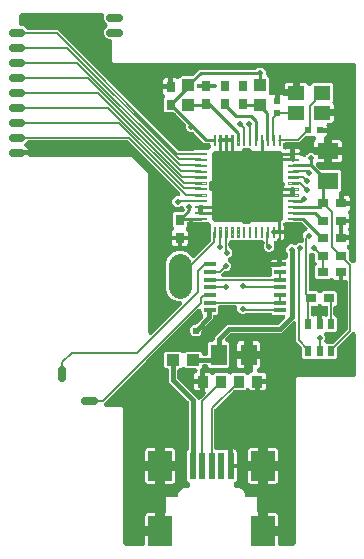
<source format=gbr>
G04 EAGLE Gerber RS-274X export*
G75*
%MOMM*%
%FSLAX34Y34*%
%LPD*%
%INTop Copper*%
%IPPOS*%
%AMOC8*
5,1,8,0,0,1.08239X$1,22.5*%
G01*
%ADD10R,0.900000X1.000000*%
%ADD11R,0.600000X0.900000*%
%ADD12R,1.000000X1.100000*%
%ADD13R,1.100000X1.000000*%
%ADD14C,0.115000*%
%ADD15C,0.600000*%
%ADD16C,0.711200*%
%ADD17R,0.990600X0.304800*%
%ADD18R,1.400000X1.200000*%
%ADD19R,0.800000X0.900000*%
%ADD20R,1.400000X1.800000*%
%ADD21R,0.900000X0.800000*%
%ADD22R,0.600000X0.600000*%
%ADD23R,1.800000X1.400000*%
%ADD24C,1.930400*%
%ADD25R,0.500000X2.299997*%
%ADD26R,1.999997X2.499994*%
%ADD27C,0.503200*%
%ADD28C,0.228600*%
%ADD29C,0.406400*%
%ADD30C,0.152400*%
%ADD31C,0.604800*%

G36*
X365986Y-10697D02*
X365986Y-10697D01*
X366004Y-10699D01*
X366186Y-10678D01*
X366369Y-10659D01*
X366386Y-10654D01*
X366403Y-10652D01*
X366578Y-10595D01*
X366754Y-10541D01*
X366769Y-10533D01*
X366786Y-10527D01*
X366946Y-10437D01*
X367108Y-10349D01*
X367121Y-10338D01*
X367137Y-10329D01*
X367276Y-10209D01*
X367417Y-10092D01*
X367428Y-10078D01*
X367442Y-10066D01*
X367554Y-9921D01*
X367669Y-9778D01*
X367677Y-9762D01*
X367688Y-9748D01*
X367770Y-9583D01*
X367855Y-9421D01*
X367860Y-9404D01*
X367868Y-9388D01*
X367915Y-9209D01*
X367966Y-9034D01*
X367968Y-9016D01*
X367972Y-8999D01*
X367999Y-8668D01*
X367999Y130829D01*
X369171Y132001D01*
X416758Y132001D01*
X416776Y132003D01*
X416794Y132001D01*
X416976Y132022D01*
X417159Y132041D01*
X417176Y132046D01*
X417193Y132048D01*
X417368Y132105D01*
X417544Y132159D01*
X417559Y132167D01*
X417576Y132173D01*
X417736Y132263D01*
X417898Y132351D01*
X417911Y132362D01*
X417927Y132371D01*
X418066Y132491D01*
X418207Y132608D01*
X418218Y132622D01*
X418232Y132634D01*
X418344Y132779D01*
X418459Y132922D01*
X418467Y132938D01*
X418478Y132952D01*
X418560Y133117D01*
X418645Y133279D01*
X418650Y133296D01*
X418658Y133312D01*
X418705Y133491D01*
X418756Y133666D01*
X418758Y133684D01*
X418762Y133701D01*
X418789Y134032D01*
X418789Y168331D01*
X418788Y168340D01*
X418789Y168349D01*
X418768Y168540D01*
X418749Y168731D01*
X418747Y168740D01*
X418746Y168749D01*
X418688Y168931D01*
X418631Y169116D01*
X418627Y169124D01*
X418624Y169133D01*
X418531Y169301D01*
X418439Y169470D01*
X418434Y169477D01*
X418429Y169485D01*
X418304Y169633D01*
X418182Y169780D01*
X418175Y169785D01*
X418169Y169792D01*
X418018Y169911D01*
X417868Y170032D01*
X417860Y170036D01*
X417853Y170042D01*
X417682Y170129D01*
X417511Y170217D01*
X417502Y170220D01*
X417494Y170224D01*
X417309Y170276D01*
X417124Y170329D01*
X417115Y170329D01*
X417106Y170332D01*
X416914Y170346D01*
X416722Y170362D01*
X416714Y170361D01*
X416705Y170361D01*
X416514Y170337D01*
X416323Y170315D01*
X416314Y170312D01*
X416305Y170311D01*
X416124Y170250D01*
X415940Y170190D01*
X415932Y170185D01*
X415924Y170183D01*
X415758Y170087D01*
X415589Y169992D01*
X415582Y169986D01*
X415575Y169982D01*
X415322Y169767D01*
X414267Y168712D01*
X403336Y157781D01*
X403319Y157760D01*
X403298Y157743D01*
X403191Y157605D01*
X403081Y157469D01*
X403068Y157446D01*
X403052Y157425D01*
X402974Y157268D01*
X402892Y157114D01*
X402884Y157088D01*
X402872Y157064D01*
X402827Y156895D01*
X402777Y156728D01*
X402775Y156701D01*
X402768Y156675D01*
X402741Y156345D01*
X402741Y148461D01*
X401569Y147289D01*
X393519Y147289D01*
X393373Y147333D01*
X393355Y147334D01*
X393338Y147339D01*
X393155Y147352D01*
X392972Y147369D01*
X392954Y147367D01*
X392936Y147368D01*
X392755Y147346D01*
X392572Y147326D01*
X392555Y147320D01*
X392537Y147318D01*
X392451Y147289D01*
X384019Y147289D01*
X383874Y147333D01*
X383856Y147334D01*
X383838Y147339D01*
X383655Y147353D01*
X383473Y147369D01*
X383455Y147367D01*
X383437Y147368D01*
X383254Y147345D01*
X383072Y147326D01*
X383055Y147320D01*
X383037Y147318D01*
X382951Y147289D01*
X374911Y147289D01*
X373739Y148461D01*
X373739Y156345D01*
X373737Y156371D01*
X373739Y156398D01*
X373717Y156572D01*
X373699Y156745D01*
X373692Y156771D01*
X373688Y156797D01*
X373633Y156963D01*
X373581Y157130D01*
X373568Y157154D01*
X373560Y157179D01*
X373473Y157331D01*
X373389Y157484D01*
X373372Y157505D01*
X373359Y157528D01*
X373144Y157781D01*
X368405Y162520D01*
X368405Y177221D01*
X368404Y177229D01*
X368405Y177238D01*
X368384Y177432D01*
X368365Y177621D01*
X368363Y177630D01*
X368362Y177639D01*
X368304Y177822D01*
X368247Y178006D01*
X368243Y178014D01*
X368240Y178023D01*
X368148Y178190D01*
X368055Y178360D01*
X368050Y178367D01*
X368045Y178375D01*
X367921Y178522D01*
X367798Y178669D01*
X367791Y178675D01*
X367785Y178682D01*
X367633Y178802D01*
X367484Y178922D01*
X367476Y178926D01*
X367469Y178931D01*
X367296Y179019D01*
X367127Y179107D01*
X367118Y179110D01*
X367110Y179114D01*
X366924Y179166D01*
X366740Y179219D01*
X366731Y179219D01*
X366722Y179222D01*
X366529Y179236D01*
X366338Y179252D01*
X366330Y179251D01*
X366321Y179251D01*
X366128Y179227D01*
X365939Y179205D01*
X365930Y179202D01*
X365921Y179201D01*
X365738Y179139D01*
X365556Y179080D01*
X365548Y179075D01*
X365540Y179073D01*
X365373Y178976D01*
X365205Y178882D01*
X365198Y178876D01*
X365191Y178872D01*
X364938Y178657D01*
X355698Y169417D01*
X313359Y169417D01*
X313333Y169415D01*
X313306Y169417D01*
X313132Y169395D01*
X312959Y169377D01*
X312933Y169370D01*
X312907Y169366D01*
X312741Y169311D01*
X312574Y169259D01*
X312550Y169246D01*
X312525Y169238D01*
X312374Y169151D01*
X312220Y169067D01*
X312199Y169050D01*
X312176Y169037D01*
X311923Y168822D01*
X308519Y165418D01*
X308516Y165415D01*
X308513Y165412D01*
X308510Y165409D01*
X308507Y165406D01*
X308386Y165256D01*
X308264Y165107D01*
X308260Y165099D01*
X308254Y165092D01*
X308166Y164922D01*
X308075Y164751D01*
X308073Y164742D01*
X308069Y164735D01*
X308016Y164550D01*
X307961Y164365D01*
X307960Y164356D01*
X307957Y164348D01*
X307942Y164156D01*
X307924Y163964D01*
X307925Y163955D01*
X307924Y163946D01*
X307947Y163757D01*
X307968Y163564D01*
X307970Y163555D01*
X307971Y163547D01*
X308031Y163365D01*
X308089Y163180D01*
X308093Y163172D01*
X308096Y163164D01*
X308192Y162994D01*
X308284Y162828D01*
X308290Y162821D01*
X308294Y162813D01*
X308420Y162667D01*
X308544Y162521D01*
X308551Y162515D01*
X308557Y162508D01*
X308709Y162391D01*
X308860Y162271D01*
X308868Y162267D01*
X308875Y162262D01*
X309047Y162176D01*
X309219Y162089D01*
X309228Y162086D01*
X309236Y162082D01*
X309422Y162032D01*
X309607Y161981D01*
X309616Y161980D01*
X309625Y161978D01*
X309955Y161951D01*
X310559Y161951D01*
X311731Y160779D01*
X311731Y141121D01*
X310559Y139949D01*
X294901Y139949D01*
X293729Y141121D01*
X293729Y141206D01*
X293727Y141224D01*
X293729Y141242D01*
X293708Y141424D01*
X293689Y141607D01*
X293684Y141624D01*
X293682Y141641D01*
X293625Y141816D01*
X293571Y141992D01*
X293563Y142007D01*
X293557Y142024D01*
X293467Y142184D01*
X293379Y142346D01*
X293368Y142359D01*
X293359Y142375D01*
X293239Y142514D01*
X293122Y142655D01*
X293108Y142666D01*
X293096Y142680D01*
X292951Y142792D01*
X292808Y142907D01*
X292792Y142915D01*
X292778Y142926D01*
X292613Y143008D01*
X292451Y143093D01*
X292434Y143098D01*
X292418Y143106D01*
X292239Y143153D01*
X292064Y143204D01*
X292046Y143206D01*
X292029Y143210D01*
X291698Y143237D01*
X290932Y143237D01*
X290914Y143235D01*
X290896Y143237D01*
X290714Y143216D01*
X290531Y143197D01*
X290514Y143192D01*
X290497Y143190D01*
X290322Y143133D01*
X290146Y143079D01*
X290131Y143071D01*
X290114Y143065D01*
X289954Y142975D01*
X289792Y142887D01*
X289779Y142876D01*
X289763Y142867D01*
X289624Y142747D01*
X289483Y142630D01*
X289472Y142616D01*
X289458Y142604D01*
X289346Y142459D01*
X289231Y142316D01*
X289223Y142300D01*
X289212Y142286D01*
X289130Y142121D01*
X289045Y141959D01*
X289040Y141942D01*
X289032Y141926D01*
X288985Y141747D01*
X288934Y141572D01*
X288932Y141554D01*
X288928Y141537D01*
X288901Y141206D01*
X288901Y140711D01*
X287468Y139278D01*
X287462Y139271D01*
X287455Y139266D01*
X287335Y139116D01*
X287213Y138967D01*
X287208Y138959D01*
X287203Y138952D01*
X287114Y138780D01*
X287024Y138611D01*
X287021Y138602D01*
X287017Y138595D01*
X286964Y138410D01*
X286909Y138225D01*
X286908Y138216D01*
X286906Y138208D01*
X286890Y138017D01*
X286873Y137824D01*
X286874Y137815D01*
X286873Y137806D01*
X286895Y137617D01*
X286916Y137424D01*
X286919Y137415D01*
X286920Y137407D01*
X286931Y137374D01*
X286931Y130519D01*
X282139Y130519D01*
X282139Y133605D01*
X282312Y134251D01*
X282647Y134830D01*
X283120Y135303D01*
X283892Y135749D01*
X283952Y135792D01*
X284016Y135827D01*
X284115Y135909D01*
X284219Y135984D01*
X284269Y136037D01*
X284325Y136084D01*
X284406Y136184D01*
X284493Y136278D01*
X284532Y136341D01*
X284578Y136398D01*
X284637Y136512D01*
X284704Y136622D01*
X284729Y136690D01*
X284763Y136755D01*
X284799Y136879D01*
X284843Y136999D01*
X284854Y137072D01*
X284875Y137142D01*
X284885Y137270D01*
X284905Y137397D01*
X284901Y137470D01*
X284907Y137544D01*
X284892Y137671D01*
X284887Y137800D01*
X284869Y137871D01*
X284861Y137943D01*
X284821Y138066D01*
X284790Y138190D01*
X284758Y138257D01*
X284736Y138326D01*
X284673Y138438D01*
X284618Y138554D01*
X284574Y138613D01*
X284538Y138677D01*
X284454Y138774D01*
X284377Y138877D01*
X284323Y138926D01*
X284275Y138982D01*
X284173Y139060D01*
X284078Y139146D01*
X284014Y139183D01*
X283957Y139228D01*
X283841Y139286D01*
X283731Y139351D01*
X283662Y139375D01*
X283596Y139408D01*
X283472Y139441D01*
X283351Y139483D01*
X283278Y139493D01*
X283207Y139512D01*
X283038Y139526D01*
X282952Y139538D01*
X282919Y139536D01*
X282877Y139539D01*
X275071Y139539D01*
X274336Y140274D01*
X274322Y140286D01*
X274311Y140299D01*
X274167Y140413D01*
X274025Y140529D01*
X274009Y140538D01*
X273995Y140549D01*
X273831Y140632D01*
X273669Y140718D01*
X273652Y140723D01*
X273636Y140731D01*
X273459Y140780D01*
X273283Y140833D01*
X273265Y140834D01*
X273248Y140839D01*
X273065Y140853D01*
X272882Y140869D01*
X272864Y140867D01*
X272847Y140868D01*
X272665Y140846D01*
X272482Y140826D01*
X272465Y140820D01*
X272447Y140818D01*
X272273Y140760D01*
X272098Y140704D01*
X272082Y140696D01*
X272066Y140690D01*
X271907Y140598D01*
X271746Y140509D01*
X271732Y140498D01*
X271717Y140489D01*
X271464Y140274D01*
X270729Y139539D01*
X269734Y139539D01*
X269716Y139537D01*
X269698Y139539D01*
X269516Y139518D01*
X269333Y139499D01*
X269316Y139494D01*
X269299Y139492D01*
X269124Y139435D01*
X268948Y139381D01*
X268933Y139373D01*
X268916Y139367D01*
X268756Y139277D01*
X268594Y139189D01*
X268581Y139178D01*
X268565Y139169D01*
X268426Y139049D01*
X268285Y138932D01*
X268274Y138918D01*
X268260Y138906D01*
X268147Y138760D01*
X268033Y138618D01*
X268025Y138602D01*
X268014Y138588D01*
X267932Y138423D01*
X267847Y138261D01*
X267842Y138244D01*
X267834Y138228D01*
X267787Y138049D01*
X267736Y137874D01*
X267734Y137856D01*
X267730Y137839D01*
X267703Y137508D01*
X267703Y131509D01*
X267705Y131483D01*
X267703Y131456D01*
X267725Y131282D01*
X267743Y131109D01*
X267750Y131083D01*
X267754Y131057D01*
X267809Y130891D01*
X267861Y130724D01*
X267874Y130700D01*
X267882Y130675D01*
X267969Y130523D01*
X268053Y130370D01*
X268070Y130349D01*
X268083Y130326D01*
X268298Y130073D01*
X284686Y113685D01*
X284771Y113583D01*
X284778Y113577D01*
X284784Y113571D01*
X284936Y113450D01*
X285085Y113331D01*
X285092Y113327D01*
X285099Y113321D01*
X285272Y113233D01*
X285442Y113145D01*
X285450Y113143D01*
X285458Y113139D01*
X285644Y113087D01*
X285829Y113034D01*
X285838Y113033D01*
X285846Y113031D01*
X286039Y113017D01*
X286230Y113001D01*
X286239Y113002D01*
X286248Y113001D01*
X286439Y113025D01*
X286630Y113048D01*
X286638Y113051D01*
X286647Y113052D01*
X286829Y113113D01*
X287013Y113173D01*
X287020Y113177D01*
X287029Y113180D01*
X287196Y113276D01*
X287363Y113371D01*
X287370Y113376D01*
X287378Y113381D01*
X287631Y113596D01*
X288614Y114579D01*
X291297Y117262D01*
X291303Y117269D01*
X291310Y117274D01*
X291430Y117424D01*
X291552Y117573D01*
X291556Y117581D01*
X291562Y117588D01*
X291650Y117758D01*
X291741Y117929D01*
X291743Y117938D01*
X291747Y117945D01*
X291800Y118128D01*
X291855Y118315D01*
X291856Y118324D01*
X291859Y118332D01*
X291874Y118523D01*
X291892Y118716D01*
X291891Y118725D01*
X291892Y118734D01*
X291869Y118923D01*
X291848Y119116D01*
X291846Y119125D01*
X291845Y119133D01*
X291785Y119315D01*
X291727Y119500D01*
X291723Y119508D01*
X291720Y119516D01*
X291625Y119685D01*
X291532Y119852D01*
X291526Y119859D01*
X291522Y119867D01*
X291429Y119974D01*
X291429Y128052D01*
X291427Y128070D01*
X291429Y128087D01*
X291410Y128251D01*
X291429Y128488D01*
X291429Y135811D01*
X294015Y135811D01*
X294661Y135638D01*
X295240Y135303D01*
X295713Y134830D01*
X295743Y134778D01*
X295791Y134712D01*
X295831Y134640D01*
X295908Y134549D01*
X295978Y134451D01*
X296038Y134396D01*
X296091Y134333D01*
X296185Y134259D01*
X296273Y134177D01*
X296343Y134134D01*
X296407Y134083D01*
X296514Y134029D01*
X296616Y133966D01*
X296693Y133938D01*
X296766Y133901D01*
X296881Y133869D01*
X296993Y133828D01*
X297075Y133815D01*
X297154Y133793D01*
X297273Y133784D01*
X297391Y133766D01*
X297473Y133770D01*
X297555Y133764D01*
X297674Y133779D01*
X297794Y133784D01*
X297873Y133804D01*
X297955Y133814D01*
X298068Y133852D01*
X298184Y133881D01*
X298259Y133916D01*
X298336Y133942D01*
X298440Y134002D01*
X298548Y134053D01*
X298614Y134102D01*
X298685Y134143D01*
X298802Y134242D01*
X298871Y134294D01*
X298898Y134324D01*
X298938Y134358D01*
X299851Y135271D01*
X310509Y135271D01*
X310984Y134796D01*
X310998Y134784D01*
X311009Y134771D01*
X311153Y134657D01*
X311295Y134541D01*
X311311Y134532D01*
X311325Y134521D01*
X311489Y134438D01*
X311651Y134352D01*
X311668Y134347D01*
X311684Y134339D01*
X311861Y134290D01*
X312037Y134237D01*
X312055Y134236D01*
X312072Y134231D01*
X312255Y134218D01*
X312438Y134201D01*
X312456Y134203D01*
X312473Y134202D01*
X312655Y134224D01*
X312838Y134244D01*
X312855Y134250D01*
X312873Y134252D01*
X313046Y134310D01*
X313222Y134366D01*
X313238Y134374D01*
X313254Y134380D01*
X313413Y134472D01*
X313574Y134561D01*
X313588Y134572D01*
X313603Y134581D01*
X313856Y134796D01*
X314331Y135271D01*
X324989Y135271D01*
X325902Y134358D01*
X325965Y134306D01*
X326022Y134247D01*
X326121Y134178D01*
X326213Y134103D01*
X326286Y134064D01*
X326353Y134017D01*
X326463Y133970D01*
X326569Y133914D01*
X326648Y133891D01*
X326723Y133858D01*
X326840Y133833D01*
X326955Y133799D01*
X327037Y133792D01*
X327117Y133775D01*
X327236Y133774D01*
X327356Y133763D01*
X327437Y133772D01*
X327520Y133771D01*
X327637Y133793D01*
X327756Y133806D01*
X327834Y133831D01*
X327915Y133847D01*
X328026Y133892D01*
X328140Y133928D01*
X328212Y133968D01*
X328288Y133999D01*
X328387Y134065D01*
X328492Y134123D01*
X328555Y134176D01*
X328623Y134221D01*
X328708Y134306D01*
X328799Y134383D01*
X328850Y134448D01*
X328908Y134506D01*
X328995Y134631D01*
X329049Y134699D01*
X329067Y134735D01*
X329097Y134778D01*
X329127Y134830D01*
X329600Y135303D01*
X330210Y135655D01*
X330258Y135673D01*
X330373Y135709D01*
X330386Y135716D01*
X330416Y135726D01*
X330457Y135748D01*
X330500Y135765D01*
X330632Y135847D01*
X330698Y135884D01*
X330727Y135901D01*
X330730Y135903D01*
X330767Y135923D01*
X330802Y135954D01*
X330841Y135979D01*
X330954Y136085D01*
X331072Y136187D01*
X331100Y136223D01*
X331134Y136255D01*
X331223Y136382D01*
X331318Y136505D01*
X331339Y136546D01*
X331366Y136584D01*
X331429Y136726D01*
X331498Y136865D01*
X331510Y136910D01*
X331528Y136953D01*
X331562Y137104D01*
X331602Y137254D01*
X331606Y137306D01*
X331615Y137346D01*
X331617Y137432D01*
X331629Y137585D01*
X331629Y147451D01*
X337671Y147451D01*
X337671Y141615D01*
X337498Y140969D01*
X337163Y140390D01*
X336690Y139917D01*
X336143Y139601D01*
X336084Y139558D01*
X336019Y139523D01*
X335921Y139441D01*
X335816Y139366D01*
X335766Y139313D01*
X335710Y139266D01*
X335629Y139166D01*
X335542Y139072D01*
X335503Y139009D01*
X335458Y138952D01*
X335398Y138838D01*
X335331Y138728D01*
X335306Y138659D01*
X335272Y138595D01*
X335237Y138471D01*
X335192Y138351D01*
X335181Y138278D01*
X335161Y138208D01*
X335150Y138080D01*
X335130Y137953D01*
X335134Y137880D01*
X335128Y137806D01*
X335143Y137679D01*
X335148Y137550D01*
X335166Y137479D01*
X335175Y137407D01*
X335214Y137284D01*
X335245Y137160D01*
X335277Y137093D01*
X335299Y137024D01*
X335363Y136912D01*
X335418Y136796D01*
X335461Y136737D01*
X335497Y136673D01*
X335581Y136576D01*
X335658Y136473D01*
X335713Y136424D01*
X335761Y136368D01*
X335862Y136290D01*
X335958Y136204D01*
X336021Y136167D01*
X336079Y136122D01*
X336194Y136064D01*
X336304Y135999D01*
X336374Y135975D01*
X336439Y135942D01*
X336563Y135909D01*
X336685Y135867D01*
X336757Y135857D01*
X336828Y135838D01*
X336997Y135824D01*
X337083Y135812D01*
X337116Y135814D01*
X337159Y135811D01*
X340495Y135811D01*
X341141Y135638D01*
X341720Y135303D01*
X342193Y134830D01*
X342528Y134251D01*
X342701Y133605D01*
X342701Y130519D01*
X335878Y130519D01*
X335860Y130517D01*
X335843Y130519D01*
X335660Y130498D01*
X335478Y130479D01*
X335461Y130474D01*
X335443Y130472D01*
X335268Y130415D01*
X335093Y130361D01*
X335077Y130353D01*
X335060Y130347D01*
X334900Y130257D01*
X334739Y130169D01*
X334725Y130158D01*
X334709Y130149D01*
X334570Y130029D01*
X334429Y129912D01*
X334418Y129898D01*
X334405Y129886D01*
X334292Y129741D01*
X334262Y129703D01*
X334134Y129593D01*
X333993Y129475D01*
X333982Y129462D01*
X333968Y129450D01*
X333856Y129305D01*
X333741Y129162D01*
X333733Y129146D01*
X333722Y129132D01*
X333640Y128967D01*
X333555Y128804D01*
X333550Y128787D01*
X333542Y128771D01*
X333494Y128593D01*
X333444Y128418D01*
X333442Y128400D01*
X333438Y128383D01*
X333411Y128052D01*
X333411Y120729D01*
X330825Y120729D01*
X330179Y120902D01*
X329600Y121237D01*
X329127Y121710D01*
X329097Y121762D01*
X329049Y121828D01*
X329009Y121900D01*
X328932Y121991D01*
X328862Y122089D01*
X328802Y122144D01*
X328749Y122207D01*
X328655Y122281D01*
X328567Y122363D01*
X328497Y122406D01*
X328433Y122457D01*
X328326Y122511D01*
X328224Y122574D01*
X328147Y122602D01*
X328074Y122639D01*
X327959Y122671D01*
X327847Y122712D01*
X327765Y122725D01*
X327686Y122747D01*
X327567Y122756D01*
X327449Y122774D01*
X327367Y122770D01*
X327285Y122776D01*
X327166Y122761D01*
X327046Y122756D01*
X326967Y122736D01*
X326885Y122726D01*
X326772Y122688D01*
X326656Y122659D01*
X326581Y122624D01*
X326504Y122598D01*
X326400Y122538D01*
X326292Y122487D01*
X326226Y122438D01*
X326155Y122397D01*
X326038Y122298D01*
X325969Y122246D01*
X325942Y122216D01*
X325902Y122182D01*
X324989Y121269D01*
X316375Y121269D01*
X316349Y121267D01*
X316322Y121269D01*
X316148Y121247D01*
X315975Y121229D01*
X315949Y121222D01*
X315923Y121218D01*
X315757Y121162D01*
X315590Y121111D01*
X315566Y121098D01*
X315541Y121090D01*
X315389Y121003D01*
X315236Y120919D01*
X315215Y120902D01*
X315192Y120889D01*
X314939Y120674D01*
X299488Y105223D01*
X299471Y105202D01*
X299450Y105185D01*
X299343Y105046D01*
X299233Y104911D01*
X299220Y104888D01*
X299204Y104867D01*
X299126Y104710D01*
X299044Y104556D01*
X299036Y104530D01*
X299024Y104506D01*
X298979Y104337D01*
X298929Y104170D01*
X298927Y104143D01*
X298920Y104117D01*
X298893Y103787D01*
X298893Y72362D01*
X298894Y72344D01*
X298893Y72326D01*
X298914Y72144D01*
X298933Y71961D01*
X298938Y71944D01*
X298940Y71927D01*
X298997Y71752D01*
X299051Y71576D01*
X299059Y71561D01*
X299065Y71544D01*
X299155Y71384D01*
X299242Y71222D01*
X299254Y71209D01*
X299263Y71193D01*
X299383Y71054D01*
X299500Y70913D01*
X299514Y70902D01*
X299526Y70888D01*
X299671Y70776D01*
X299814Y70661D01*
X299830Y70653D01*
X299844Y70642D01*
X300009Y70560D01*
X300171Y70475D01*
X300188Y70470D01*
X300204Y70462D01*
X300383Y70414D01*
X300558Y70364D01*
X300576Y70362D01*
X300593Y70358D01*
X300924Y70331D01*
X308199Y70331D01*
X308362Y70347D01*
X308526Y70357D01*
X308562Y70367D01*
X308600Y70371D01*
X308756Y70419D01*
X308915Y70461D01*
X308953Y70479D01*
X308985Y70489D01*
X309061Y70530D01*
X309215Y70603D01*
X309379Y70698D01*
X310025Y70871D01*
X310828Y70871D01*
X310828Y56830D01*
X310830Y56813D01*
X310828Y56795D01*
X310850Y56612D01*
X310868Y56430D01*
X310873Y56413D01*
X310875Y56395D01*
X310932Y56220D01*
X310986Y56045D01*
X310995Y56029D01*
X311000Y56012D01*
X311091Y55852D01*
X311178Y55691D01*
X311189Y55677D01*
X311198Y55661D01*
X311318Y55522D01*
X311436Y55381D01*
X311450Y55370D01*
X311461Y55357D01*
X311462Y55356D01*
X311607Y55244D01*
X311750Y55129D01*
X311766Y55120D01*
X311780Y55109D01*
X311945Y55027D01*
X312107Y54943D01*
X312124Y54938D01*
X312140Y54930D01*
X312318Y54882D01*
X312494Y54832D01*
X312512Y54830D01*
X312529Y54826D01*
X312860Y54799D01*
X317900Y54799D01*
X317900Y44995D01*
X317727Y44349D01*
X317393Y43770D01*
X316919Y43297D01*
X316376Y42983D01*
X316302Y42930D01*
X316223Y42885D01*
X316139Y42813D01*
X316049Y42748D01*
X315987Y42682D01*
X315918Y42622D01*
X315851Y42535D01*
X315775Y42454D01*
X315727Y42376D01*
X315672Y42304D01*
X315622Y42205D01*
X315564Y42111D01*
X315533Y42025D01*
X315492Y41944D01*
X315464Y41837D01*
X315425Y41733D01*
X315411Y41643D01*
X315388Y41555D01*
X315377Y41418D01*
X315364Y41335D01*
X315366Y41287D01*
X315361Y41224D01*
X315361Y40403D01*
X315362Y40385D01*
X315361Y40367D01*
X315382Y40185D01*
X315401Y40002D01*
X315406Y39985D01*
X315408Y39967D01*
X315465Y39793D01*
X315519Y39617D01*
X315527Y39601D01*
X315533Y39584D01*
X315623Y39424D01*
X315710Y39263D01*
X315722Y39249D01*
X315731Y39234D01*
X315851Y39095D01*
X315968Y38954D01*
X315982Y38943D01*
X315994Y38929D01*
X316139Y38817D01*
X316282Y38701D01*
X316298Y38693D01*
X316312Y38682D01*
X316477Y38600D01*
X316639Y38516D01*
X316656Y38511D01*
X316672Y38503D01*
X316851Y38455D01*
X317026Y38405D01*
X317044Y38403D01*
X317061Y38398D01*
X317392Y38371D01*
X319743Y38371D01*
X322132Y37382D01*
X323961Y35553D01*
X324951Y33164D01*
X324951Y32197D01*
X324952Y32179D01*
X324951Y32161D01*
X324972Y31979D01*
X324991Y31796D01*
X324996Y31779D01*
X324998Y31761D01*
X325055Y31587D01*
X325109Y31411D01*
X325117Y31395D01*
X325123Y31378D01*
X325213Y31218D01*
X325300Y31057D01*
X325312Y31043D01*
X325321Y31028D01*
X325441Y30889D01*
X325558Y30748D01*
X325572Y30737D01*
X325584Y30723D01*
X325729Y30611D01*
X325872Y30495D01*
X325888Y30487D01*
X325902Y30476D01*
X326067Y30394D01*
X326229Y30310D01*
X326246Y30305D01*
X326262Y30297D01*
X326441Y30249D01*
X326616Y30199D01*
X326634Y30197D01*
X326651Y30192D01*
X326982Y30165D01*
X335360Y30165D01*
X335361Y30165D01*
X335361Y18903D01*
X335362Y18886D01*
X335361Y18868D01*
X335382Y18685D01*
X335401Y18503D01*
X335406Y18486D01*
X335408Y18468D01*
X335465Y18293D01*
X335519Y18118D01*
X335527Y18102D01*
X335533Y18085D01*
X335623Y17925D01*
X335710Y17764D01*
X335722Y17750D01*
X335731Y17734D01*
X335851Y17595D01*
X335968Y17454D01*
X335982Y17443D01*
X335994Y17430D01*
X336139Y17317D01*
X336282Y17202D01*
X336297Y17194D01*
X336297Y3863D01*
X336299Y3846D01*
X336297Y3828D01*
X336319Y3646D01*
X336337Y3463D01*
X336342Y3446D01*
X336344Y3428D01*
X336401Y3253D01*
X336455Y3078D01*
X336463Y3062D01*
X336469Y3045D01*
X336559Y2885D01*
X336647Y2724D01*
X336658Y2710D01*
X336667Y2695D01*
X336787Y2555D01*
X336904Y2415D01*
X336918Y2403D01*
X336930Y2390D01*
X337075Y2277D01*
X337218Y2162D01*
X337234Y2154D01*
X337248Y2143D01*
X337413Y2061D01*
X337575Y1977D01*
X337592Y1972D01*
X337609Y1964D01*
X337787Y1916D01*
X337962Y1865D01*
X337980Y1864D01*
X337997Y1859D01*
X338328Y1832D01*
X340361Y1832D01*
X340361Y-201D01*
X340363Y-218D01*
X340361Y-236D01*
X340383Y-418D01*
X340401Y-601D01*
X340406Y-618D01*
X340408Y-636D01*
X340465Y-811D01*
X340519Y-986D01*
X340527Y-1002D01*
X340533Y-1019D01*
X340623Y-1179D01*
X340711Y-1340D01*
X340722Y-1354D01*
X340731Y-1369D01*
X340851Y-1509D01*
X340968Y-1649D01*
X340982Y-1661D01*
X340994Y-1674D01*
X341139Y-1787D01*
X341282Y-1902D01*
X341298Y-1910D01*
X341312Y-1921D01*
X341477Y-2003D01*
X341639Y-2087D01*
X341657Y-2092D01*
X341673Y-2100D01*
X341851Y-2148D01*
X342026Y-2199D01*
X342044Y-2200D01*
X342061Y-2205D01*
X342392Y-2232D01*
X352901Y-2232D01*
X352901Y-8668D01*
X352902Y-8686D01*
X352901Y-8704D01*
X352922Y-8886D01*
X352941Y-9069D01*
X352946Y-9086D01*
X352948Y-9103D01*
X353005Y-9278D01*
X353059Y-9454D01*
X353067Y-9469D01*
X353073Y-9486D01*
X353163Y-9646D01*
X353250Y-9808D01*
X353262Y-9821D01*
X353271Y-9837D01*
X353391Y-9976D01*
X353508Y-10117D01*
X353522Y-10128D01*
X353534Y-10142D01*
X353679Y-10254D01*
X353822Y-10369D01*
X353838Y-10377D01*
X353852Y-10388D01*
X354017Y-10470D01*
X354179Y-10555D01*
X354196Y-10560D01*
X354212Y-10568D01*
X354391Y-10615D01*
X354566Y-10666D01*
X354584Y-10668D01*
X354601Y-10672D01*
X354932Y-10699D01*
X365968Y-10699D01*
X365986Y-10697D01*
G37*
G36*
X416785Y228309D02*
X416785Y228309D01*
X416794Y228308D01*
X416983Y228331D01*
X417176Y228352D01*
X417185Y228354D01*
X417193Y228355D01*
X417376Y228415D01*
X417560Y228473D01*
X417568Y228477D01*
X417576Y228480D01*
X417743Y228574D01*
X417912Y228668D01*
X417919Y228674D01*
X417927Y228678D01*
X418072Y228803D01*
X418219Y228928D01*
X418225Y228935D01*
X418232Y228941D01*
X418349Y229093D01*
X418469Y229244D01*
X418473Y229252D01*
X418478Y229259D01*
X418564Y229431D01*
X418651Y229603D01*
X418654Y229612D01*
X418658Y229620D01*
X418707Y229805D01*
X418759Y229991D01*
X418760Y230000D01*
X418762Y230009D01*
X418789Y230339D01*
X418789Y396222D01*
X418787Y396240D01*
X418789Y396258D01*
X418768Y396440D01*
X418749Y396623D01*
X418744Y396640D01*
X418742Y396657D01*
X418685Y396832D01*
X418631Y397008D01*
X418623Y397023D01*
X418617Y397040D01*
X418527Y397200D01*
X418439Y397362D01*
X418428Y397375D01*
X418419Y397391D01*
X418299Y397530D01*
X418182Y397671D01*
X418168Y397682D01*
X418156Y397696D01*
X418011Y397808D01*
X417868Y397923D01*
X417852Y397931D01*
X417838Y397942D01*
X417673Y398024D01*
X417511Y398109D01*
X417494Y398114D01*
X417478Y398122D01*
X417299Y398169D01*
X417124Y398220D01*
X417106Y398222D01*
X417089Y398226D01*
X416758Y398253D01*
X213743Y398253D01*
X212571Y399425D01*
X212571Y416012D01*
X212569Y416030D01*
X212571Y416048D01*
X212550Y416230D01*
X212531Y416413D01*
X212526Y416430D01*
X212524Y416447D01*
X212467Y416622D01*
X212413Y416798D01*
X212405Y416813D01*
X212399Y416830D01*
X212309Y416990D01*
X212221Y417152D01*
X212210Y417165D01*
X212201Y417181D01*
X212081Y417320D01*
X211964Y417461D01*
X211950Y417472D01*
X211938Y417486D01*
X211793Y417598D01*
X211650Y417713D01*
X211634Y417721D01*
X211620Y417732D01*
X211455Y417814D01*
X211293Y417899D01*
X211276Y417904D01*
X211260Y417912D01*
X211081Y417959D01*
X210906Y418010D01*
X210888Y418012D01*
X210871Y418016D01*
X210540Y418043D01*
X210005Y418043D01*
X207962Y418889D01*
X206399Y420452D01*
X205553Y422495D01*
X205553Y424705D01*
X206399Y426748D01*
X208165Y428514D01*
X208177Y428527D01*
X208190Y428539D01*
X208304Y428683D01*
X208420Y428825D01*
X208429Y428841D01*
X208440Y428855D01*
X208523Y429019D01*
X208609Y429181D01*
X208614Y429198D01*
X208622Y429214D01*
X208671Y429391D01*
X208724Y429567D01*
X208725Y429585D01*
X208730Y429602D01*
X208744Y429785D01*
X208760Y429968D01*
X208758Y429986D01*
X208760Y430003D01*
X208737Y430185D01*
X208717Y430368D01*
X208711Y430385D01*
X208709Y430403D01*
X208651Y430576D01*
X208595Y430752D01*
X208587Y430768D01*
X208581Y430784D01*
X208489Y430943D01*
X208400Y431104D01*
X208389Y431118D01*
X208380Y431133D01*
X208165Y431386D01*
X206399Y433152D01*
X205553Y435195D01*
X205553Y437405D01*
X205555Y437411D01*
X205559Y437423D01*
X205566Y437435D01*
X205617Y437616D01*
X205672Y437796D01*
X205673Y437809D01*
X205677Y437822D01*
X205692Y438010D01*
X205710Y438197D01*
X205709Y438210D01*
X205710Y438224D01*
X205688Y438411D01*
X205668Y438597D01*
X205664Y438610D01*
X205663Y438623D01*
X205605Y438802D01*
X205549Y438982D01*
X205542Y438993D01*
X205538Y439006D01*
X205446Y439170D01*
X205355Y439335D01*
X205347Y439345D01*
X205340Y439357D01*
X205217Y439499D01*
X205096Y439643D01*
X205086Y439651D01*
X205077Y439662D01*
X204929Y439776D01*
X204782Y439894D01*
X204769Y439900D01*
X204759Y439908D01*
X204591Y439992D01*
X204423Y440078D01*
X204410Y440082D01*
X204398Y440088D01*
X204217Y440136D01*
X204036Y440188D01*
X204023Y440189D01*
X204010Y440192D01*
X203679Y440219D01*
X136064Y440219D01*
X136046Y440217D01*
X136028Y440219D01*
X135846Y440198D01*
X135663Y440179D01*
X135646Y440174D01*
X135629Y440172D01*
X135454Y440115D01*
X135278Y440061D01*
X135263Y440053D01*
X135246Y440047D01*
X135086Y439957D01*
X134924Y439869D01*
X134911Y439858D01*
X134895Y439849D01*
X134756Y439729D01*
X134615Y439612D01*
X134604Y439598D01*
X134590Y439586D01*
X134478Y439441D01*
X134363Y439298D01*
X134355Y439282D01*
X134344Y439268D01*
X134262Y439103D01*
X134177Y438941D01*
X134172Y438924D01*
X134164Y438908D01*
X134117Y438729D01*
X134066Y438554D01*
X134064Y438536D01*
X134060Y438519D01*
X134033Y438188D01*
X134033Y431188D01*
X134035Y431170D01*
X134033Y431152D01*
X134054Y430970D01*
X134073Y430787D01*
X134078Y430770D01*
X134080Y430753D01*
X134137Y430578D01*
X134191Y430402D01*
X134199Y430387D01*
X134205Y430370D01*
X134295Y430210D01*
X134383Y430048D01*
X134394Y430035D01*
X134403Y430019D01*
X134523Y429880D01*
X134640Y429739D01*
X134654Y429728D01*
X134666Y429714D01*
X134811Y429602D01*
X134954Y429487D01*
X134970Y429479D01*
X134984Y429468D01*
X135149Y429386D01*
X135311Y429301D01*
X135328Y429296D01*
X135344Y429288D01*
X135523Y429241D01*
X135698Y429190D01*
X135716Y429188D01*
X135733Y429184D01*
X136064Y429157D01*
X136777Y429157D01*
X138820Y428311D01*
X140418Y426713D01*
X140431Y426690D01*
X140515Y426532D01*
X140530Y426515D01*
X140541Y426495D01*
X140658Y426360D01*
X140772Y426221D01*
X140789Y426207D01*
X140804Y426190D01*
X140945Y426081D01*
X141084Y425968D01*
X141104Y425957D01*
X141122Y425944D01*
X141282Y425864D01*
X141441Y425781D01*
X141462Y425774D01*
X141482Y425764D01*
X141656Y425718D01*
X141827Y425668D01*
X141849Y425666D01*
X141871Y425660D01*
X142202Y425633D01*
X166338Y425633D01*
X268043Y323928D01*
X268063Y323911D01*
X268081Y323890D01*
X268219Y323783D01*
X268354Y323673D01*
X268378Y323660D01*
X268399Y323644D01*
X268556Y323566D01*
X268710Y323484D01*
X268735Y323476D01*
X268760Y323464D01*
X268929Y323419D01*
X269096Y323369D01*
X269122Y323367D01*
X269148Y323360D01*
X269479Y323333D01*
X280115Y323333D01*
X280141Y323335D01*
X280168Y323333D01*
X280342Y323355D01*
X280515Y323373D01*
X280541Y323381D01*
X280568Y323384D01*
X280733Y323439D01*
X280900Y323491D01*
X280924Y323504D01*
X280949Y323512D01*
X281100Y323599D01*
X281254Y323683D01*
X281275Y323700D01*
X281298Y323713D01*
X281551Y323928D01*
X282074Y324451D01*
X293884Y324451D01*
X293902Y324453D01*
X293920Y324451D01*
X294102Y324472D01*
X294285Y324491D01*
X294302Y324496D01*
X294319Y324498D01*
X294494Y324555D01*
X294670Y324609D01*
X294685Y324617D01*
X294702Y324623D01*
X294862Y324713D01*
X295024Y324801D01*
X295037Y324812D01*
X295053Y324821D01*
X295192Y324941D01*
X295333Y325058D01*
X295344Y325072D01*
X295358Y325084D01*
X295470Y325229D01*
X295585Y325372D01*
X295593Y325388D01*
X295604Y325402D01*
X295686Y325567D01*
X295771Y325729D01*
X295776Y325746D01*
X295784Y325762D01*
X295831Y325940D01*
X295882Y326116D01*
X295884Y326134D01*
X295888Y326151D01*
X295915Y326482D01*
X295915Y328355D01*
X295913Y328373D01*
X295915Y328391D01*
X295894Y328573D01*
X295875Y328756D01*
X295870Y328773D01*
X295868Y328790D01*
X295811Y328965D01*
X295757Y329141D01*
X295749Y329156D01*
X295743Y329173D01*
X295653Y329333D01*
X295565Y329495D01*
X295554Y329508D01*
X295545Y329524D01*
X295425Y329663D01*
X295308Y329804D01*
X295294Y329815D01*
X295282Y329829D01*
X295137Y329941D01*
X294994Y330056D01*
X294978Y330064D01*
X294964Y330075D01*
X294799Y330157D01*
X294637Y330242D01*
X294620Y330247D01*
X294604Y330255D01*
X294425Y330302D01*
X294250Y330353D01*
X294232Y330355D01*
X294215Y330359D01*
X293884Y330386D01*
X290775Y330386D01*
X282103Y339058D01*
X282083Y339075D01*
X282065Y339096D01*
X281927Y339203D01*
X281792Y339313D01*
X281768Y339326D01*
X281747Y339342D01*
X281590Y339420D01*
X281436Y339502D01*
X281411Y339510D01*
X281386Y339522D01*
X281217Y339567D01*
X281050Y339617D01*
X281024Y339619D01*
X280998Y339626D01*
X280667Y339653D01*
X278502Y339653D01*
X276841Y340341D01*
X275571Y341611D01*
X274883Y343272D01*
X274883Y345437D01*
X274881Y345464D01*
X274883Y345490D01*
X274861Y345664D01*
X274843Y345838D01*
X274836Y345863D01*
X274832Y345890D01*
X274776Y346056D01*
X274725Y346223D01*
X274712Y346246D01*
X274704Y346271D01*
X274617Y346423D01*
X274533Y346577D01*
X274516Y346597D01*
X274503Y346620D01*
X274288Y346873D01*
X266570Y354592D01*
X266516Y354751D01*
X266465Y354917D01*
X266452Y354941D01*
X266444Y354967D01*
X266356Y355118D01*
X266273Y355271D01*
X266256Y355292D01*
X266243Y355316D01*
X266028Y355568D01*
X265952Y355645D01*
X265931Y355661D01*
X265914Y355682D01*
X265776Y355788D01*
X265640Y355900D01*
X265617Y355912D01*
X265596Y355928D01*
X265439Y356006D01*
X265285Y356088D01*
X265259Y356096D01*
X265235Y356108D01*
X265065Y356153D01*
X264899Y356203D01*
X264872Y356205D01*
X264847Y356212D01*
X264516Y356239D01*
X257441Y356239D01*
X256269Y357411D01*
X256269Y368069D01*
X256742Y368542D01*
X256754Y368556D01*
X256767Y368567D01*
X256881Y368711D01*
X256997Y368853D01*
X257006Y368869D01*
X257017Y368883D01*
X257100Y369047D01*
X257186Y369209D01*
X257191Y369226D01*
X257199Y369242D01*
X257249Y369419D01*
X257301Y369595D01*
X257302Y369613D01*
X257307Y369630D01*
X257321Y369813D01*
X257337Y369996D01*
X257335Y370014D01*
X257337Y370031D01*
X257314Y370214D01*
X257294Y370396D01*
X257288Y370413D01*
X257286Y370431D01*
X257228Y370605D01*
X257172Y370780D01*
X257164Y370796D01*
X257158Y370813D01*
X257067Y370971D01*
X256978Y371132D01*
X256966Y371146D01*
X256957Y371161D01*
X256742Y371414D01*
X256237Y371920D01*
X255902Y372499D01*
X255729Y373145D01*
X255729Y375949D01*
X262270Y375949D01*
X262287Y375950D01*
X262305Y375949D01*
X262488Y375970D01*
X262670Y375988D01*
X262687Y375994D01*
X262705Y375996D01*
X262880Y376053D01*
X263055Y376107D01*
X263071Y376115D01*
X263088Y376121D01*
X263248Y376211D01*
X263409Y376298D01*
X263423Y376310D01*
X263438Y376319D01*
X263578Y376439D01*
X263718Y376556D01*
X263719Y376556D01*
X263719Y376557D01*
X263730Y376570D01*
X263743Y376582D01*
X263744Y376582D01*
X263856Y376727D01*
X263971Y376870D01*
X263980Y376886D01*
X263990Y376900D01*
X264072Y377065D01*
X264157Y377228D01*
X264162Y377245D01*
X264170Y377261D01*
X264218Y377439D01*
X264268Y377615D01*
X264270Y377632D01*
X264274Y377650D01*
X264301Y377980D01*
X264301Y385021D01*
X266605Y385021D01*
X267260Y384845D01*
X267378Y384792D01*
X267517Y384721D01*
X267561Y384709D01*
X267604Y384690D01*
X267755Y384655D01*
X267904Y384613D01*
X267951Y384610D01*
X267996Y384600D01*
X268151Y384595D01*
X268306Y384584D01*
X268352Y384590D01*
X268399Y384589D01*
X268551Y384615D01*
X268705Y384634D01*
X268750Y384649D01*
X268795Y384657D01*
X268940Y384713D01*
X269087Y384763D01*
X269127Y384786D01*
X269171Y384803D01*
X269302Y384886D01*
X269436Y384964D01*
X269476Y384998D01*
X269510Y385019D01*
X269572Y385079D01*
X269689Y385178D01*
X271351Y386841D01*
X280426Y386841D01*
X280452Y386843D01*
X280479Y386841D01*
X280653Y386863D01*
X280826Y386881D01*
X280852Y386888D01*
X280879Y386892D01*
X281044Y386947D01*
X281211Y386999D01*
X281235Y387012D01*
X281260Y387020D01*
X281412Y387107D01*
X281565Y387191D01*
X281586Y387208D01*
X281609Y387221D01*
X281862Y387436D01*
X286730Y392304D01*
X333715Y392304D01*
X333741Y392306D01*
X333768Y392304D01*
X333942Y392326D01*
X334115Y392344D01*
X334141Y392351D01*
X334167Y392355D01*
X334333Y392410D01*
X334500Y392462D01*
X334524Y392475D01*
X334549Y392483D01*
X334701Y392570D01*
X334854Y392654D01*
X334875Y392671D01*
X334898Y392684D01*
X335151Y392899D01*
X335581Y393329D01*
X337242Y394017D01*
X339038Y394017D01*
X340699Y393329D01*
X341969Y392059D01*
X342657Y390398D01*
X342657Y388872D01*
X342659Y388854D01*
X342657Y388836D01*
X342678Y388654D01*
X342697Y388471D01*
X342702Y388454D01*
X342704Y388437D01*
X342761Y388262D01*
X342815Y388086D01*
X342823Y388071D01*
X342829Y388054D01*
X342919Y387894D01*
X343007Y387732D01*
X343018Y387719D01*
X343027Y387703D01*
X343147Y387564D01*
X343264Y387423D01*
X343278Y387412D01*
X343290Y387398D01*
X343435Y387286D01*
X343578Y387171D01*
X343594Y387163D01*
X343608Y387152D01*
X343707Y387102D01*
X345141Y385669D01*
X345141Y372649D01*
X345155Y372504D01*
X345162Y372357D01*
X345175Y372303D01*
X345181Y372248D01*
X345224Y372108D01*
X345259Y371967D01*
X345282Y371917D01*
X345299Y371863D01*
X345368Y371735D01*
X345431Y371603D01*
X345464Y371558D01*
X345491Y371509D01*
X345584Y371397D01*
X345672Y371280D01*
X345713Y371243D01*
X345748Y371200D01*
X345862Y371109D01*
X345971Y371011D01*
X346019Y370983D01*
X346062Y370948D01*
X346192Y370881D01*
X346318Y370806D01*
X346370Y370788D01*
X346419Y370762D01*
X346560Y370722D01*
X346698Y370674D01*
X346753Y370666D01*
X346806Y370651D01*
X346952Y370639D01*
X347097Y370619D01*
X347152Y370623D01*
X347208Y370618D01*
X347353Y370635D01*
X347499Y370644D01*
X347552Y370658D01*
X347607Y370665D01*
X347747Y370710D01*
X347888Y370748D01*
X347945Y370775D01*
X347990Y370790D01*
X348063Y370831D01*
X348188Y370890D01*
X348599Y371128D01*
X349245Y371301D01*
X350549Y371301D01*
X350549Y365760D01*
X350550Y365743D01*
X350549Y365725D01*
X350570Y365542D01*
X350588Y365360D01*
X350594Y365343D01*
X350596Y365325D01*
X350653Y365150D01*
X350707Y364975D01*
X350715Y364959D01*
X350721Y364942D01*
X350811Y364782D01*
X350898Y364621D01*
X350910Y364607D01*
X350919Y364592D01*
X351039Y364452D01*
X351156Y364312D01*
X351170Y364300D01*
X351182Y364287D01*
X351327Y364174D01*
X351470Y364059D01*
X351486Y364051D01*
X351500Y364040D01*
X351665Y363958D01*
X351827Y363874D01*
X351844Y363869D01*
X351860Y363861D01*
X352038Y363813D01*
X352214Y363762D01*
X352232Y363761D01*
X352249Y363756D01*
X352580Y363729D01*
X352598Y363731D01*
X352615Y363729D01*
X352616Y363729D01*
X352798Y363751D01*
X352981Y363769D01*
X352998Y363774D01*
X353016Y363776D01*
X353190Y363833D01*
X353366Y363887D01*
X353381Y363896D01*
X353398Y363901D01*
X353559Y363992D01*
X353720Y364079D01*
X353733Y364090D01*
X353749Y364099D01*
X353888Y364219D01*
X354029Y364337D01*
X354040Y364351D01*
X354054Y364362D01*
X354166Y364507D01*
X354281Y364650D01*
X354290Y364666D01*
X354300Y364680D01*
X354382Y364845D01*
X354467Y365008D01*
X354472Y365025D01*
X354480Y365041D01*
X354528Y365219D01*
X354578Y365395D01*
X354580Y365412D01*
X354584Y365430D01*
X354611Y365760D01*
X354611Y371301D01*
X355915Y371301D01*
X356561Y371128D01*
X357140Y370793D01*
X357538Y370396D01*
X357558Y370379D01*
X357576Y370358D01*
X357714Y370251D01*
X357849Y370141D01*
X357873Y370128D01*
X357894Y370112D01*
X358051Y370034D01*
X358205Y369952D01*
X358230Y369944D01*
X358254Y369932D01*
X358424Y369887D01*
X358591Y369837D01*
X358617Y369835D01*
X358643Y369828D01*
X358974Y369801D01*
X367582Y369801D01*
X367600Y369802D01*
X367617Y369801D01*
X367800Y369822D01*
X367982Y369841D01*
X367999Y369846D01*
X368017Y369848D01*
X368192Y369905D01*
X368367Y369959D01*
X368383Y369967D01*
X368400Y369973D01*
X368560Y370063D01*
X368721Y370150D01*
X368735Y370162D01*
X368751Y370171D01*
X368890Y370291D01*
X369031Y370408D01*
X369042Y370422D01*
X369055Y370434D01*
X369168Y370579D01*
X369283Y370722D01*
X369291Y370738D01*
X369302Y370752D01*
X369384Y370917D01*
X369468Y371079D01*
X369473Y371096D01*
X369481Y371112D01*
X369529Y371291D01*
X369580Y371466D01*
X369581Y371484D01*
X369586Y371501D01*
X369606Y371743D01*
X369736Y371759D01*
X369919Y371777D01*
X369936Y371782D01*
X369953Y371784D01*
X370128Y371841D01*
X370304Y371895D01*
X370319Y371903D01*
X370336Y371909D01*
X370496Y371999D01*
X370658Y372087D01*
X370671Y372098D01*
X370687Y372107D01*
X370826Y372227D01*
X370967Y372345D01*
X370978Y372358D01*
X370992Y372370D01*
X371104Y372515D01*
X371219Y372658D01*
X371227Y372674D01*
X371238Y372688D01*
X371320Y372853D01*
X371405Y373016D01*
X371410Y373033D01*
X371418Y373049D01*
X371465Y373227D01*
X371516Y373402D01*
X371518Y373420D01*
X371522Y373437D01*
X371549Y373768D01*
X371549Y381341D01*
X375885Y381341D01*
X376531Y381168D01*
X377110Y380833D01*
X377583Y380360D01*
X377979Y379675D01*
X378027Y379608D01*
X378067Y379536D01*
X378144Y379445D01*
X378214Y379347D01*
X378274Y379292D01*
X378327Y379229D01*
X378421Y379155D01*
X378508Y379073D01*
X378578Y379030D01*
X378643Y378979D01*
X378750Y378925D01*
X378852Y378862D01*
X378929Y378834D01*
X379002Y378797D01*
X379117Y378765D01*
X379229Y378724D01*
X379310Y378711D01*
X379390Y378689D01*
X379509Y378680D01*
X379627Y378662D01*
X379709Y378666D01*
X379791Y378660D01*
X379910Y378675D01*
X380029Y378680D01*
X380109Y378700D01*
X380191Y378710D01*
X380304Y378748D01*
X380420Y378777D01*
X380495Y378812D01*
X380572Y378838D01*
X380676Y378898D01*
X380784Y378949D01*
X380850Y378998D01*
X380921Y379039D01*
X381038Y379138D01*
X381107Y379190D01*
X381134Y379220D01*
X381174Y379254D01*
X382721Y380801D01*
X398379Y380801D01*
X399551Y379629D01*
X399551Y365939D01*
X399443Y365807D01*
X399434Y365791D01*
X399423Y365777D01*
X399340Y365614D01*
X399254Y365451D01*
X399249Y365434D01*
X399241Y365418D01*
X399191Y365241D01*
X399139Y365065D01*
X399138Y365047D01*
X399133Y365030D01*
X399119Y364846D01*
X399103Y364664D01*
X399105Y364646D01*
X399103Y364629D01*
X399126Y364446D01*
X399146Y364264D01*
X399152Y364247D01*
X399154Y364229D01*
X399212Y364055D01*
X399268Y363880D01*
X399276Y363864D01*
X399282Y363847D01*
X399374Y363688D01*
X399462Y363528D01*
X399474Y363514D01*
X399483Y363499D01*
X399546Y363424D01*
X399918Y362781D01*
X400091Y362135D01*
X400091Y358799D01*
X391518Y358799D01*
X391500Y358797D01*
X391483Y358799D01*
X391300Y358778D01*
X391118Y358759D01*
X391101Y358754D01*
X391083Y358752D01*
X390908Y358695D01*
X390733Y358641D01*
X390717Y358633D01*
X390700Y358627D01*
X390540Y358537D01*
X390379Y358449D01*
X390365Y358438D01*
X390349Y358429D01*
X390210Y358309D01*
X390069Y358192D01*
X390058Y358178D01*
X390045Y358166D01*
X389932Y358021D01*
X389817Y357878D01*
X389809Y357862D01*
X389798Y357848D01*
X389716Y357683D01*
X389632Y357521D01*
X389627Y357504D01*
X389619Y357488D01*
X389571Y357309D01*
X389520Y357134D01*
X389519Y357116D01*
X389514Y357099D01*
X389487Y356768D01*
X389487Y354832D01*
X389489Y354814D01*
X389487Y354796D01*
X389509Y354614D01*
X389527Y354431D01*
X389532Y354414D01*
X389534Y354397D01*
X389591Y354222D01*
X389645Y354046D01*
X389653Y354031D01*
X389659Y354014D01*
X389749Y353854D01*
X389837Y353692D01*
X389848Y353679D01*
X389857Y353663D01*
X389977Y353524D01*
X390095Y353383D01*
X390108Y353372D01*
X390120Y353358D01*
X390265Y353246D01*
X390408Y353131D01*
X390424Y353123D01*
X390438Y353112D01*
X390603Y353030D01*
X390766Y352945D01*
X390783Y352940D01*
X390799Y352932D01*
X390977Y352884D01*
X391152Y352834D01*
X391170Y352832D01*
X391187Y352828D01*
X391518Y352801D01*
X400091Y352801D01*
X400091Y349465D01*
X399918Y348819D01*
X399583Y348240D01*
X399110Y347767D01*
X398531Y347432D01*
X397885Y347259D01*
X396064Y347259D01*
X395983Y347251D01*
X395900Y347253D01*
X395783Y347231D01*
X395664Y347219D01*
X395585Y347195D01*
X395504Y347181D01*
X395393Y347136D01*
X395279Y347101D01*
X395207Y347062D01*
X395130Y347032D01*
X395030Y346966D01*
X394925Y346909D01*
X394862Y346857D01*
X394793Y346812D01*
X394707Y346728D01*
X394616Y346652D01*
X394564Y346588D01*
X394505Y346530D01*
X394438Y346431D01*
X394363Y346338D01*
X394325Y346265D01*
X394279Y346197D01*
X394233Y346087D01*
X394178Y345981D01*
X394155Y345902D01*
X394123Y345826D01*
X394099Y345709D01*
X394066Y345594D01*
X394060Y345512D01*
X394043Y345431D01*
X394043Y345312D01*
X394033Y345192D01*
X394043Y345111D01*
X394043Y345029D01*
X394070Y344879D01*
X394080Y344793D01*
X394093Y344754D01*
X394102Y344702D01*
X394161Y344485D01*
X394161Y343181D01*
X388620Y343181D01*
X388603Y343180D01*
X388585Y343181D01*
X388402Y343160D01*
X388220Y343141D01*
X388203Y343136D01*
X388185Y343134D01*
X388010Y343077D01*
X387835Y343023D01*
X387819Y343015D01*
X387802Y343009D01*
X387642Y342919D01*
X387481Y342832D01*
X387467Y342820D01*
X387452Y342811D01*
X387312Y342691D01*
X387172Y342574D01*
X387160Y342560D01*
X387147Y342548D01*
X387034Y342403D01*
X386919Y342260D01*
X386911Y342244D01*
X386900Y342230D01*
X386818Y342065D01*
X386734Y341903D01*
X386729Y341886D01*
X386721Y341870D01*
X386673Y341692D01*
X386622Y341516D01*
X386621Y341498D01*
X386616Y341481D01*
X386589Y341150D01*
X386591Y341132D01*
X386589Y341115D01*
X386589Y341114D01*
X386611Y340932D01*
X386629Y340749D01*
X386634Y340732D01*
X386636Y340714D01*
X386693Y340540D01*
X386747Y340364D01*
X386756Y340349D01*
X386761Y340332D01*
X386852Y340171D01*
X386939Y340010D01*
X386950Y339997D01*
X386959Y339981D01*
X387079Y339842D01*
X387197Y339701D01*
X387211Y339690D01*
X387222Y339676D01*
X387367Y339564D01*
X387510Y339449D01*
X387526Y339440D01*
X387540Y339430D01*
X387705Y339348D01*
X387868Y339263D01*
X387885Y339258D01*
X387901Y339250D01*
X388079Y339202D01*
X388255Y339152D01*
X388272Y339150D01*
X388290Y339146D01*
X388620Y339119D01*
X394161Y339119D01*
X394161Y337815D01*
X393988Y337169D01*
X393653Y336590D01*
X393180Y336117D01*
X392796Y335895D01*
X392722Y335842D01*
X392643Y335798D01*
X392559Y335725D01*
X392469Y335660D01*
X392407Y335594D01*
X392338Y335534D01*
X392271Y335447D01*
X392195Y335366D01*
X392147Y335288D01*
X392092Y335216D01*
X392042Y335117D01*
X391984Y335023D01*
X391953Y334937D01*
X391912Y334856D01*
X391884Y334749D01*
X391845Y334645D01*
X391831Y334555D01*
X391808Y334467D01*
X391797Y334330D01*
X391784Y334247D01*
X391786Y334199D01*
X391781Y334136D01*
X391781Y326879D01*
X383739Y326879D01*
X383739Y330715D01*
X383912Y331361D01*
X384247Y331940D01*
X384775Y332468D01*
X384793Y332479D01*
X384832Y332518D01*
X384878Y332550D01*
X384977Y332657D01*
X385083Y332759D01*
X385114Y332804D01*
X385152Y332845D01*
X385228Y332970D01*
X385312Y333090D01*
X385334Y333141D01*
X385363Y333188D01*
X385413Y333326D01*
X385471Y333460D01*
X385482Y333514D01*
X385502Y333566D01*
X385524Y333711D01*
X385554Y333854D01*
X385555Y333909D01*
X385563Y333964D01*
X385557Y334110D01*
X385558Y334256D01*
X385548Y334311D01*
X385545Y334366D01*
X385510Y334508D01*
X385483Y334652D01*
X385462Y334703D01*
X385448Y334757D01*
X385386Y334889D01*
X385331Y335024D01*
X385300Y335071D01*
X385276Y335121D01*
X385189Y335238D01*
X385108Y335360D01*
X385069Y335399D01*
X385036Y335443D01*
X384927Y335541D01*
X384823Y335645D01*
X384772Y335681D01*
X384736Y335713D01*
X384664Y335755D01*
X384551Y335834D01*
X384266Y335998D01*
X384125Y336062D01*
X383987Y336132D01*
X383942Y336144D01*
X383899Y336164D01*
X383748Y336198D01*
X383599Y336240D01*
X383552Y336243D01*
X383507Y336254D01*
X383352Y336258D01*
X383197Y336269D01*
X383151Y336263D01*
X383105Y336265D01*
X382952Y336238D01*
X382798Y336219D01*
X382754Y336204D01*
X382708Y336196D01*
X382587Y336149D01*
X377175Y336149D01*
X377149Y336147D01*
X377122Y336149D01*
X376948Y336127D01*
X376775Y336109D01*
X376749Y336102D01*
X376723Y336098D01*
X376557Y336043D01*
X376390Y335991D01*
X376366Y335978D01*
X376341Y335970D01*
X376189Y335883D01*
X376036Y335799D01*
X376015Y335782D01*
X375992Y335769D01*
X375739Y335554D01*
X370952Y330767D01*
X359248Y330767D01*
X359230Y330765D01*
X359212Y330767D01*
X359030Y330746D01*
X358847Y330727D01*
X358830Y330722D01*
X358813Y330720D01*
X358638Y330663D01*
X358462Y330609D01*
X358447Y330601D01*
X358430Y330595D01*
X358270Y330505D01*
X358108Y330417D01*
X358095Y330406D01*
X358079Y330397D01*
X357940Y330277D01*
X357799Y330160D01*
X357788Y330146D01*
X357774Y330134D01*
X357662Y329989D01*
X357547Y329846D01*
X357539Y329830D01*
X357528Y329816D01*
X357446Y329651D01*
X357361Y329489D01*
X357356Y329472D01*
X357348Y329456D01*
X357300Y329277D01*
X357250Y329102D01*
X357248Y329084D01*
X357244Y329067D01*
X357217Y328736D01*
X357217Y326696D01*
X357225Y326615D01*
X357223Y326532D01*
X357245Y326415D01*
X357257Y326296D01*
X357281Y326217D01*
X357295Y326136D01*
X357340Y326025D01*
X357375Y325911D01*
X357414Y325839D01*
X357444Y325762D01*
X357510Y325662D01*
X357567Y325557D01*
X357619Y325494D01*
X357664Y325425D01*
X357748Y325339D01*
X357824Y325248D01*
X357888Y325196D01*
X357946Y325137D01*
X358045Y325070D01*
X358138Y324995D01*
X358211Y324957D01*
X358279Y324911D01*
X358389Y324865D01*
X358495Y324810D01*
X358574Y324787D01*
X358650Y324755D01*
X358767Y324731D01*
X358882Y324698D01*
X358964Y324692D01*
X359045Y324675D01*
X359164Y324675D01*
X359284Y324665D01*
X359365Y324675D01*
X359447Y324675D01*
X359597Y324702D01*
X359683Y324712D01*
X359722Y324725D01*
X359774Y324734D01*
X360731Y324991D01*
X363535Y324991D01*
X363535Y321300D01*
X363535Y316482D01*
X363536Y316464D01*
X363535Y316446D01*
X363556Y316264D01*
X363574Y316081D01*
X363580Y316064D01*
X363582Y316047D01*
X363639Y315872D01*
X363693Y315696D01*
X363701Y315681D01*
X363707Y315664D01*
X363797Y315504D01*
X363884Y315342D01*
X363896Y315329D01*
X363905Y315313D01*
X364025Y315174D01*
X364142Y315033D01*
X364156Y315022D01*
X364168Y315008D01*
X364313Y314896D01*
X364456Y314781D01*
X364472Y314773D01*
X364486Y314762D01*
X364651Y314680D01*
X364813Y314595D01*
X364830Y314590D01*
X364846Y314582D01*
X365024Y314535D01*
X365200Y314484D01*
X365218Y314482D01*
X365235Y314478D01*
X365566Y314451D01*
X365584Y314452D01*
X365601Y314451D01*
X365602Y314451D01*
X365784Y314472D01*
X365967Y314491D01*
X365984Y314496D01*
X366002Y314498D01*
X366176Y314555D01*
X366352Y314609D01*
X366367Y314617D01*
X366384Y314623D01*
X366545Y314713D01*
X366706Y314801D01*
X366719Y314812D01*
X366735Y314821D01*
X366874Y314941D01*
X367015Y315058D01*
X367026Y315072D01*
X367040Y315084D01*
X367152Y315229D01*
X367267Y315372D01*
X367276Y315388D01*
X367286Y315402D01*
X367368Y315567D01*
X367453Y315729D01*
X367458Y315746D01*
X367466Y315762D01*
X367514Y315941D01*
X367564Y316116D01*
X367566Y316134D01*
X367570Y316151D01*
X367597Y316482D01*
X367597Y321300D01*
X367597Y324991D01*
X370401Y324991D01*
X371194Y324778D01*
X371904Y324368D01*
X372484Y323788D01*
X372748Y323331D01*
X372620Y323331D01*
X372508Y323320D01*
X372395Y323319D01*
X372308Y323300D01*
X372220Y323291D01*
X372112Y323258D01*
X372001Y323235D01*
X371920Y323199D01*
X371835Y323173D01*
X371735Y323120D01*
X371632Y323075D01*
X371559Y323024D01*
X371481Y322982D01*
X371394Y322909D01*
X371301Y322845D01*
X371240Y322781D01*
X371172Y322724D01*
X371101Y322636D01*
X371023Y322554D01*
X370975Y322479D01*
X370919Y322410D01*
X370867Y322310D01*
X370807Y322215D01*
X370775Y322132D01*
X370734Y322053D01*
X370702Y321944D01*
X370662Y321839D01*
X370647Y321751D01*
X370622Y321666D01*
X370613Y321553D01*
X370594Y321442D01*
X370597Y321353D01*
X370589Y321265D01*
X370603Y321152D01*
X370606Y321040D01*
X370626Y320953D01*
X370636Y320865D01*
X370671Y320757D01*
X370697Y320647D01*
X370734Y320566D01*
X370761Y320482D01*
X370817Y320384D01*
X370863Y320281D01*
X370915Y320209D01*
X370959Y320131D01*
X371033Y320046D01*
X371099Y319954D01*
X371164Y319894D01*
X371222Y319827D01*
X371312Y319757D01*
X371394Y319681D01*
X371483Y319624D01*
X371540Y319580D01*
X371541Y319580D01*
X371598Y319551D01*
X371674Y319503D01*
X371675Y319502D01*
X371790Y319456D01*
X371901Y319400D01*
X371976Y319380D01*
X372048Y319351D01*
X372170Y319328D01*
X372290Y319296D01*
X372380Y319288D01*
X372444Y319276D01*
X372516Y319277D01*
X372621Y319269D01*
X373498Y319269D01*
X373590Y319159D01*
X373714Y319010D01*
X373718Y319007D01*
X373721Y319003D01*
X373876Y318880D01*
X374028Y318757D01*
X374032Y318755D01*
X374036Y318752D01*
X374214Y318661D01*
X374385Y318572D01*
X374390Y318571D01*
X374394Y318569D01*
X374583Y318515D01*
X374772Y318460D01*
X374777Y318460D01*
X374781Y318459D01*
X374973Y318444D01*
X375174Y318428D01*
X375178Y318428D01*
X375182Y318428D01*
X375376Y318451D01*
X375573Y318474D01*
X375578Y318476D01*
X375582Y318476D01*
X375767Y318538D01*
X375956Y318599D01*
X375960Y318602D01*
X375964Y318603D01*
X376133Y318699D01*
X376307Y318797D01*
X376310Y318800D01*
X376314Y318802D01*
X376461Y318930D01*
X376611Y319060D01*
X376614Y319064D01*
X376618Y319067D01*
X376738Y319224D01*
X376858Y319378D01*
X376860Y319382D01*
X376863Y319386D01*
X377015Y319681D01*
X377171Y320059D01*
X378441Y321329D01*
X380102Y322017D01*
X381898Y322017D01*
X383559Y321329D01*
X384412Y320476D01*
X384433Y320459D01*
X384450Y320438D01*
X384588Y320331D01*
X384723Y320221D01*
X384747Y320208D01*
X384768Y320192D01*
X384925Y320113D01*
X385079Y320032D01*
X385105Y320024D01*
X385129Y320012D01*
X385298Y319967D01*
X385465Y319917D01*
X385492Y319915D01*
X385518Y319908D01*
X385848Y319881D01*
X391781Y319881D01*
X391781Y313839D01*
X386795Y313839D01*
X386786Y313838D01*
X386777Y313839D01*
X386584Y313818D01*
X386394Y313799D01*
X386386Y313797D01*
X386377Y313796D01*
X386192Y313737D01*
X386009Y313681D01*
X386001Y313677D01*
X385993Y313674D01*
X385825Y313581D01*
X385655Y313489D01*
X385648Y313484D01*
X385641Y313479D01*
X385493Y313355D01*
X385346Y313232D01*
X385340Y313225D01*
X385334Y313219D01*
X385214Y313067D01*
X385094Y312918D01*
X385089Y312910D01*
X385084Y312903D01*
X384996Y312730D01*
X384908Y312561D01*
X384906Y312552D01*
X384902Y312544D01*
X384850Y312358D01*
X384797Y312174D01*
X384796Y312165D01*
X384794Y312156D01*
X384779Y311963D01*
X384764Y311772D01*
X384765Y311764D01*
X384764Y311755D01*
X384788Y311562D01*
X384811Y311373D01*
X384813Y311364D01*
X384815Y311355D01*
X384876Y311173D01*
X384936Y310990D01*
X384940Y310982D01*
X384943Y310974D01*
X385039Y310807D01*
X385133Y310639D01*
X385139Y310632D01*
X385144Y310625D01*
X385358Y310372D01*
X388154Y307576D01*
X388175Y307559D01*
X388193Y307538D01*
X388331Y307431D01*
X388466Y307321D01*
X388490Y307308D01*
X388511Y307292D01*
X388668Y307214D01*
X388822Y307132D01*
X388847Y307124D01*
X388871Y307112D01*
X389041Y307067D01*
X389208Y307017D01*
X389234Y307015D01*
X389260Y307008D01*
X389591Y306981D01*
X405109Y306981D01*
X406281Y305809D01*
X406281Y290151D01*
X405218Y289088D01*
X405212Y289081D01*
X405205Y289076D01*
X405085Y288926D01*
X404963Y288777D01*
X404958Y288769D01*
X404953Y288762D01*
X404864Y288590D01*
X404774Y288421D01*
X404771Y288412D01*
X404767Y288405D01*
X404714Y288220D01*
X404659Y288035D01*
X404658Y288026D01*
X404656Y288018D01*
X404640Y287827D01*
X404623Y287634D01*
X404624Y287625D01*
X404623Y287616D01*
X404645Y287427D01*
X404666Y287234D01*
X404669Y287225D01*
X404670Y287217D01*
X404679Y287190D01*
X404679Y279080D01*
X404680Y279063D01*
X404679Y279045D01*
X404700Y278862D01*
X404718Y278680D01*
X404724Y278663D01*
X404726Y278645D01*
X404783Y278470D01*
X404837Y278295D01*
X404845Y278279D01*
X404851Y278262D01*
X404941Y278102D01*
X405028Y277941D01*
X405040Y277927D01*
X405049Y277912D01*
X405169Y277772D01*
X405286Y277632D01*
X405286Y277631D01*
X405287Y277631D01*
X405300Y277620D01*
X405312Y277607D01*
X405312Y277606D01*
X405457Y277494D01*
X405600Y277379D01*
X405616Y277370D01*
X405630Y277360D01*
X405795Y277278D01*
X405958Y277193D01*
X405975Y277188D01*
X405991Y277180D01*
X406169Y277132D01*
X406345Y277082D01*
X406362Y277080D01*
X406380Y277076D01*
X406710Y277049D01*
X413751Y277049D01*
X413751Y274745D01*
X413578Y274099D01*
X413243Y273520D01*
X412624Y272901D01*
X412613Y272888D01*
X412600Y272876D01*
X412486Y272732D01*
X412369Y272590D01*
X412361Y272574D01*
X412350Y272560D01*
X412267Y272397D01*
X412181Y272234D01*
X412176Y272217D01*
X412168Y272201D01*
X412118Y272024D01*
X412066Y271848D01*
X412064Y271830D01*
X412060Y271813D01*
X412046Y271630D01*
X412030Y271447D01*
X412032Y271430D01*
X412030Y271412D01*
X412053Y271230D01*
X412073Y271047D01*
X412078Y271030D01*
X412081Y271012D01*
X412139Y270838D01*
X412194Y270663D01*
X412203Y270648D01*
X412209Y270631D01*
X412301Y270471D01*
X412389Y270311D01*
X412401Y270297D01*
X412410Y270282D01*
X412624Y270029D01*
X412933Y269720D01*
X413268Y269141D01*
X413441Y268495D01*
X413441Y266191D01*
X406400Y266191D01*
X406383Y266190D01*
X406365Y266191D01*
X406182Y266170D01*
X406000Y266151D01*
X405983Y266146D01*
X405965Y266144D01*
X405790Y266087D01*
X405615Y266033D01*
X405599Y266025D01*
X405582Y266019D01*
X405422Y265929D01*
X405261Y265842D01*
X405247Y265830D01*
X405232Y265821D01*
X405092Y265701D01*
X404952Y265584D01*
X404951Y265584D01*
X404951Y265583D01*
X404940Y265570D01*
X404927Y265558D01*
X404926Y265558D01*
X404814Y265413D01*
X404699Y265270D01*
X404690Y265254D01*
X404680Y265240D01*
X404598Y265075D01*
X404513Y264912D01*
X404508Y264895D01*
X404500Y264879D01*
X404452Y264701D01*
X404402Y264525D01*
X404400Y264508D01*
X404396Y264490D01*
X404369Y264160D01*
X404369Y250190D01*
X404370Y250173D01*
X404369Y250155D01*
X404390Y249972D01*
X404408Y249790D01*
X404414Y249773D01*
X404416Y249755D01*
X404473Y249580D01*
X404527Y249405D01*
X404535Y249389D01*
X404541Y249372D01*
X404631Y249212D01*
X404718Y249051D01*
X404730Y249037D01*
X404739Y249022D01*
X404859Y248882D01*
X404976Y248742D01*
X404976Y248741D01*
X404977Y248741D01*
X404990Y248730D01*
X405002Y248717D01*
X405002Y248716D01*
X405147Y248604D01*
X405290Y248489D01*
X405306Y248480D01*
X405320Y248470D01*
X405485Y248388D01*
X405648Y248303D01*
X405665Y248298D01*
X405681Y248290D01*
X405859Y248242D01*
X406035Y248192D01*
X406052Y248190D01*
X406070Y248186D01*
X406400Y248159D01*
X413441Y248159D01*
X413441Y245855D01*
X413268Y245209D01*
X412933Y244630D01*
X412460Y244157D01*
X412256Y244039D01*
X412190Y243991D01*
X412118Y243952D01*
X412026Y243874D01*
X411929Y243804D01*
X411873Y243744D01*
X411811Y243691D01*
X411736Y243597D01*
X411655Y243510D01*
X411612Y243440D01*
X411561Y243375D01*
X411507Y243269D01*
X411444Y243167D01*
X411416Y243089D01*
X411379Y243016D01*
X411347Y242901D01*
X411305Y242789D01*
X411293Y242708D01*
X411271Y242628D01*
X411262Y242509D01*
X411244Y242391D01*
X411247Y242309D01*
X411241Y242227D01*
X411256Y242108D01*
X411262Y241989D01*
X411281Y241909D01*
X411292Y241827D01*
X411330Y241714D01*
X411359Y241598D01*
X411394Y241524D01*
X411420Y241446D01*
X411480Y241342D01*
X411531Y241234D01*
X411580Y241168D01*
X411621Y241097D01*
X411720Y240981D01*
X411771Y240911D01*
X411802Y240884D01*
X411836Y240844D01*
X412901Y239779D01*
X412901Y232165D01*
X412903Y232139D01*
X412901Y232112D01*
X412923Y231938D01*
X412941Y231765D01*
X412948Y231739D01*
X412952Y231713D01*
X413007Y231547D01*
X413059Y231380D01*
X413072Y231356D01*
X413080Y231331D01*
X413167Y231179D01*
X413251Y231026D01*
X413268Y231005D01*
X413281Y230982D01*
X413496Y230729D01*
X414267Y229958D01*
X415322Y228903D01*
X415329Y228897D01*
X415334Y228890D01*
X415483Y228771D01*
X415633Y228648D01*
X415641Y228644D01*
X415648Y228638D01*
X415818Y228550D01*
X415989Y228459D01*
X415998Y228457D01*
X416005Y228453D01*
X416190Y228400D01*
X416375Y228345D01*
X416384Y228344D01*
X416392Y228341D01*
X416583Y228326D01*
X416776Y228308D01*
X416785Y228309D01*
G37*
G36*
X238806Y-10697D02*
X238806Y-10697D01*
X238824Y-10699D01*
X239006Y-10678D01*
X239189Y-10659D01*
X239206Y-10654D01*
X239223Y-10652D01*
X239398Y-10595D01*
X239574Y-10541D01*
X239589Y-10533D01*
X239606Y-10527D01*
X239766Y-10437D01*
X239928Y-10349D01*
X239941Y-10338D01*
X239957Y-10329D01*
X240096Y-10209D01*
X240237Y-10092D01*
X240248Y-10078D01*
X240261Y-10066D01*
X240374Y-9921D01*
X240489Y-9778D01*
X240497Y-9762D01*
X240508Y-9748D01*
X240590Y-9583D01*
X240675Y-9421D01*
X240680Y-9404D01*
X240688Y-9388D01*
X240735Y-9209D01*
X240786Y-9034D01*
X240788Y-9016D01*
X240792Y-8999D01*
X240819Y-8668D01*
X240819Y-2232D01*
X251328Y-2232D01*
X251346Y-2230D01*
X251363Y-2232D01*
X251546Y-2210D01*
X251728Y-2192D01*
X251746Y-2187D01*
X251763Y-2185D01*
X251938Y-2128D01*
X252113Y-2074D01*
X252129Y-2065D01*
X252146Y-2060D01*
X252306Y-1969D01*
X252467Y-1882D01*
X252481Y-1871D01*
X252497Y-1862D01*
X252636Y-1742D01*
X252777Y-1624D01*
X252788Y-1610D01*
X252801Y-1599D01*
X252914Y-1454D01*
X253029Y-1311D01*
X253037Y-1295D01*
X253048Y-1281D01*
X253130Y-1116D01*
X253214Y-953D01*
X253219Y-936D01*
X253227Y-920D01*
X253275Y-742D01*
X253326Y-566D01*
X253327Y-549D01*
X253332Y-531D01*
X253359Y-201D01*
X253359Y1832D01*
X255392Y1832D01*
X255410Y1834D01*
X255427Y1833D01*
X255610Y1854D01*
X255792Y1872D01*
X255810Y1877D01*
X255827Y1879D01*
X256002Y1936D01*
X256177Y1990D01*
X256193Y1999D01*
X256210Y2004D01*
X256370Y2095D01*
X256531Y2182D01*
X256545Y2193D01*
X256561Y2202D01*
X256700Y2322D01*
X256841Y2440D01*
X256852Y2454D01*
X256865Y2465D01*
X256978Y2610D01*
X257093Y2753D01*
X257101Y2769D01*
X257112Y2783D01*
X257194Y2948D01*
X257279Y3111D01*
X257283Y3128D01*
X257291Y3144D01*
X257339Y3322D01*
X257390Y3498D01*
X257391Y3515D01*
X257396Y3533D01*
X257423Y3863D01*
X257423Y17198D01*
X257468Y17222D01*
X257481Y17233D01*
X257497Y17242D01*
X257636Y17362D01*
X257777Y17480D01*
X257788Y17493D01*
X257801Y17505D01*
X257914Y17650D01*
X258029Y17793D01*
X258037Y17809D01*
X258048Y17823D01*
X258130Y17988D01*
X258215Y18151D01*
X258220Y18168D01*
X258228Y18184D01*
X258275Y18362D01*
X258326Y18538D01*
X258328Y18555D01*
X258332Y18573D01*
X258359Y18903D01*
X258359Y30165D01*
X258360Y30165D01*
X266738Y30165D01*
X266756Y30167D01*
X266774Y30166D01*
X266956Y30187D01*
X267139Y30205D01*
X267156Y30211D01*
X267173Y30213D01*
X267348Y30270D01*
X267524Y30323D01*
X267539Y30332D01*
X267556Y30337D01*
X267716Y30428D01*
X267878Y30515D01*
X267891Y30527D01*
X267907Y30535D01*
X268046Y30656D01*
X268187Y30773D01*
X268198Y30787D01*
X268211Y30799D01*
X268324Y30944D01*
X268439Y31087D01*
X268447Y31103D01*
X268458Y31117D01*
X268540Y31282D01*
X268625Y31444D01*
X268630Y31461D01*
X268638Y31477D01*
X268685Y31655D01*
X268736Y31831D01*
X268738Y31849D01*
X268742Y31866D01*
X268769Y32197D01*
X268769Y33164D01*
X269759Y35553D01*
X271588Y37382D01*
X273584Y38209D01*
X273977Y38371D01*
X276328Y38371D01*
X276346Y38373D01*
X276364Y38372D01*
X276546Y38393D01*
X276729Y38411D01*
X276746Y38417D01*
X276763Y38419D01*
X276938Y38476D01*
X277114Y38529D01*
X277129Y38538D01*
X277146Y38543D01*
X277306Y38634D01*
X277468Y38721D01*
X277481Y38733D01*
X277497Y38741D01*
X277636Y38862D01*
X277777Y38979D01*
X277788Y38993D01*
X277801Y39005D01*
X277914Y39150D01*
X278029Y39293D01*
X278037Y39309D01*
X278048Y39323D01*
X278130Y39488D01*
X278215Y39650D01*
X278220Y39667D01*
X278228Y39683D01*
X278275Y39861D01*
X278326Y40037D01*
X278328Y40055D01*
X278332Y40072D01*
X278359Y40403D01*
X278359Y41660D01*
X278357Y41687D01*
X278359Y41714D01*
X278337Y41888D01*
X278319Y42061D01*
X278311Y42087D01*
X278308Y42113D01*
X278252Y42279D01*
X278201Y42446D01*
X278188Y42470D01*
X278180Y42495D01*
X278093Y42647D01*
X278009Y42800D01*
X277992Y42820D01*
X277979Y42844D01*
X277764Y43097D01*
X276360Y44501D01*
X276360Y69159D01*
X276963Y69762D01*
X276980Y69782D01*
X277000Y69800D01*
X277107Y69938D01*
X277218Y70073D01*
X277230Y70097D01*
X277247Y70118D01*
X277325Y70275D01*
X277407Y70429D01*
X277414Y70454D01*
X277426Y70479D01*
X277472Y70648D01*
X277521Y70815D01*
X277524Y70841D01*
X277531Y70867D01*
X277558Y71198D01*
X277558Y110630D01*
X277555Y110657D01*
X277557Y110683D01*
X277535Y110857D01*
X277518Y111031D01*
X277510Y111056D01*
X277507Y111083D01*
X277451Y111248D01*
X277400Y111416D01*
X277387Y111439D01*
X277378Y111465D01*
X277291Y111616D01*
X277208Y111770D01*
X277191Y111790D01*
X277178Y111813D01*
X276963Y112066D01*
X261097Y127932D01*
X261097Y137508D01*
X261095Y137526D01*
X261097Y137544D01*
X261076Y137726D01*
X261057Y137909D01*
X261052Y137926D01*
X261050Y137943D01*
X260993Y138118D01*
X260939Y138294D01*
X260931Y138309D01*
X260925Y138326D01*
X260835Y138486D01*
X260747Y138648D01*
X260736Y138661D01*
X260727Y138677D01*
X260607Y138816D01*
X260490Y138957D01*
X260476Y138968D01*
X260464Y138982D01*
X260319Y139094D01*
X260176Y139209D01*
X260160Y139217D01*
X260146Y139228D01*
X259981Y139310D01*
X259819Y139395D01*
X259802Y139400D01*
X259786Y139408D01*
X259607Y139455D01*
X259432Y139506D01*
X259414Y139508D01*
X259397Y139512D01*
X259066Y139539D01*
X258071Y139539D01*
X256899Y140711D01*
X256899Y152369D01*
X258071Y153541D01*
X270729Y153541D01*
X271464Y152806D01*
X271477Y152795D01*
X271489Y152781D01*
X271634Y152667D01*
X271775Y152551D01*
X271791Y152542D01*
X271805Y152531D01*
X271969Y152448D01*
X272131Y152362D01*
X272148Y152357D01*
X272164Y152349D01*
X272341Y152300D01*
X272517Y152247D01*
X272535Y152246D01*
X272552Y152241D01*
X272735Y152228D01*
X272918Y152211D01*
X272936Y152213D01*
X272953Y152212D01*
X273135Y152234D01*
X273318Y152254D01*
X273335Y152260D01*
X273353Y152262D01*
X273526Y152320D01*
X273702Y152376D01*
X273718Y152384D01*
X273734Y152390D01*
X273893Y152482D01*
X274054Y152571D01*
X274068Y152582D01*
X274083Y152591D01*
X274336Y152806D01*
X275071Y153541D01*
X287729Y153541D01*
X288901Y152369D01*
X288901Y151874D01*
X288903Y151856D01*
X288901Y151838D01*
X288922Y151656D01*
X288941Y151473D01*
X288946Y151456D01*
X288948Y151439D01*
X289005Y151264D01*
X289059Y151088D01*
X289067Y151073D01*
X289073Y151056D01*
X289163Y150896D01*
X289251Y150734D01*
X289262Y150721D01*
X289271Y150705D01*
X289391Y150566D01*
X289508Y150425D01*
X289522Y150414D01*
X289534Y150400D01*
X289679Y150288D01*
X289822Y150173D01*
X289838Y150165D01*
X289852Y150154D01*
X290017Y150072D01*
X290179Y149987D01*
X290196Y149982D01*
X290212Y149974D01*
X290391Y149927D01*
X290566Y149876D01*
X290584Y149874D01*
X290601Y149870D01*
X290932Y149843D01*
X291698Y149843D01*
X291716Y149845D01*
X291734Y149843D01*
X291916Y149864D01*
X292099Y149883D01*
X292116Y149888D01*
X292133Y149890D01*
X292308Y149947D01*
X292484Y150001D01*
X292499Y150009D01*
X292516Y150015D01*
X292676Y150105D01*
X292838Y150193D01*
X292851Y150204D01*
X292867Y150213D01*
X293006Y150333D01*
X293147Y150450D01*
X293158Y150464D01*
X293172Y150476D01*
X293284Y150621D01*
X293399Y150764D01*
X293407Y150780D01*
X293418Y150794D01*
X293500Y150959D01*
X293585Y151121D01*
X293590Y151138D01*
X293598Y151154D01*
X293645Y151333D01*
X293696Y151508D01*
X293698Y151526D01*
X293702Y151543D01*
X293729Y151874D01*
X293729Y160779D01*
X294901Y161951D01*
X297396Y161951D01*
X297414Y161953D01*
X297432Y161951D01*
X297614Y161972D01*
X297797Y161991D01*
X297814Y161996D01*
X297831Y161998D01*
X298006Y162055D01*
X298182Y162109D01*
X298197Y162117D01*
X298214Y162123D01*
X298374Y162213D01*
X298536Y162301D01*
X298549Y162312D01*
X298565Y162321D01*
X298704Y162441D01*
X298845Y162558D01*
X298856Y162572D01*
X298870Y162584D01*
X298982Y162729D01*
X299097Y162872D01*
X299105Y162888D01*
X299116Y162902D01*
X299198Y163067D01*
X299283Y163229D01*
X299288Y163246D01*
X299296Y163262D01*
X299343Y163441D01*
X299394Y163616D01*
X299396Y163634D01*
X299400Y163651D01*
X299427Y163982D01*
X299427Y165668D01*
X309782Y176023D01*
X352121Y176023D01*
X352147Y176025D01*
X352174Y176023D01*
X352348Y176045D01*
X352521Y176063D01*
X352547Y176070D01*
X352573Y176074D01*
X352739Y176129D01*
X352906Y176181D01*
X352930Y176194D01*
X352955Y176202D01*
X353106Y176289D01*
X353260Y176373D01*
X353281Y176390D01*
X353304Y176403D01*
X353557Y176618D01*
X358447Y181508D01*
X358453Y181515D01*
X358459Y181520D01*
X358580Y181670D01*
X358702Y181819D01*
X358706Y181827D01*
X358712Y181834D01*
X358800Y182004D01*
X358891Y182175D01*
X358893Y182184D01*
X358897Y182191D01*
X358950Y182376D01*
X359005Y182561D01*
X359006Y182570D01*
X359009Y182578D01*
X359024Y182770D01*
X359042Y182962D01*
X359041Y182971D01*
X359042Y182980D01*
X359019Y183169D01*
X358998Y183362D01*
X358996Y183371D01*
X358995Y183379D01*
X358935Y183561D01*
X358877Y183746D01*
X358873Y183754D01*
X358870Y183762D01*
X358775Y183931D01*
X358682Y184098D01*
X358676Y184105D01*
X358672Y184113D01*
X358546Y184259D01*
X358422Y184405D01*
X358415Y184411D01*
X358409Y184418D01*
X358257Y184535D01*
X358106Y184655D01*
X358098Y184659D01*
X358091Y184664D01*
X357919Y184750D01*
X357747Y184837D01*
X357738Y184840D01*
X357730Y184844D01*
X357544Y184894D01*
X357359Y184945D01*
X357350Y184946D01*
X357341Y184948D01*
X357011Y184975D01*
X348852Y184975D01*
X347955Y185872D01*
X347934Y185889D01*
X347917Y185910D01*
X347779Y186017D01*
X347644Y186127D01*
X347620Y186140D01*
X347599Y186156D01*
X347442Y186234D01*
X347288Y186316D01*
X347262Y186324D01*
X347238Y186336D01*
X347069Y186381D01*
X346902Y186431D01*
X346875Y186433D01*
X346850Y186440D01*
X346519Y186467D01*
X327103Y186467D01*
X327077Y186465D01*
X327050Y186467D01*
X326876Y186445D01*
X326703Y186427D01*
X326677Y186420D01*
X326651Y186416D01*
X326485Y186361D01*
X326318Y186309D01*
X326294Y186296D01*
X326269Y186288D01*
X326117Y186201D01*
X325964Y186117D01*
X325943Y186100D01*
X325920Y186087D01*
X325695Y185896D01*
X324027Y185205D01*
X322231Y185205D01*
X320570Y185893D01*
X319300Y187163D01*
X318612Y188824D01*
X318612Y190936D01*
X318610Y190954D01*
X318612Y190972D01*
X318591Y191154D01*
X318572Y191337D01*
X318567Y191354D01*
X318565Y191371D01*
X318508Y191546D01*
X318454Y191722D01*
X318446Y191737D01*
X318440Y191754D01*
X318350Y191914D01*
X318262Y192076D01*
X318251Y192089D01*
X318242Y192105D01*
X318122Y192244D01*
X318005Y192385D01*
X317991Y192396D01*
X317979Y192410D01*
X317834Y192522D01*
X317691Y192637D01*
X317675Y192645D01*
X317661Y192656D01*
X317496Y192738D01*
X317334Y192823D01*
X317317Y192828D01*
X317301Y192836D01*
X317122Y192883D01*
X316947Y192934D01*
X316929Y192936D01*
X316912Y192940D01*
X316581Y192967D01*
X304263Y192967D01*
X304245Y192965D01*
X304227Y192967D01*
X304045Y192946D01*
X303862Y192927D01*
X303845Y192922D01*
X303828Y192920D01*
X303653Y192863D01*
X303477Y192809D01*
X303462Y192801D01*
X303445Y192795D01*
X303285Y192705D01*
X303123Y192617D01*
X303110Y192606D01*
X303094Y192597D01*
X302955Y192477D01*
X302814Y192360D01*
X302803Y192346D01*
X302789Y192334D01*
X302677Y192189D01*
X302562Y192046D01*
X302554Y192030D01*
X302543Y192016D01*
X302461Y191851D01*
X302376Y191689D01*
X302371Y191672D01*
X302363Y191656D01*
X302316Y191477D01*
X302265Y191302D01*
X302263Y191284D01*
X302259Y191267D01*
X302232Y190936D01*
X302232Y186147D01*
X301060Y184975D01*
X299974Y184975D01*
X299956Y184973D01*
X299938Y184975D01*
X299756Y184954D01*
X299573Y184935D01*
X299556Y184930D01*
X299539Y184928D01*
X299364Y184871D01*
X299188Y184817D01*
X299173Y184809D01*
X299156Y184803D01*
X298996Y184713D01*
X298834Y184625D01*
X298821Y184614D01*
X298805Y184605D01*
X298666Y184485D01*
X298525Y184368D01*
X298514Y184354D01*
X298500Y184342D01*
X298388Y184197D01*
X298273Y184054D01*
X298265Y184038D01*
X298254Y184024D01*
X298171Y183858D01*
X298087Y183697D01*
X298082Y183680D01*
X298074Y183664D01*
X298027Y183485D01*
X297976Y183310D01*
X297974Y183292D01*
X297970Y183275D01*
X297943Y182944D01*
X297943Y181512D01*
X288830Y172399D01*
X288813Y172378D01*
X288792Y172361D01*
X288685Y172223D01*
X288575Y172087D01*
X288562Y172064D01*
X288546Y172043D01*
X288468Y171886D01*
X288386Y171732D01*
X288378Y171706D01*
X288366Y171682D01*
X288321Y171513D01*
X288271Y171346D01*
X288269Y171319D01*
X288262Y171293D01*
X288235Y170963D01*
X288235Y170451D01*
X287470Y168604D01*
X286056Y167190D01*
X284209Y166425D01*
X282211Y166425D01*
X280364Y167190D01*
X278950Y168604D01*
X278185Y170451D01*
X278185Y172449D01*
X278950Y174296D01*
X280364Y175710D01*
X282211Y176475D01*
X282723Y176475D01*
X282749Y176477D01*
X282776Y176475D01*
X282950Y176497D01*
X283123Y176515D01*
X283149Y176522D01*
X283175Y176526D01*
X283341Y176581D01*
X283508Y176633D01*
X283532Y176646D01*
X283557Y176654D01*
X283709Y176741D01*
X283862Y176825D01*
X283883Y176842D01*
X283906Y176855D01*
X284159Y177070D01*
X289344Y182255D01*
X289355Y182269D01*
X289369Y182280D01*
X289483Y182425D01*
X289599Y182566D01*
X289607Y182582D01*
X289619Y182596D01*
X289702Y182760D01*
X289788Y182922D01*
X289793Y182939D01*
X289801Y182955D01*
X289850Y183132D01*
X289903Y183308D01*
X289904Y183326D01*
X289909Y183343D01*
X289922Y183526D01*
X289939Y183709D01*
X289937Y183727D01*
X289938Y183745D01*
X289915Y183927D01*
X289896Y184109D01*
X289890Y184126D01*
X289888Y184144D01*
X289830Y184318D01*
X289774Y184493D01*
X289765Y184509D01*
X289760Y184526D01*
X289668Y184684D01*
X289579Y184845D01*
X289568Y184859D01*
X289559Y184874D01*
X289344Y185127D01*
X288324Y186147D01*
X288324Y187836D01*
X288323Y187845D01*
X288324Y187853D01*
X288303Y188047D01*
X288284Y188236D01*
X288282Y188245D01*
X288281Y188254D01*
X288222Y188438D01*
X288166Y188621D01*
X288162Y188629D01*
X288159Y188638D01*
X288066Y188806D01*
X287974Y188975D01*
X287969Y188982D01*
X287964Y188990D01*
X287840Y189137D01*
X287717Y189285D01*
X287710Y189290D01*
X287704Y189297D01*
X287552Y189417D01*
X287403Y189537D01*
X287395Y189541D01*
X287388Y189547D01*
X287215Y189634D01*
X287046Y189722D01*
X287037Y189725D01*
X287029Y189729D01*
X286843Y189781D01*
X286659Y189834D01*
X286650Y189834D01*
X286641Y189837D01*
X286448Y189851D01*
X286257Y189867D01*
X286249Y189866D01*
X286240Y189866D01*
X286047Y189842D01*
X285858Y189820D01*
X285849Y189817D01*
X285840Y189816D01*
X285658Y189755D01*
X285475Y189695D01*
X285467Y189690D01*
X285459Y189688D01*
X285292Y189592D01*
X285124Y189497D01*
X285117Y189491D01*
X285110Y189487D01*
X284857Y189272D01*
X241388Y145803D01*
X241371Y145782D01*
X241350Y145765D01*
X241243Y145627D01*
X241133Y145491D01*
X241120Y145468D01*
X241104Y145447D01*
X241035Y145309D01*
X239007Y143281D01*
X206114Y110388D01*
X206109Y110381D01*
X206102Y110376D01*
X205982Y110226D01*
X205859Y110077D01*
X205855Y110069D01*
X205850Y110062D01*
X205761Y109891D01*
X205671Y109721D01*
X205668Y109713D01*
X205664Y109705D01*
X205611Y109519D01*
X205556Y109335D01*
X205555Y109326D01*
X205553Y109318D01*
X205537Y109126D01*
X205519Y108934D01*
X205520Y108925D01*
X205520Y108916D01*
X205542Y108727D01*
X205563Y108534D01*
X205566Y108525D01*
X205567Y108517D01*
X205626Y108335D01*
X205684Y108150D01*
X205689Y108142D01*
X205691Y108134D01*
X205787Y107965D01*
X205879Y107798D01*
X205885Y107791D01*
X205889Y107783D01*
X206015Y107637D01*
X206140Y107491D01*
X206147Y107485D01*
X206153Y107478D01*
X206304Y107361D01*
X206456Y107241D01*
X206464Y107237D01*
X206471Y107232D01*
X206643Y107146D01*
X206815Y107059D01*
X206823Y107056D01*
X206831Y107052D01*
X207018Y107002D01*
X207202Y106951D01*
X207211Y106950D01*
X207220Y106948D01*
X207551Y106921D01*
X220829Y106921D01*
X222001Y105749D01*
X222001Y-8668D01*
X222003Y-8686D01*
X222001Y-8704D01*
X222022Y-8886D01*
X222041Y-9069D01*
X222046Y-9086D01*
X222048Y-9103D01*
X222105Y-9278D01*
X222159Y-9454D01*
X222167Y-9469D01*
X222173Y-9486D01*
X222263Y-9646D01*
X222351Y-9808D01*
X222362Y-9821D01*
X222371Y-9837D01*
X222491Y-9976D01*
X222608Y-10117D01*
X222622Y-10128D01*
X222634Y-10142D01*
X222779Y-10254D01*
X222922Y-10369D01*
X222938Y-10377D01*
X222952Y-10388D01*
X223117Y-10470D01*
X223279Y-10555D01*
X223296Y-10560D01*
X223312Y-10568D01*
X223491Y-10615D01*
X223666Y-10666D01*
X223684Y-10668D01*
X223701Y-10672D01*
X224032Y-10699D01*
X238788Y-10699D01*
X238806Y-10697D01*
G37*
G36*
X245376Y167769D02*
X245376Y167769D01*
X245385Y167769D01*
X245578Y167793D01*
X245767Y167815D01*
X245776Y167818D01*
X245785Y167819D01*
X245967Y167880D01*
X246150Y167940D01*
X246158Y167945D01*
X246166Y167947D01*
X246333Y168043D01*
X246501Y168138D01*
X246508Y168144D01*
X246515Y168148D01*
X246768Y168363D01*
X271507Y193102D01*
X271513Y193109D01*
X271520Y193114D01*
X271640Y193264D01*
X271762Y193413D01*
X271766Y193421D01*
X271772Y193428D01*
X271861Y193599D01*
X271951Y193769D01*
X271953Y193777D01*
X271957Y193785D01*
X272011Y193971D01*
X272065Y194155D01*
X272066Y194164D01*
X272069Y194172D01*
X272084Y194364D01*
X272102Y194556D01*
X272101Y194565D01*
X272102Y194574D01*
X272079Y194763D01*
X272058Y194956D01*
X272056Y194965D01*
X272055Y194973D01*
X271995Y195155D01*
X271937Y195340D01*
X271933Y195348D01*
X271930Y195356D01*
X271835Y195525D01*
X271742Y195692D01*
X271736Y195699D01*
X271732Y195707D01*
X271606Y195853D01*
X271482Y195999D01*
X271475Y196005D01*
X271469Y196012D01*
X271317Y196129D01*
X271166Y196249D01*
X271158Y196253D01*
X271151Y196258D01*
X270979Y196344D01*
X270807Y196431D01*
X270798Y196434D01*
X270790Y196438D01*
X270604Y196488D01*
X270419Y196539D01*
X270410Y196540D01*
X270401Y196542D01*
X270071Y196569D01*
X267682Y196569D01*
X263399Y198343D01*
X260121Y201621D01*
X258347Y205904D01*
X258347Y229336D01*
X260121Y233619D01*
X263399Y236897D01*
X267682Y238671D01*
X272318Y238671D01*
X276601Y236897D01*
X280065Y233432D01*
X280079Y233421D01*
X280090Y233407D01*
X280235Y233294D01*
X280377Y233177D01*
X280392Y233169D01*
X280406Y233158D01*
X280570Y233075D01*
X280732Y232989D01*
X280749Y232984D01*
X280765Y232976D01*
X280943Y232926D01*
X281118Y232874D01*
X281136Y232872D01*
X281153Y232868D01*
X281336Y232854D01*
X281519Y232838D01*
X281537Y232839D01*
X281555Y232838D01*
X281737Y232861D01*
X281919Y232881D01*
X281936Y232886D01*
X281954Y232889D01*
X282128Y232947D01*
X282303Y233002D01*
X282319Y233011D01*
X282336Y233017D01*
X282495Y233109D01*
X282656Y233197D01*
X282669Y233209D01*
X282685Y233218D01*
X282938Y233432D01*
X295928Y246423D01*
X295939Y246437D01*
X295953Y246448D01*
X296067Y246592D01*
X296183Y246734D01*
X296191Y246750D01*
X296203Y246764D01*
X296286Y246929D01*
X296372Y247090D01*
X296377Y247107D01*
X296385Y247123D01*
X296434Y247301D01*
X296486Y247476D01*
X296488Y247494D01*
X296493Y247511D01*
X296506Y247694D01*
X296523Y247877D01*
X296521Y247895D01*
X296522Y247912D01*
X296499Y248094D01*
X296479Y248277D01*
X296474Y248294D01*
X296472Y248312D01*
X296414Y248485D01*
X296358Y248661D01*
X296349Y248677D01*
X296344Y248694D01*
X296252Y248853D01*
X296163Y249013D01*
X296152Y249027D01*
X296143Y249042D01*
X295928Y249295D01*
X295915Y249308D01*
X295915Y261118D01*
X295913Y261136D01*
X295915Y261154D01*
X295894Y261336D01*
X295875Y261519D01*
X295870Y261536D01*
X295868Y261553D01*
X295811Y261728D01*
X295757Y261904D01*
X295749Y261919D01*
X295743Y261936D01*
X295653Y262096D01*
X295565Y262258D01*
X295554Y262271D01*
X295545Y262287D01*
X295425Y262426D01*
X295308Y262567D01*
X295294Y262578D01*
X295282Y262592D01*
X295137Y262704D01*
X294994Y262819D01*
X294978Y262827D01*
X294964Y262838D01*
X294799Y262920D01*
X294637Y263005D01*
X294620Y263010D01*
X294604Y263018D01*
X294425Y263065D01*
X294250Y263116D01*
X294232Y263118D01*
X294215Y263122D01*
X293884Y263149D01*
X282074Y263149D01*
X281932Y263291D01*
X281911Y263308D01*
X281894Y263329D01*
X281756Y263436D01*
X281621Y263546D01*
X281597Y263559D01*
X281576Y263575D01*
X281419Y263653D01*
X281265Y263735D01*
X281239Y263743D01*
X281215Y263755D01*
X281046Y263800D01*
X280879Y263850D01*
X280852Y263852D01*
X280826Y263859D01*
X280496Y263886D01*
X278032Y263886D01*
X278014Y263884D01*
X277996Y263886D01*
X277814Y263865D01*
X277631Y263846D01*
X277614Y263841D01*
X277597Y263839D01*
X277422Y263782D01*
X277246Y263728D01*
X277231Y263720D01*
X277214Y263714D01*
X277054Y263624D01*
X276892Y263536D01*
X276879Y263525D01*
X276863Y263516D01*
X276724Y263396D01*
X276583Y263279D01*
X276572Y263265D01*
X276558Y263253D01*
X276446Y263108D01*
X276331Y262965D01*
X276323Y262949D01*
X276312Y262935D01*
X276230Y262770D01*
X276145Y262608D01*
X276140Y262591D01*
X276132Y262575D01*
X276084Y262396D01*
X276034Y262221D01*
X276032Y262203D01*
X276028Y262186D01*
X276001Y261855D01*
X276001Y259751D01*
X275528Y259278D01*
X275516Y259264D01*
X275503Y259253D01*
X275389Y259109D01*
X275273Y258967D01*
X275264Y258951D01*
X275253Y258937D01*
X275170Y258773D01*
X275084Y258611D01*
X275079Y258594D01*
X275071Y258578D01*
X275021Y258401D01*
X274969Y258225D01*
X274968Y258207D01*
X274963Y258190D01*
X274949Y258007D01*
X274933Y257824D01*
X274935Y257806D01*
X274933Y257789D01*
X274956Y257606D01*
X274976Y257424D01*
X274982Y257407D01*
X274984Y257389D01*
X275042Y257215D01*
X275098Y257040D01*
X275106Y257024D01*
X275112Y257007D01*
X275203Y256849D01*
X275292Y256688D01*
X275304Y256674D01*
X275313Y256659D01*
X275528Y256406D01*
X276033Y255900D01*
X276368Y255321D01*
X276541Y254675D01*
X276541Y251871D01*
X270000Y251871D01*
X263459Y251871D01*
X263459Y254675D01*
X263632Y255321D01*
X263967Y255900D01*
X264472Y256406D01*
X264484Y256419D01*
X264497Y256431D01*
X264611Y256575D01*
X264727Y256717D01*
X264736Y256733D01*
X264747Y256747D01*
X264830Y256911D01*
X264916Y257073D01*
X264921Y257090D01*
X264929Y257106D01*
X264979Y257283D01*
X265031Y257459D01*
X265032Y257476D01*
X265037Y257494D01*
X265051Y257677D01*
X265067Y257860D01*
X265065Y257877D01*
X265067Y257895D01*
X265044Y258077D01*
X265024Y258260D01*
X265018Y258277D01*
X265016Y258295D01*
X264958Y258468D01*
X264902Y258644D01*
X264894Y258659D01*
X264888Y258676D01*
X264796Y258835D01*
X264708Y258996D01*
X264696Y259010D01*
X264687Y259025D01*
X264472Y259278D01*
X263999Y259751D01*
X263999Y270409D01*
X265171Y271581D01*
X271961Y271581D01*
X271974Y271582D01*
X271987Y271581D01*
X272174Y271602D01*
X272361Y271621D01*
X272374Y271625D01*
X272388Y271626D01*
X272566Y271684D01*
X272746Y271739D01*
X272758Y271745D01*
X272771Y271749D01*
X272935Y271841D01*
X273100Y271931D01*
X273111Y271939D01*
X273122Y271946D01*
X273265Y272068D01*
X273410Y272188D01*
X273418Y272199D01*
X273428Y272207D01*
X273544Y272356D01*
X273662Y272502D01*
X273668Y272514D01*
X273676Y272524D01*
X273761Y272693D01*
X273847Y272859D01*
X273851Y272872D01*
X273857Y272884D01*
X273907Y273066D01*
X273959Y273246D01*
X273960Y273260D01*
X273963Y273273D01*
X273976Y273459D01*
X273992Y273648D01*
X273990Y273661D01*
X273991Y273674D01*
X273967Y273860D01*
X273945Y274047D01*
X273941Y274060D01*
X273939Y274073D01*
X273837Y274389D01*
X273525Y275143D01*
X273512Y275259D01*
X273493Y275446D01*
X273489Y275459D01*
X273488Y275472D01*
X273431Y275650D01*
X273375Y275831D01*
X273369Y275843D01*
X273365Y275856D01*
X273273Y276020D01*
X273183Y276185D01*
X273175Y276195D01*
X273168Y276207D01*
X273045Y276351D01*
X272926Y276494D01*
X272915Y276503D01*
X272907Y276513D01*
X272758Y276629D01*
X272612Y276747D01*
X272600Y276753D01*
X272590Y276761D01*
X272420Y276846D01*
X272255Y276932D01*
X272242Y276936D01*
X272230Y276942D01*
X272048Y276992D01*
X271868Y277044D01*
X271854Y277045D01*
X271841Y277048D01*
X271655Y277061D01*
X271466Y277076D01*
X271453Y277075D01*
X271440Y277076D01*
X271253Y277051D01*
X271067Y277030D01*
X271054Y277025D01*
X271041Y277024D01*
X270725Y276922D01*
X268868Y276153D01*
X267072Y276153D01*
X265411Y276841D01*
X264141Y278111D01*
X263453Y279772D01*
X263453Y281568D01*
X264141Y283229D01*
X265411Y284499D01*
X267072Y285187D01*
X268471Y285187D01*
X268480Y285188D01*
X268489Y285187D01*
X268682Y285208D01*
X268871Y285227D01*
X268880Y285229D01*
X268889Y285230D01*
X269073Y285289D01*
X269256Y285345D01*
X269264Y285349D01*
X269273Y285352D01*
X269441Y285445D01*
X269610Y285537D01*
X269617Y285542D01*
X269625Y285547D01*
X269772Y285671D01*
X269920Y285794D01*
X269925Y285801D01*
X269932Y285807D01*
X270052Y285959D01*
X270172Y286108D01*
X270176Y286116D01*
X270182Y286123D01*
X270269Y286296D01*
X270357Y286465D01*
X270360Y286474D01*
X270364Y286482D01*
X270416Y286668D01*
X270469Y286852D01*
X270470Y286861D01*
X270472Y286870D01*
X270486Y287063D01*
X270502Y287254D01*
X270501Y287262D01*
X270501Y287271D01*
X270477Y287464D01*
X270455Y287653D01*
X270452Y287662D01*
X270451Y287671D01*
X270390Y287853D01*
X270330Y288036D01*
X270326Y288044D01*
X270323Y288052D01*
X270227Y288219D01*
X270132Y288387D01*
X270126Y288394D01*
X270122Y288401D01*
X269907Y288654D01*
X226489Y332072D01*
X226468Y332089D01*
X226451Y332110D01*
X226313Y332216D01*
X226178Y332327D01*
X226154Y332340D01*
X226133Y332356D01*
X225976Y332434D01*
X225822Y332516D01*
X225796Y332524D01*
X225772Y332536D01*
X225603Y332581D01*
X225436Y332631D01*
X225409Y332633D01*
X225383Y332640D01*
X225053Y332667D01*
X142202Y332667D01*
X142180Y332665D01*
X142157Y332667D01*
X141980Y332645D01*
X141801Y332627D01*
X141780Y332621D01*
X141758Y332618D01*
X141587Y332562D01*
X141416Y332509D01*
X141397Y332499D01*
X141375Y332492D01*
X141220Y332403D01*
X141062Y332317D01*
X141045Y332303D01*
X141026Y332292D01*
X140891Y332174D01*
X140753Y332060D01*
X140739Y332042D01*
X140722Y332028D01*
X140613Y331885D01*
X140501Y331746D01*
X140490Y331726D01*
X140477Y331708D01*
X140411Y331581D01*
X138915Y330085D01*
X138905Y330073D01*
X138893Y330063D01*
X138778Y329917D01*
X138660Y329773D01*
X138653Y329760D01*
X138643Y329747D01*
X138558Y329581D01*
X138472Y329418D01*
X138467Y329403D01*
X138460Y329389D01*
X138410Y329210D01*
X138357Y329032D01*
X138355Y329016D01*
X138351Y329001D01*
X138337Y328817D01*
X138320Y328631D01*
X138322Y328615D01*
X138321Y328600D01*
X138344Y328416D01*
X138364Y328231D01*
X138369Y328216D01*
X138371Y328200D01*
X138429Y328025D01*
X138485Y327847D01*
X138493Y327833D01*
X138498Y327818D01*
X138590Y327657D01*
X138680Y327494D01*
X138690Y327482D01*
X138698Y327469D01*
X138821Y327329D01*
X138941Y327187D01*
X138953Y327178D01*
X138963Y327166D01*
X139223Y326960D01*
X139558Y326736D01*
X140408Y325886D01*
X141075Y324888D01*
X141430Y324031D01*
X136064Y324031D01*
X136046Y324030D01*
X136028Y324031D01*
X135846Y324010D01*
X135663Y323991D01*
X135646Y323986D01*
X135629Y323984D01*
X135454Y323927D01*
X135278Y323873D01*
X135263Y323865D01*
X135246Y323859D01*
X135086Y323769D01*
X134924Y323682D01*
X134911Y323670D01*
X134895Y323661D01*
X134756Y323541D01*
X134615Y323424D01*
X134604Y323410D01*
X134590Y323398D01*
X134478Y323253D01*
X134363Y323110D01*
X134355Y323094D01*
X134344Y323080D01*
X134262Y322915D01*
X134177Y322753D01*
X134172Y322736D01*
X134164Y322720D01*
X134117Y322542D01*
X134066Y322366D01*
X134064Y322348D01*
X134060Y322331D01*
X134033Y322000D01*
X134034Y321982D01*
X134033Y321965D01*
X134033Y321964D01*
X134054Y321782D01*
X134073Y321599D01*
X134078Y321582D01*
X134080Y321564D01*
X134137Y321390D01*
X134191Y321214D01*
X134199Y321199D01*
X134205Y321182D01*
X134296Y321021D01*
X134383Y320860D01*
X134394Y320847D01*
X134403Y320831D01*
X134523Y320692D01*
X134640Y320551D01*
X134654Y320540D01*
X134666Y320526D01*
X134811Y320414D01*
X134954Y320299D01*
X134970Y320290D01*
X134984Y320280D01*
X135149Y320198D01*
X135311Y320113D01*
X135328Y320108D01*
X135344Y320100D01*
X135523Y320052D01*
X135698Y320002D01*
X135716Y320000D01*
X135733Y319996D01*
X136064Y319969D01*
X141612Y319969D01*
X141623Y319857D01*
X141628Y319842D01*
X141629Y319827D01*
X141687Y319649D01*
X141742Y319472D01*
X141749Y319459D01*
X141754Y319444D01*
X141846Y319281D01*
X141934Y319119D01*
X141944Y319107D01*
X141952Y319093D01*
X142074Y318953D01*
X142193Y318810D01*
X142205Y318800D01*
X142215Y318788D01*
X142361Y318675D01*
X142507Y318558D01*
X142521Y318551D01*
X142533Y318542D01*
X142700Y318459D01*
X142865Y318374D01*
X142880Y318369D01*
X142894Y318362D01*
X143074Y318314D01*
X143252Y318263D01*
X143268Y318262D01*
X143283Y318258D01*
X143613Y318231D01*
X229429Y318231D01*
X243301Y304359D01*
X243301Y169799D01*
X243302Y169790D01*
X243301Y169782D01*
X243322Y169588D01*
X243341Y169399D01*
X243343Y169390D01*
X243344Y169381D01*
X243403Y169197D01*
X243459Y169014D01*
X243463Y169006D01*
X243466Y168997D01*
X243559Y168829D01*
X243651Y168660D01*
X243656Y168653D01*
X243661Y168645D01*
X243785Y168498D01*
X243908Y168350D01*
X243915Y168345D01*
X243921Y168338D01*
X244073Y168218D01*
X244222Y168098D01*
X244230Y168094D01*
X244237Y168088D01*
X244410Y168001D01*
X244579Y167913D01*
X244588Y167910D01*
X244596Y167906D01*
X244782Y167854D01*
X244966Y167801D01*
X244975Y167801D01*
X244984Y167798D01*
X245177Y167784D01*
X245368Y167768D01*
X245376Y167769D01*
G37*
G36*
X345667Y216535D02*
X345667Y216535D01*
X345685Y216533D01*
X345867Y216554D01*
X346050Y216573D01*
X346067Y216578D01*
X346084Y216580D01*
X346259Y216637D01*
X346435Y216691D01*
X346450Y216699D01*
X346467Y216705D01*
X346627Y216795D01*
X346789Y216883D01*
X346802Y216894D01*
X346818Y216903D01*
X346957Y217023D01*
X347098Y217140D01*
X347109Y217154D01*
X347123Y217166D01*
X347235Y217311D01*
X347350Y217454D01*
X347358Y217470D01*
X347369Y217484D01*
X347451Y217649D01*
X347536Y217811D01*
X347541Y217828D01*
X347549Y217844D01*
X347596Y218023D01*
X347647Y218198D01*
X347649Y218216D01*
X347653Y218233D01*
X347680Y218564D01*
X347680Y223816D01*
X347664Y223978D01*
X347654Y224142D01*
X347644Y224179D01*
X347640Y224216D01*
X347592Y224373D01*
X347550Y224531D01*
X347532Y224569D01*
X347522Y224601D01*
X347481Y224678D01*
X347408Y224831D01*
X347313Y224995D01*
X347187Y225469D01*
X354634Y225469D01*
X354651Y225470D01*
X354669Y225469D01*
X354852Y225490D01*
X355034Y225508D01*
X355051Y225514D01*
X355069Y225516D01*
X355244Y225573D01*
X355419Y225627D01*
X355435Y225635D01*
X355452Y225641D01*
X355612Y225731D01*
X355773Y225818D01*
X355787Y225830D01*
X355802Y225839D01*
X355942Y225959D01*
X356082Y226076D01*
X356083Y226076D01*
X356083Y226077D01*
X356094Y226090D01*
X356107Y226102D01*
X356108Y226102D01*
X356220Y226247D01*
X356335Y226390D01*
X356344Y226406D01*
X356354Y226420D01*
X356436Y226585D01*
X356521Y226748D01*
X356526Y226765D01*
X356534Y226781D01*
X356581Y226958D01*
X356632Y227135D01*
X356634Y227152D01*
X356638Y227170D01*
X356665Y227500D01*
X356665Y231565D01*
X359156Y231565D01*
X359174Y231567D01*
X359192Y231565D01*
X359374Y231586D01*
X359557Y231605D01*
X359574Y231610D01*
X359591Y231612D01*
X359766Y231669D01*
X359942Y231723D01*
X359957Y231731D01*
X359974Y231737D01*
X360134Y231827D01*
X360296Y231915D01*
X360309Y231926D01*
X360325Y231935D01*
X360464Y232055D01*
X360605Y232172D01*
X360616Y232186D01*
X360630Y232198D01*
X360742Y232342D01*
X360857Y232486D01*
X360865Y232502D01*
X360876Y232516D01*
X360958Y232680D01*
X361043Y232843D01*
X361048Y232861D01*
X361056Y232876D01*
X361103Y233054D01*
X361154Y233230D01*
X361156Y233248D01*
X361160Y233265D01*
X361187Y233596D01*
X361187Y236104D01*
X361185Y236130D01*
X361187Y236157D01*
X361165Y236331D01*
X361147Y236504D01*
X361140Y236530D01*
X361136Y236556D01*
X361081Y236722D01*
X361029Y236889D01*
X361016Y236913D01*
X361008Y236938D01*
X360921Y237090D01*
X360837Y237243D01*
X360820Y237264D01*
X360807Y237287D01*
X360671Y237448D01*
X359973Y239132D01*
X359973Y240928D01*
X360661Y242589D01*
X361931Y243859D01*
X363592Y244547D01*
X365388Y244547D01*
X366582Y244052D01*
X366603Y244046D01*
X366623Y244036D01*
X366795Y243988D01*
X366967Y243936D01*
X366990Y243934D01*
X367011Y243928D01*
X367190Y243915D01*
X367368Y243898D01*
X367390Y243900D01*
X367413Y243898D01*
X367590Y243921D01*
X367769Y243939D01*
X367790Y243946D01*
X367812Y243949D01*
X367982Y244006D01*
X368153Y244059D01*
X368172Y244070D01*
X368194Y244077D01*
X368349Y244167D01*
X368506Y244252D01*
X368523Y244267D01*
X368543Y244278D01*
X368796Y244493D01*
X369193Y244891D01*
X370854Y245578D01*
X372966Y245578D01*
X372984Y245580D01*
X373002Y245579D01*
X373184Y245600D01*
X373367Y245618D01*
X373384Y245623D01*
X373401Y245625D01*
X373576Y245682D01*
X373752Y245736D01*
X373767Y245745D01*
X373784Y245750D01*
X373944Y245841D01*
X374106Y245928D01*
X374119Y245939D01*
X374135Y245948D01*
X374274Y246068D01*
X374415Y246186D01*
X374426Y246200D01*
X374440Y246211D01*
X374552Y246356D01*
X374667Y246500D01*
X374675Y246515D01*
X374686Y246529D01*
X374768Y246694D01*
X374853Y246857D01*
X374858Y246874D01*
X374866Y246890D01*
X374913Y247068D01*
X374964Y247244D01*
X374966Y247262D01*
X374970Y247279D01*
X374997Y247609D01*
X374997Y249127D01*
X374994Y249158D01*
X374996Y249189D01*
X374974Y249359D01*
X374957Y249528D01*
X374948Y249557D01*
X374944Y249588D01*
X374843Y249904D01*
X374387Y251005D01*
X374387Y252802D01*
X375074Y254462D01*
X376345Y255733D01*
X376781Y255913D01*
X376793Y255920D01*
X376806Y255924D01*
X376970Y256014D01*
X377136Y256103D01*
X377146Y256112D01*
X377158Y256118D01*
X377301Y256240D01*
X377447Y256360D01*
X377455Y256370D01*
X377465Y256379D01*
X377581Y256526D01*
X377700Y256673D01*
X377706Y256684D01*
X377715Y256695D01*
X377800Y256863D01*
X377887Y257029D01*
X377891Y257042D01*
X377897Y257054D01*
X377948Y257235D01*
X378000Y257415D01*
X378002Y257429D01*
X378005Y257442D01*
X378019Y257630D01*
X378035Y257817D01*
X378034Y257830D01*
X378035Y257843D01*
X378011Y258031D01*
X377990Y258217D01*
X377986Y258229D01*
X377984Y258243D01*
X377924Y258421D01*
X377867Y258600D01*
X377860Y258612D01*
X377856Y258624D01*
X377762Y258787D01*
X377670Y258951D01*
X377662Y258962D01*
X377655Y258973D01*
X377440Y259226D01*
X373724Y262943D01*
X373712Y262953D01*
X373704Y262962D01*
X373703Y262962D01*
X373698Y262968D01*
X373555Y263081D01*
X373412Y263198D01*
X373396Y263206D01*
X373383Y263217D01*
X373220Y263300D01*
X373057Y263386D01*
X373039Y263391D01*
X373024Y263400D01*
X372847Y263449D01*
X372671Y263501D01*
X372653Y263503D01*
X372636Y263507D01*
X372453Y263521D01*
X372270Y263537D01*
X372252Y263536D01*
X372234Y263537D01*
X372052Y263514D01*
X371869Y263494D01*
X371852Y263489D01*
X371835Y263486D01*
X371660Y263428D01*
X371486Y263373D01*
X371470Y263364D01*
X371453Y263358D01*
X371294Y263267D01*
X371133Y263178D01*
X371120Y263166D01*
X371104Y263157D01*
X371095Y263149D01*
X359462Y263149D01*
X359381Y263141D01*
X359298Y263143D01*
X359181Y263121D01*
X359062Y263109D01*
X358983Y263085D01*
X358902Y263071D01*
X358791Y263026D01*
X358677Y262991D01*
X358605Y262952D01*
X358528Y262922D01*
X358428Y262856D01*
X358323Y262799D01*
X358260Y262747D01*
X358191Y262702D01*
X358105Y262618D01*
X358014Y262542D01*
X357962Y262478D01*
X357903Y262420D01*
X357836Y262321D01*
X357761Y262228D01*
X357723Y262155D01*
X357677Y262087D01*
X357631Y261977D01*
X357576Y261871D01*
X357553Y261792D01*
X357521Y261716D01*
X357497Y261599D01*
X357464Y261484D01*
X357458Y261402D01*
X357441Y261321D01*
X357441Y261202D01*
X357431Y261082D01*
X357441Y261001D01*
X357441Y260919D01*
X357468Y260769D01*
X357478Y260683D01*
X357491Y260644D01*
X357500Y260592D01*
X357757Y259635D01*
X357757Y256831D01*
X354066Y256831D01*
X349248Y256831D01*
X349230Y256830D01*
X349212Y256831D01*
X349030Y256810D01*
X348847Y256791D01*
X348830Y256786D01*
X348813Y256784D01*
X348638Y256727D01*
X348462Y256673D01*
X348447Y256665D01*
X348430Y256659D01*
X348270Y256569D01*
X348108Y256482D01*
X348095Y256470D01*
X348079Y256461D01*
X347940Y256341D01*
X347799Y256224D01*
X347788Y256210D01*
X347774Y256198D01*
X347662Y256053D01*
X347547Y255910D01*
X347539Y255894D01*
X347528Y255880D01*
X347446Y255715D01*
X347361Y255553D01*
X347356Y255536D01*
X347348Y255520D01*
X347301Y255342D01*
X347250Y255166D01*
X347248Y255148D01*
X347244Y255131D01*
X347217Y254800D01*
X347218Y254782D01*
X347217Y254765D01*
X347217Y254764D01*
X347238Y254582D01*
X347257Y254399D01*
X347262Y254382D01*
X347264Y254364D01*
X347321Y254190D01*
X347375Y254014D01*
X347383Y253999D01*
X347389Y253982D01*
X347479Y253821D01*
X347567Y253660D01*
X347578Y253647D01*
X347587Y253631D01*
X347707Y253492D01*
X347824Y253351D01*
X347838Y253340D01*
X347850Y253326D01*
X347995Y253214D01*
X348138Y253099D01*
X348154Y253090D01*
X348168Y253080D01*
X348333Y252998D01*
X348495Y252913D01*
X348512Y252908D01*
X348528Y252900D01*
X348707Y252852D01*
X348882Y252802D01*
X348900Y252800D01*
X348917Y252796D01*
X349248Y252769D01*
X354066Y252769D01*
X357757Y252769D01*
X357757Y249965D01*
X357544Y249172D01*
X357134Y248462D01*
X356554Y247882D01*
X356097Y247618D01*
X356097Y247746D01*
X356086Y247858D01*
X356085Y247971D01*
X356066Y248058D01*
X356057Y248146D01*
X356024Y248254D01*
X356001Y248365D01*
X355965Y248446D01*
X355939Y248531D01*
X355886Y248631D01*
X355841Y248734D01*
X355790Y248807D01*
X355748Y248885D01*
X355675Y248972D01*
X355611Y249065D01*
X355547Y249126D01*
X355490Y249194D01*
X355402Y249265D01*
X355320Y249343D01*
X355245Y249391D01*
X355176Y249447D01*
X355076Y249499D01*
X354981Y249559D01*
X354898Y249591D01*
X354819Y249632D01*
X354710Y249664D01*
X354605Y249704D01*
X354517Y249719D01*
X354432Y249744D01*
X354319Y249753D01*
X354208Y249772D01*
X354119Y249769D01*
X354031Y249777D01*
X353918Y249763D01*
X353806Y249760D01*
X353719Y249740D01*
X353631Y249730D01*
X353523Y249695D01*
X353413Y249669D01*
X353332Y249632D01*
X353248Y249605D01*
X353150Y249549D01*
X353047Y249503D01*
X352975Y249451D01*
X352897Y249407D01*
X352812Y249333D01*
X352720Y249267D01*
X352660Y249202D01*
X352593Y249144D01*
X352523Y249054D01*
X352447Y248972D01*
X352390Y248883D01*
X352346Y248826D01*
X352346Y248825D01*
X352317Y248768D01*
X352269Y248692D01*
X352268Y248691D01*
X352222Y248576D01*
X352166Y248465D01*
X352146Y248390D01*
X352117Y248318D01*
X352094Y248196D01*
X352062Y248076D01*
X352054Y247986D01*
X352042Y247922D01*
X352043Y247850D01*
X352035Y247745D01*
X352035Y247534D01*
X351930Y247551D01*
X351769Y247583D01*
X351732Y247583D01*
X351694Y247589D01*
X351531Y247584D01*
X351367Y247584D01*
X351325Y247576D01*
X351292Y247575D01*
X351207Y247555D01*
X351040Y247524D01*
X350790Y247457D01*
X350649Y247404D01*
X350506Y247358D01*
X350461Y247333D01*
X350413Y247315D01*
X350285Y247235D01*
X350154Y247162D01*
X350115Y247128D01*
X350072Y247101D01*
X349963Y246998D01*
X349848Y246900D01*
X349817Y246859D01*
X349780Y246824D01*
X349693Y246701D01*
X349600Y246583D01*
X349577Y246537D01*
X349548Y246495D01*
X349487Y246357D01*
X349419Y246223D01*
X349406Y246174D01*
X349385Y246127D01*
X349353Y245980D01*
X349313Y245835D01*
X349310Y245784D01*
X349299Y245734D01*
X349296Y245583D01*
X349286Y245433D01*
X349292Y245382D01*
X349291Y245331D01*
X349318Y245183D01*
X349338Y245034D01*
X349355Y244979D01*
X349363Y244935D01*
X349395Y244856D01*
X349439Y244718D01*
X349957Y243468D01*
X349957Y241672D01*
X349269Y240011D01*
X347999Y238741D01*
X346338Y238053D01*
X344542Y238053D01*
X342881Y238741D01*
X341611Y240011D01*
X340923Y241672D01*
X340923Y243468D01*
X341554Y244991D01*
X341558Y245004D01*
X341564Y245015D01*
X341616Y245195D01*
X341670Y245376D01*
X341672Y245389D01*
X341675Y245402D01*
X341691Y245591D01*
X341708Y245777D01*
X341707Y245790D01*
X341708Y245804D01*
X341686Y245990D01*
X341667Y246177D01*
X341663Y246190D01*
X341661Y246203D01*
X341603Y246381D01*
X341547Y246562D01*
X341541Y246573D01*
X341536Y246586D01*
X341444Y246750D01*
X341354Y246915D01*
X341345Y246925D01*
X341338Y246937D01*
X341216Y247079D01*
X341095Y247223D01*
X341084Y247231D01*
X341075Y247242D01*
X340927Y247356D01*
X340780Y247474D01*
X340768Y247480D01*
X340757Y247488D01*
X340589Y247572D01*
X340422Y247658D01*
X340409Y247662D01*
X340397Y247668D01*
X340214Y247717D01*
X340034Y247768D01*
X340021Y247769D01*
X340008Y247772D01*
X339677Y247799D01*
X336732Y247799D01*
X336731Y247799D01*
X336548Y247816D01*
X336529Y247814D01*
X336511Y247815D01*
X336385Y247799D01*
X331732Y247799D01*
X331731Y247799D01*
X331548Y247816D01*
X331529Y247814D01*
X331511Y247815D01*
X331385Y247799D01*
X326732Y247799D01*
X326731Y247799D01*
X326548Y247816D01*
X326529Y247814D01*
X326511Y247815D01*
X326385Y247799D01*
X321732Y247799D01*
X321731Y247799D01*
X321548Y247816D01*
X321529Y247814D01*
X321511Y247815D01*
X321385Y247799D01*
X316732Y247799D01*
X316731Y247799D01*
X316548Y247816D01*
X316529Y247814D01*
X316511Y247815D01*
X316385Y247799D01*
X313130Y247799D01*
X313112Y247797D01*
X313094Y247799D01*
X312912Y247778D01*
X312729Y247759D01*
X312712Y247754D01*
X312695Y247752D01*
X312520Y247695D01*
X312344Y247641D01*
X312329Y247633D01*
X312312Y247627D01*
X312152Y247537D01*
X311990Y247449D01*
X311977Y247438D01*
X311961Y247429D01*
X311822Y247309D01*
X311681Y247192D01*
X311670Y247178D01*
X311656Y247166D01*
X311544Y247021D01*
X311429Y246878D01*
X311421Y246862D01*
X311410Y246848D01*
X311328Y246683D01*
X311243Y246521D01*
X311238Y246504D01*
X311230Y246488D01*
X311183Y246309D01*
X311132Y246134D01*
X311130Y246116D01*
X311126Y246099D01*
X311099Y245768D01*
X311099Y243231D01*
X311101Y243209D01*
X311099Y243187D01*
X311121Y243009D01*
X311139Y242831D01*
X311145Y242809D01*
X311148Y242787D01*
X311204Y242617D01*
X311257Y242446D01*
X311267Y242426D01*
X311274Y242405D01*
X311363Y242249D01*
X311449Y242092D01*
X311463Y242075D01*
X311474Y242055D01*
X311592Y241920D01*
X311706Y241782D01*
X311724Y241769D01*
X311738Y241752D01*
X311880Y241642D01*
X312020Y241530D01*
X312040Y241520D01*
X312058Y241506D01*
X312353Y241355D01*
X312439Y241319D01*
X313709Y240049D01*
X314397Y238388D01*
X314397Y236592D01*
X313709Y234931D01*
X312439Y233661D01*
X311682Y233348D01*
X311670Y233341D01*
X311657Y233337D01*
X311493Y233246D01*
X311327Y233157D01*
X311317Y233149D01*
X311305Y233142D01*
X311161Y233020D01*
X311017Y232901D01*
X311008Y232891D01*
X310998Y232882D01*
X310882Y232735D01*
X310763Y232588D01*
X310757Y232576D01*
X310748Y232566D01*
X310663Y232398D01*
X310576Y232232D01*
X310572Y232219D01*
X310566Y232207D01*
X310516Y232026D01*
X310463Y231845D01*
X310462Y231832D01*
X310458Y231819D01*
X310444Y231631D01*
X310428Y231444D01*
X310430Y231431D01*
X310429Y231418D01*
X310452Y231230D01*
X310473Y231044D01*
X310477Y231031D01*
X310479Y231018D01*
X310539Y230839D01*
X310597Y230661D01*
X310603Y230649D01*
X310607Y230636D01*
X310701Y230474D01*
X310793Y230309D01*
X310802Y230299D01*
X310808Y230288D01*
X311023Y230035D01*
X312439Y228619D01*
X313127Y226958D01*
X313127Y225162D01*
X312439Y223501D01*
X311169Y222231D01*
X309508Y221543D01*
X307809Y221543D01*
X307783Y221541D01*
X307756Y221543D01*
X307582Y221521D01*
X307409Y221503D01*
X307383Y221496D01*
X307357Y221492D01*
X307191Y221436D01*
X307024Y221385D01*
X307000Y221373D01*
X306975Y221364D01*
X306823Y221277D01*
X306670Y221193D01*
X306649Y221176D01*
X306626Y221163D01*
X306373Y220948D01*
X305425Y220000D01*
X305419Y219993D01*
X305412Y219988D01*
X305293Y219839D01*
X305170Y219689D01*
X305166Y219681D01*
X305160Y219674D01*
X305072Y219504D01*
X304981Y219333D01*
X304979Y219324D01*
X304975Y219317D01*
X304922Y219132D01*
X304867Y218947D01*
X304866Y218938D01*
X304863Y218930D01*
X304848Y218739D01*
X304830Y218546D01*
X304831Y218537D01*
X304830Y218528D01*
X304853Y218339D01*
X304874Y218146D01*
X304876Y218137D01*
X304877Y218129D01*
X304937Y217946D01*
X304995Y217762D01*
X304999Y217754D01*
X305002Y217746D01*
X305097Y217578D01*
X305190Y217410D01*
X305196Y217403D01*
X305200Y217395D01*
X305326Y217249D01*
X305450Y217103D01*
X305457Y217097D01*
X305463Y217090D01*
X305616Y216972D01*
X305766Y216853D01*
X305774Y216849D01*
X305781Y216844D01*
X305953Y216758D01*
X306125Y216671D01*
X306134Y216668D01*
X306142Y216664D01*
X306327Y216615D01*
X306513Y216563D01*
X306522Y216562D01*
X306531Y216560D01*
X306861Y216533D01*
X345649Y216533D01*
X345667Y216535D01*
G37*
G36*
X399281Y160293D02*
X399281Y160293D01*
X399308Y160291D01*
X399482Y160313D01*
X399655Y160331D01*
X399681Y160338D01*
X399707Y160342D01*
X399873Y160397D01*
X400040Y160449D01*
X400064Y160462D01*
X400089Y160470D01*
X400241Y160557D01*
X400394Y160641D01*
X400415Y160658D01*
X400438Y160671D01*
X400691Y160886D01*
X411392Y171587D01*
X411409Y171608D01*
X411430Y171625D01*
X411537Y171763D01*
X411647Y171899D01*
X411660Y171922D01*
X411676Y171943D01*
X411754Y172100D01*
X411836Y172254D01*
X411844Y172280D01*
X411856Y172304D01*
X411901Y172473D01*
X411951Y172640D01*
X411953Y172667D01*
X411960Y172693D01*
X411987Y173023D01*
X411987Y212408D01*
X411985Y212426D01*
X411987Y212444D01*
X411966Y212626D01*
X411947Y212809D01*
X411942Y212826D01*
X411940Y212843D01*
X411883Y213018D01*
X411829Y213194D01*
X411821Y213209D01*
X411815Y213226D01*
X411725Y213386D01*
X411637Y213548D01*
X411626Y213561D01*
X411617Y213577D01*
X411497Y213716D01*
X411380Y213857D01*
X411366Y213868D01*
X411354Y213882D01*
X411209Y213994D01*
X411066Y214109D01*
X411050Y214117D01*
X411036Y214128D01*
X410871Y214210D01*
X410709Y214295D01*
X410692Y214300D01*
X410676Y214308D01*
X410497Y214355D01*
X410322Y214406D01*
X410304Y214408D01*
X410287Y214412D01*
X409956Y214439D01*
X408431Y214439D01*
X408431Y220980D01*
X408430Y220997D01*
X408431Y221015D01*
X408410Y221198D01*
X408391Y221380D01*
X408386Y221397D01*
X408384Y221415D01*
X408327Y221590D01*
X408273Y221765D01*
X408265Y221781D01*
X408259Y221798D01*
X408169Y221958D01*
X408082Y222119D01*
X408070Y222133D01*
X408061Y222148D01*
X407941Y222288D01*
X407824Y222428D01*
X407810Y222440D01*
X407798Y222453D01*
X407653Y222566D01*
X407510Y222681D01*
X407494Y222689D01*
X407480Y222700D01*
X407315Y222782D01*
X407153Y222866D01*
X407136Y222871D01*
X407120Y222879D01*
X406942Y222927D01*
X406766Y222978D01*
X406748Y222979D01*
X406731Y222984D01*
X406400Y223011D01*
X406382Y223009D01*
X406365Y223011D01*
X406364Y223011D01*
X406182Y222989D01*
X405999Y222971D01*
X405982Y222966D01*
X405964Y222964D01*
X405790Y222907D01*
X405614Y222853D01*
X405599Y222844D01*
X405582Y222839D01*
X405421Y222748D01*
X405260Y222661D01*
X405247Y222650D01*
X405231Y222641D01*
X405092Y222521D01*
X404951Y222403D01*
X404940Y222389D01*
X404926Y222378D01*
X404814Y222233D01*
X404699Y222090D01*
X404690Y222074D01*
X404680Y222060D01*
X404598Y221895D01*
X404513Y221732D01*
X404508Y221715D01*
X404500Y221699D01*
X404452Y221521D01*
X404402Y221345D01*
X404400Y221328D01*
X404396Y221310D01*
X404369Y220980D01*
X404369Y214439D01*
X401565Y214439D01*
X400919Y214612D01*
X400340Y214947D01*
X399834Y215452D01*
X399821Y215464D01*
X399809Y215477D01*
X399665Y215591D01*
X399523Y215707D01*
X399507Y215716D01*
X399493Y215727D01*
X399329Y215810D01*
X399167Y215896D01*
X399150Y215901D01*
X399134Y215909D01*
X398957Y215959D01*
X398781Y216011D01*
X398764Y216012D01*
X398746Y216017D01*
X398563Y216031D01*
X398380Y216047D01*
X398363Y216045D01*
X398345Y216047D01*
X398163Y216024D01*
X397980Y216004D01*
X397963Y215998D01*
X397945Y215996D01*
X397772Y215938D01*
X397596Y215882D01*
X397581Y215874D01*
X397564Y215868D01*
X397405Y215776D01*
X397244Y215688D01*
X397230Y215676D01*
X397215Y215667D01*
X396962Y215452D01*
X396489Y214979D01*
X385831Y214979D01*
X384659Y216151D01*
X384659Y225809D01*
X385379Y226529D01*
X385390Y226542D01*
X385404Y226554D01*
X385518Y226699D01*
X385634Y226840D01*
X385643Y226856D01*
X385654Y226870D01*
X385737Y227033D01*
X385823Y227196D01*
X385828Y227213D01*
X385836Y227229D01*
X385885Y227406D01*
X385938Y227582D01*
X385939Y227600D01*
X385944Y227617D01*
X385957Y227800D01*
X385974Y227983D01*
X385972Y228001D01*
X385973Y228018D01*
X385951Y228200D01*
X385931Y228383D01*
X385925Y228400D01*
X385923Y228418D01*
X385865Y228591D01*
X385809Y228767D01*
X385801Y228783D01*
X385795Y228799D01*
X385703Y228958D01*
X385614Y229119D01*
X385603Y229133D01*
X385594Y229148D01*
X385379Y229401D01*
X384659Y230121D01*
X384659Y234752D01*
X384657Y234770D01*
X384659Y234788D01*
X384638Y234970D01*
X384619Y235153D01*
X384614Y235170D01*
X384612Y235187D01*
X384555Y235362D01*
X384501Y235538D01*
X384493Y235553D01*
X384487Y235570D01*
X384397Y235730D01*
X384309Y235892D01*
X384298Y235905D01*
X384289Y235921D01*
X384169Y236060D01*
X384052Y236201D01*
X384038Y236212D01*
X384026Y236226D01*
X383881Y236338D01*
X383738Y236453D01*
X383722Y236461D01*
X383708Y236472D01*
X383543Y236554D01*
X383381Y236639D01*
X383364Y236644D01*
X383348Y236652D01*
X383169Y236699D01*
X382994Y236750D01*
X382976Y236752D01*
X382959Y236756D01*
X382628Y236783D01*
X382444Y236783D01*
X381871Y237020D01*
X381859Y237024D01*
X381847Y237030D01*
X381665Y237083D01*
X381486Y237137D01*
X381473Y237138D01*
X381460Y237142D01*
X381271Y237157D01*
X381085Y237175D01*
X381072Y237174D01*
X381058Y237175D01*
X380872Y237153D01*
X380685Y237133D01*
X380672Y237129D01*
X380659Y237128D01*
X380480Y237069D01*
X380300Y237013D01*
X380289Y237007D01*
X380276Y237003D01*
X380111Y236910D01*
X379947Y236820D01*
X379937Y236812D01*
X379925Y236805D01*
X379782Y236682D01*
X379639Y236561D01*
X379631Y236551D01*
X379620Y236542D01*
X379506Y236394D01*
X379388Y236246D01*
X379382Y236234D01*
X379374Y236224D01*
X379290Y236055D01*
X379204Y235888D01*
X379200Y235875D01*
X379194Y235863D01*
X379145Y235680D01*
X379094Y235501D01*
X379093Y235487D01*
X379090Y235474D01*
X379063Y235144D01*
X379063Y206642D01*
X379064Y206625D01*
X379063Y206609D01*
X379063Y206608D01*
X379063Y206606D01*
X379084Y206424D01*
X379103Y206241D01*
X379108Y206224D01*
X379110Y206207D01*
X379167Y206032D01*
X379221Y205856D01*
X379229Y205841D01*
X379235Y205824D01*
X379325Y205664D01*
X379413Y205502D01*
X379424Y205489D01*
X379433Y205473D01*
X379553Y205334D01*
X379670Y205193D01*
X379684Y205182D01*
X379696Y205168D01*
X379841Y205056D01*
X379984Y204941D01*
X380000Y204933D01*
X380014Y204922D01*
X380179Y204840D01*
X380341Y204755D01*
X380358Y204750D01*
X380374Y204742D01*
X380553Y204695D01*
X380728Y204644D01*
X380746Y204642D01*
X380763Y204638D01*
X381094Y204611D01*
X386169Y204611D01*
X387024Y203756D01*
X387038Y203744D01*
X387049Y203731D01*
X387193Y203617D01*
X387335Y203501D01*
X387351Y203492D01*
X387365Y203481D01*
X387529Y203398D01*
X387691Y203312D01*
X387708Y203307D01*
X387724Y203299D01*
X387901Y203250D01*
X388077Y203197D01*
X388095Y203196D01*
X388112Y203191D01*
X388295Y203177D01*
X388478Y203161D01*
X388496Y203163D01*
X388513Y203162D01*
X388695Y203184D01*
X388878Y203204D01*
X388895Y203210D01*
X388913Y203212D01*
X389087Y203270D01*
X389262Y203326D01*
X389278Y203334D01*
X389294Y203340D01*
X389453Y203432D01*
X389614Y203521D01*
X389628Y203532D01*
X389643Y203541D01*
X389896Y203756D01*
X390751Y204611D01*
X401409Y204611D01*
X402581Y203439D01*
X402581Y193781D01*
X401358Y192559D01*
X401194Y192505D01*
X401018Y192451D01*
X401003Y192443D01*
X400986Y192437D01*
X400826Y192347D01*
X400664Y192259D01*
X400651Y192248D01*
X400635Y192239D01*
X400496Y192119D01*
X400355Y192002D01*
X400344Y191988D01*
X400330Y191976D01*
X400218Y191831D01*
X400103Y191688D01*
X400095Y191672D01*
X400084Y191658D01*
X400002Y191493D01*
X399917Y191331D01*
X399912Y191314D01*
X399904Y191298D01*
X399857Y191119D01*
X399806Y190944D01*
X399804Y190926D01*
X399800Y190909D01*
X399773Y190578D01*
X399773Y185322D01*
X399775Y185304D01*
X399773Y185286D01*
X399794Y185104D01*
X399813Y184921D01*
X399818Y184904D01*
X399820Y184887D01*
X399877Y184712D01*
X399931Y184536D01*
X399939Y184521D01*
X399945Y184504D01*
X400036Y184343D01*
X400123Y184182D01*
X400134Y184169D01*
X400143Y184153D01*
X400263Y184014D01*
X400380Y183873D01*
X400394Y183862D01*
X400406Y183848D01*
X400551Y183736D01*
X400694Y183621D01*
X400710Y183613D01*
X400724Y183602D01*
X400889Y183520D01*
X401051Y183435D01*
X401068Y183430D01*
X401084Y183422D01*
X401263Y183375D01*
X401438Y183324D01*
X401456Y183322D01*
X401473Y183318D01*
X401548Y183312D01*
X402741Y182119D01*
X402741Y171461D01*
X401569Y170289D01*
X394251Y170289D01*
X394237Y170288D01*
X394224Y170289D01*
X394037Y170268D01*
X393850Y170249D01*
X393837Y170245D01*
X393824Y170244D01*
X393645Y170187D01*
X393465Y170131D01*
X393453Y170125D01*
X393441Y170121D01*
X393276Y170029D01*
X393111Y169939D01*
X393101Y169931D01*
X393089Y169924D01*
X392945Y169801D01*
X392802Y169682D01*
X392793Y169671D01*
X392783Y169663D01*
X392667Y169514D01*
X392549Y169368D01*
X392543Y169356D01*
X392535Y169346D01*
X392450Y169177D01*
X392364Y169011D01*
X392360Y168998D01*
X392354Y168986D01*
X392304Y168804D01*
X392253Y168624D01*
X392251Y168610D01*
X392248Y168597D01*
X392235Y168411D01*
X392220Y168222D01*
X392221Y168209D01*
X392220Y168196D01*
X392245Y168010D01*
X392267Y167823D01*
X392271Y167810D01*
X392272Y167797D01*
X392374Y167481D01*
X392883Y166252D01*
X392883Y164456D01*
X392321Y163099D01*
X392317Y163086D01*
X392311Y163075D01*
X392259Y162895D01*
X392204Y162714D01*
X392203Y162701D01*
X392200Y162688D01*
X392184Y162500D01*
X392166Y162313D01*
X392168Y162300D01*
X392167Y162286D01*
X392188Y162100D01*
X392208Y161913D01*
X392212Y161900D01*
X392214Y161887D01*
X392272Y161708D01*
X392328Y161528D01*
X392334Y161517D01*
X392338Y161504D01*
X392431Y161340D01*
X392521Y161175D01*
X392530Y161165D01*
X392536Y161153D01*
X392659Y161011D01*
X392780Y160867D01*
X392791Y160859D01*
X392799Y160848D01*
X392947Y160734D01*
X393095Y160616D01*
X393107Y160610D01*
X393118Y160602D01*
X393286Y160518D01*
X393453Y160432D01*
X393466Y160428D01*
X393478Y160422D01*
X393661Y160373D01*
X393841Y160322D01*
X393854Y160321D01*
X393867Y160318D01*
X394198Y160291D01*
X399255Y160291D01*
X399281Y160293D01*
G37*
G36*
X326600Y261786D02*
X326600Y261786D01*
X326619Y261785D01*
X326746Y261801D01*
X328598Y261801D01*
X328616Y261803D01*
X328633Y261801D01*
X328816Y261822D01*
X328999Y261841D01*
X329016Y261846D01*
X329033Y261848D01*
X329208Y261905D01*
X329383Y261959D01*
X329399Y261967D01*
X329416Y261973D01*
X329576Y262063D01*
X329737Y262151D01*
X329751Y262162D01*
X329767Y262171D01*
X329906Y262291D01*
X330047Y262408D01*
X330058Y262422D01*
X330071Y262434D01*
X330184Y262579D01*
X330299Y262722D01*
X330307Y262738D01*
X330318Y262752D01*
X330400Y262917D01*
X330485Y263079D01*
X330489Y263096D01*
X330497Y263112D01*
X330545Y263291D01*
X330596Y263466D01*
X330597Y263484D01*
X330602Y263501D01*
X330629Y263832D01*
X330629Y289737D01*
X355994Y289737D01*
X356012Y289739D01*
X356030Y289737D01*
X356212Y289759D01*
X356395Y289777D01*
X356412Y289782D01*
X356429Y289784D01*
X356604Y289841D01*
X356780Y289895D01*
X356795Y289903D01*
X356812Y289909D01*
X356972Y289999D01*
X357134Y290087D01*
X357147Y290098D01*
X357163Y290107D01*
X357302Y290227D01*
X357443Y290344D01*
X357454Y290358D01*
X357468Y290370D01*
X357580Y290515D01*
X357695Y290658D01*
X357703Y290674D01*
X357714Y290688D01*
X357796Y290853D01*
X357881Y291015D01*
X357886Y291032D01*
X357894Y291049D01*
X357941Y291227D01*
X357992Y291402D01*
X357994Y291420D01*
X357998Y291437D01*
X358025Y291768D01*
X358025Y292285D01*
X358238Y293078D01*
X358293Y293174D01*
X358361Y293323D01*
X358434Y293470D01*
X358443Y293506D01*
X358459Y293541D01*
X358496Y293700D01*
X358538Y293859D01*
X358542Y293901D01*
X358549Y293933D01*
X358551Y294020D01*
X358565Y294189D01*
X358565Y295832D01*
X358563Y295850D01*
X358565Y295867D01*
X358544Y296050D01*
X358525Y296233D01*
X358520Y296250D01*
X358518Y296267D01*
X358461Y296442D01*
X358407Y296617D01*
X358399Y296633D01*
X358393Y296650D01*
X358303Y296810D01*
X358215Y296971D01*
X358204Y296985D01*
X358195Y297001D01*
X358075Y297140D01*
X357958Y297281D01*
X357944Y297292D01*
X357932Y297305D01*
X357787Y297418D01*
X357644Y297533D01*
X357628Y297541D01*
X357614Y297552D01*
X357449Y297634D01*
X357287Y297719D01*
X357270Y297723D01*
X357254Y297731D01*
X357075Y297779D01*
X356900Y297830D01*
X356882Y297831D01*
X356865Y297836D01*
X356534Y297863D01*
X330629Y297863D01*
X330629Y323768D01*
X330627Y323786D01*
X330629Y323804D01*
X330608Y323986D01*
X330589Y324169D01*
X330584Y324186D01*
X330582Y324203D01*
X330525Y324378D01*
X330471Y324554D01*
X330463Y324569D01*
X330457Y324586D01*
X330367Y324746D01*
X330279Y324908D01*
X330268Y324921D01*
X330259Y324937D01*
X330139Y325076D01*
X330022Y325217D01*
X330008Y325228D01*
X329996Y325242D01*
X329851Y325354D01*
X329708Y325469D01*
X329692Y325477D01*
X329678Y325488D01*
X329513Y325570D01*
X329351Y325655D01*
X329334Y325660D01*
X329317Y325668D01*
X329139Y325715D01*
X328964Y325766D01*
X328946Y325768D01*
X328929Y325772D01*
X328598Y325799D01*
X326732Y325799D01*
X326731Y325799D01*
X326550Y325816D01*
X326532Y325814D01*
X326513Y325815D01*
X326386Y325799D01*
X324534Y325799D01*
X324516Y325797D01*
X324499Y325799D01*
X324316Y325778D01*
X324133Y325759D01*
X324116Y325754D01*
X324099Y325752D01*
X323924Y325695D01*
X323749Y325641D01*
X323733Y325633D01*
X323716Y325627D01*
X323556Y325537D01*
X323394Y325449D01*
X323381Y325438D01*
X323365Y325429D01*
X323226Y325309D01*
X323085Y325192D01*
X323074Y325178D01*
X323061Y325166D01*
X322948Y325021D01*
X322833Y324878D01*
X322825Y324862D01*
X322814Y324848D01*
X322732Y324683D01*
X322647Y324521D01*
X322642Y324504D01*
X322634Y324488D01*
X322587Y324309D01*
X322536Y324134D01*
X322535Y324116D01*
X322530Y324099D01*
X322503Y323768D01*
X322503Y297863D01*
X296598Y297863D01*
X296580Y297861D01*
X296562Y297863D01*
X296380Y297841D01*
X296197Y297823D01*
X296180Y297818D01*
X296163Y297816D01*
X295988Y297759D01*
X295812Y297705D01*
X295797Y297697D01*
X295780Y297691D01*
X295620Y297601D01*
X295458Y297513D01*
X295445Y297502D01*
X295429Y297493D01*
X295290Y297373D01*
X295149Y297256D01*
X295138Y297242D01*
X295124Y297230D01*
X295012Y297085D01*
X294897Y296942D01*
X294889Y296926D01*
X294878Y296912D01*
X294796Y296747D01*
X294711Y296585D01*
X294706Y296568D01*
X294698Y296551D01*
X294651Y296373D01*
X294600Y296198D01*
X294598Y296180D01*
X294594Y296163D01*
X294567Y295832D01*
X294567Y291768D01*
X294569Y291750D01*
X294567Y291733D01*
X294588Y291550D01*
X294607Y291367D01*
X294612Y291350D01*
X294614Y291333D01*
X294671Y291158D01*
X294725Y290983D01*
X294733Y290967D01*
X294739Y290950D01*
X294829Y290790D01*
X294917Y290628D01*
X294928Y290615D01*
X294937Y290599D01*
X295057Y290460D01*
X295174Y290319D01*
X295188Y290308D01*
X295200Y290295D01*
X295345Y290182D01*
X295488Y290067D01*
X295504Y290059D01*
X295518Y290048D01*
X295683Y289966D01*
X295845Y289881D01*
X295862Y289876D01*
X295878Y289868D01*
X296057Y289821D01*
X296232Y289770D01*
X296250Y289769D01*
X296267Y289764D01*
X296598Y289737D01*
X322503Y289737D01*
X322503Y263832D01*
X322505Y263814D01*
X322503Y263796D01*
X322525Y263614D01*
X322543Y263431D01*
X322548Y263414D01*
X322550Y263397D01*
X322607Y263222D01*
X322661Y263046D01*
X322669Y263031D01*
X322675Y263014D01*
X322765Y262854D01*
X322853Y262692D01*
X322864Y262679D01*
X322873Y262663D01*
X322993Y262524D01*
X323110Y262383D01*
X323124Y262372D01*
X323136Y262358D01*
X323281Y262246D01*
X323424Y262131D01*
X323440Y262123D01*
X323454Y262112D01*
X323619Y262030D01*
X323781Y261945D01*
X323798Y261940D01*
X323815Y261932D01*
X323993Y261885D01*
X324168Y261834D01*
X324186Y261832D01*
X324203Y261828D01*
X324534Y261801D01*
X326400Y261801D01*
X326401Y261801D01*
X326582Y261784D01*
X326600Y261786D01*
G37*
G36*
X388258Y174761D02*
X388258Y174761D01*
X388275Y174759D01*
X388276Y174759D01*
X388458Y174781D01*
X388641Y174799D01*
X388658Y174804D01*
X388676Y174806D01*
X388850Y174863D01*
X389026Y174917D01*
X389041Y174926D01*
X389058Y174931D01*
X389219Y175022D01*
X389380Y175109D01*
X389393Y175120D01*
X389409Y175129D01*
X389548Y175249D01*
X389689Y175367D01*
X389700Y175381D01*
X389714Y175392D01*
X389826Y175537D01*
X389941Y175680D01*
X389950Y175696D01*
X389960Y175710D01*
X390042Y175875D01*
X390127Y176038D01*
X390132Y176055D01*
X390140Y176071D01*
X390188Y176249D01*
X390238Y176425D01*
X390240Y176442D01*
X390244Y176460D01*
X390271Y176790D01*
X390271Y183831D01*
X391575Y183831D01*
X392221Y183658D01*
X392385Y183563D01*
X392534Y183495D01*
X392681Y183422D01*
X392717Y183413D01*
X392752Y183397D01*
X392911Y183360D01*
X393070Y183318D01*
X393112Y183314D01*
X393144Y183307D01*
X393231Y183305D01*
X393400Y183291D01*
X393676Y183291D01*
X393694Y183293D01*
X393712Y183291D01*
X393894Y183312D01*
X394077Y183331D01*
X394094Y183336D01*
X394111Y183338D01*
X394286Y183395D01*
X394462Y183449D01*
X394477Y183457D01*
X394494Y183463D01*
X394654Y183553D01*
X394816Y183641D01*
X394829Y183652D01*
X394845Y183661D01*
X394984Y183781D01*
X395125Y183898D01*
X395136Y183912D01*
X395150Y183924D01*
X395262Y184069D01*
X395377Y184212D01*
X395385Y184228D01*
X395396Y184242D01*
X395478Y184407D01*
X395563Y184569D01*
X395568Y184586D01*
X395576Y184602D01*
X395623Y184781D01*
X395674Y184956D01*
X395676Y184974D01*
X395680Y184991D01*
X395707Y185322D01*
X395707Y190578D01*
X395705Y190596D01*
X395707Y190614D01*
X395686Y190796D01*
X395667Y190979D01*
X395662Y190996D01*
X395660Y191013D01*
X395603Y191188D01*
X395549Y191364D01*
X395541Y191379D01*
X395535Y191396D01*
X395445Y191556D01*
X395357Y191718D01*
X395346Y191731D01*
X395337Y191747D01*
X395217Y191886D01*
X395100Y192027D01*
X395086Y192038D01*
X395074Y192052D01*
X394929Y192164D01*
X394786Y192279D01*
X394770Y192287D01*
X394756Y192298D01*
X394591Y192380D01*
X394429Y192465D01*
X394412Y192470D01*
X394396Y192478D01*
X394217Y192525D01*
X394042Y192576D01*
X394024Y192578D01*
X394007Y192582D01*
X393676Y192609D01*
X390751Y192609D01*
X389896Y193464D01*
X389883Y193475D01*
X389871Y193489D01*
X389726Y193603D01*
X389585Y193719D01*
X389569Y193728D01*
X389555Y193739D01*
X389391Y193822D01*
X389229Y193908D01*
X389212Y193913D01*
X389196Y193921D01*
X389019Y193970D01*
X388843Y194023D01*
X388825Y194024D01*
X388808Y194029D01*
X388625Y194042D01*
X388442Y194059D01*
X388424Y194057D01*
X388407Y194058D01*
X388225Y194036D01*
X388042Y194016D01*
X388025Y194010D01*
X388007Y194008D01*
X387834Y193950D01*
X387658Y193894D01*
X387642Y193886D01*
X387626Y193880D01*
X387467Y193788D01*
X387306Y193699D01*
X387292Y193688D01*
X387277Y193679D01*
X387024Y193464D01*
X386169Y192609D01*
X382804Y192609D01*
X382786Y192607D01*
X382768Y192609D01*
X382586Y192588D01*
X382403Y192569D01*
X382386Y192564D01*
X382369Y192562D01*
X382194Y192505D01*
X382018Y192451D01*
X382003Y192443D01*
X381986Y192437D01*
X381826Y192347D01*
X381664Y192259D01*
X381651Y192248D01*
X381635Y192239D01*
X381496Y192119D01*
X381355Y192002D01*
X381344Y191988D01*
X381330Y191976D01*
X381218Y191831D01*
X381103Y191688D01*
X381095Y191672D01*
X381084Y191658D01*
X381002Y191493D01*
X380917Y191331D01*
X380912Y191314D01*
X380904Y191298D01*
X380857Y191119D01*
X380806Y190944D01*
X380804Y190926D01*
X380800Y190909D01*
X380773Y190578D01*
X380773Y185322D01*
X380775Y185304D01*
X380773Y185286D01*
X380794Y185104D01*
X380813Y184921D01*
X380818Y184904D01*
X380820Y184887D01*
X380877Y184712D01*
X380931Y184536D01*
X380939Y184521D01*
X380945Y184504D01*
X381036Y184343D01*
X381123Y184182D01*
X381134Y184169D01*
X381143Y184153D01*
X381263Y184014D01*
X381380Y183873D01*
X381394Y183862D01*
X381406Y183848D01*
X381551Y183736D01*
X381694Y183621D01*
X381710Y183613D01*
X381724Y183602D01*
X381889Y183520D01*
X382051Y183435D01*
X382068Y183430D01*
X382084Y183422D01*
X382263Y183375D01*
X382438Y183324D01*
X382456Y183322D01*
X382473Y183318D01*
X382804Y183291D01*
X383080Y183291D01*
X383242Y183307D01*
X383406Y183317D01*
X383443Y183327D01*
X383480Y183331D01*
X383637Y183379D01*
X383795Y183421D01*
X383833Y183439D01*
X383865Y183449D01*
X383942Y183490D01*
X384095Y183563D01*
X384259Y183658D01*
X384905Y183831D01*
X386209Y183831D01*
X386209Y176790D01*
X386210Y176773D01*
X386209Y176755D01*
X386230Y176572D01*
X386248Y176390D01*
X386254Y176373D01*
X386256Y176355D01*
X386313Y176180D01*
X386367Y176005D01*
X386375Y175989D01*
X386381Y175972D01*
X386471Y175812D01*
X386558Y175651D01*
X386570Y175637D01*
X386579Y175622D01*
X386699Y175482D01*
X386816Y175342D01*
X386830Y175330D01*
X386842Y175317D01*
X386987Y175204D01*
X387130Y175089D01*
X387146Y175081D01*
X387160Y175070D01*
X387325Y174988D01*
X387487Y174904D01*
X387504Y174899D01*
X387520Y174891D01*
X387698Y174843D01*
X387874Y174792D01*
X387892Y174791D01*
X387909Y174786D01*
X388240Y174759D01*
X388258Y174761D01*
G37*
%LPC*%
G36*
X344423Y60893D02*
X344423Y60893D01*
X344423Y71871D01*
X350695Y71871D01*
X351341Y71698D01*
X351920Y71363D01*
X352393Y70890D01*
X352728Y70311D01*
X352901Y69664D01*
X352901Y60893D01*
X344423Y60893D01*
G37*
%LPD*%
%LPC*%
G36*
X344423Y5895D02*
X344423Y5895D01*
X344423Y16872D01*
X350695Y16872D01*
X351341Y16699D01*
X351920Y16364D01*
X352393Y15891D01*
X352728Y15312D01*
X352901Y14666D01*
X352901Y5895D01*
X344423Y5895D01*
G37*
%LPD*%
%LPC*%
G36*
X257423Y60893D02*
X257423Y60893D01*
X257423Y71871D01*
X263694Y71871D01*
X264341Y71698D01*
X264920Y71363D01*
X265393Y70890D01*
X265728Y70311D01*
X265901Y69664D01*
X265901Y60893D01*
X257423Y60893D01*
G37*
%LPD*%
%LPC*%
G36*
X327819Y60893D02*
X327819Y60893D01*
X327819Y69664D01*
X327992Y70311D01*
X328327Y70890D01*
X328800Y71363D01*
X329379Y71698D01*
X330025Y71871D01*
X336297Y71871D01*
X336297Y60893D01*
X327819Y60893D01*
G37*
%LPD*%
%LPC*%
G36*
X240819Y60893D02*
X240819Y60893D01*
X240819Y69664D01*
X240992Y70311D01*
X241327Y70890D01*
X241800Y71363D01*
X242379Y71698D01*
X243025Y71871D01*
X249297Y71871D01*
X249297Y60893D01*
X240819Y60893D01*
G37*
%LPD*%
%LPC*%
G36*
X240819Y5895D02*
X240819Y5895D01*
X240819Y14666D01*
X240992Y15312D01*
X241327Y15891D01*
X241800Y16364D01*
X242379Y16699D01*
X243025Y16872D01*
X249297Y16872D01*
X249297Y5895D01*
X240819Y5895D01*
G37*
%LPD*%
%LPC*%
G36*
X344423Y41789D02*
X344423Y41789D01*
X344423Y52767D01*
X352901Y52767D01*
X352901Y43995D01*
X352728Y43349D01*
X352393Y42770D01*
X351920Y42297D01*
X351341Y41962D01*
X350695Y41789D01*
X344423Y41789D01*
G37*
%LPD*%
%LPC*%
G36*
X257423Y41789D02*
X257423Y41789D01*
X257423Y52767D01*
X265901Y52767D01*
X265901Y43995D01*
X265728Y43349D01*
X265393Y42770D01*
X264920Y42297D01*
X264341Y41962D01*
X263694Y41789D01*
X257423Y41789D01*
G37*
%LPD*%
%LPC*%
G36*
X330025Y41789D02*
X330025Y41789D01*
X329379Y41962D01*
X328800Y42297D01*
X328327Y42770D01*
X327992Y43349D01*
X327819Y43995D01*
X327819Y52767D01*
X336297Y52767D01*
X336297Y41789D01*
X330025Y41789D01*
G37*
%LPD*%
%LPC*%
G36*
X243025Y41789D02*
X243025Y41789D01*
X242379Y41962D01*
X241800Y42297D01*
X241327Y42770D01*
X240992Y43349D01*
X240819Y43995D01*
X240819Y52767D01*
X249297Y52767D01*
X249297Y41789D01*
X243025Y41789D01*
G37*
%LPD*%
G36*
X292420Y376429D02*
X292420Y376429D01*
X299218Y376429D01*
X299236Y376430D01*
X299254Y376429D01*
X299436Y376450D01*
X299619Y376468D01*
X299636Y376474D01*
X299653Y376476D01*
X299828Y376533D01*
X300004Y376587D01*
X300019Y376595D01*
X300036Y376601D01*
X300196Y376691D01*
X300358Y376778D01*
X300371Y376790D01*
X300387Y376799D01*
X300526Y376919D01*
X300667Y377036D01*
X300678Y377050D01*
X300692Y377062D01*
X300804Y377207D01*
X300919Y377350D01*
X300927Y377366D01*
X300938Y377380D01*
X301020Y377544D01*
X301105Y377707D01*
X301110Y377724D01*
X301118Y377740D01*
X301165Y377918D01*
X301216Y378094D01*
X301218Y378112D01*
X301222Y378129D01*
X301249Y378460D01*
X301248Y378478D01*
X301249Y378495D01*
X301249Y378496D01*
X301228Y378678D01*
X301209Y378861D01*
X301204Y378878D01*
X301202Y378896D01*
X301145Y379070D01*
X301091Y379246D01*
X301083Y379261D01*
X301077Y379278D01*
X300987Y379439D01*
X300899Y379600D01*
X300888Y379613D01*
X300879Y379629D01*
X300759Y379768D01*
X300642Y379909D01*
X300628Y379920D01*
X300616Y379934D01*
X300471Y380046D01*
X300328Y380161D01*
X300312Y380170D01*
X300298Y380180D01*
X300133Y380262D01*
X299971Y380347D01*
X299954Y380352D01*
X299938Y380360D01*
X299759Y380408D01*
X299584Y380458D01*
X299566Y380460D01*
X299549Y380464D01*
X299218Y380491D01*
X292420Y380491D01*
X286212Y380491D01*
X286194Y380490D01*
X286176Y380491D01*
X285994Y380470D01*
X285811Y380451D01*
X285794Y380446D01*
X285777Y380444D01*
X285602Y380387D01*
X285426Y380333D01*
X285411Y380325D01*
X285394Y380319D01*
X285234Y380229D01*
X285072Y380142D01*
X285059Y380130D01*
X285043Y380121D01*
X284904Y380001D01*
X284763Y379884D01*
X284752Y379870D01*
X284738Y379858D01*
X284626Y379713D01*
X284511Y379570D01*
X284503Y379554D01*
X284492Y379540D01*
X284410Y379375D01*
X284325Y379213D01*
X284320Y379196D01*
X284312Y379180D01*
X284265Y379002D01*
X284214Y378826D01*
X284212Y378808D01*
X284208Y378791D01*
X284181Y378460D01*
X284182Y378442D01*
X284181Y378425D01*
X284181Y378424D01*
X284202Y378242D01*
X284221Y378059D01*
X284226Y378042D01*
X284228Y378024D01*
X284285Y377850D01*
X284339Y377674D01*
X284347Y377659D01*
X284353Y377642D01*
X284443Y377481D01*
X284531Y377320D01*
X284542Y377307D01*
X284551Y377291D01*
X284671Y377152D01*
X284788Y377011D01*
X284802Y377000D01*
X284814Y376986D01*
X284959Y376874D01*
X285102Y376759D01*
X285118Y376750D01*
X285132Y376740D01*
X285297Y376658D01*
X285459Y376573D01*
X285476Y376568D01*
X285492Y376560D01*
X285671Y376512D01*
X285846Y376462D01*
X285864Y376460D01*
X285881Y376456D01*
X286212Y376429D01*
X292420Y376429D01*
X292420Y376429D01*
G37*
G36*
X309066Y330769D02*
X309066Y330769D01*
X313884Y330769D01*
X313902Y330770D01*
X313920Y330769D01*
X314102Y330790D01*
X314285Y330808D01*
X314302Y330814D01*
X314319Y330816D01*
X314494Y330873D01*
X314670Y330927D01*
X314685Y330935D01*
X314702Y330941D01*
X314862Y331031D01*
X315024Y331118D01*
X315037Y331130D01*
X315053Y331139D01*
X315192Y331259D01*
X315333Y331376D01*
X315344Y331390D01*
X315358Y331402D01*
X315470Y331547D01*
X315585Y331690D01*
X315593Y331706D01*
X315604Y331720D01*
X315686Y331885D01*
X315771Y332047D01*
X315776Y332064D01*
X315784Y332080D01*
X315831Y332258D01*
X315882Y332434D01*
X315884Y332452D01*
X315888Y332469D01*
X315915Y332800D01*
X315914Y332818D01*
X315915Y332835D01*
X315915Y332836D01*
X315894Y333018D01*
X315875Y333201D01*
X315870Y333218D01*
X315868Y333236D01*
X315811Y333410D01*
X315757Y333586D01*
X315749Y333601D01*
X315743Y333618D01*
X315653Y333779D01*
X315565Y333940D01*
X315554Y333953D01*
X315545Y333969D01*
X315425Y334108D01*
X315308Y334249D01*
X315294Y334260D01*
X315282Y334274D01*
X315137Y334386D01*
X314994Y334501D01*
X314978Y334510D01*
X314964Y334520D01*
X314799Y334602D01*
X314637Y334687D01*
X314620Y334692D01*
X314604Y334700D01*
X314425Y334748D01*
X314250Y334798D01*
X314232Y334800D01*
X314215Y334804D01*
X313884Y334831D01*
X309066Y334831D01*
X304248Y334831D01*
X304230Y334830D01*
X304212Y334831D01*
X304030Y334810D01*
X303847Y334791D01*
X303830Y334786D01*
X303813Y334784D01*
X303638Y334727D01*
X303462Y334673D01*
X303447Y334665D01*
X303430Y334659D01*
X303270Y334569D01*
X303108Y334482D01*
X303095Y334470D01*
X303079Y334461D01*
X302940Y334341D01*
X302799Y334224D01*
X302788Y334210D01*
X302774Y334198D01*
X302662Y334053D01*
X302547Y333910D01*
X302539Y333894D01*
X302528Y333880D01*
X302446Y333715D01*
X302361Y333553D01*
X302356Y333536D01*
X302348Y333520D01*
X302301Y333342D01*
X302250Y333166D01*
X302248Y333148D01*
X302244Y333131D01*
X302217Y332800D01*
X302218Y332782D01*
X302217Y332765D01*
X302217Y332764D01*
X302238Y332582D01*
X302257Y332399D01*
X302262Y332382D01*
X302264Y332364D01*
X302321Y332190D01*
X302375Y332014D01*
X302383Y331999D01*
X302389Y331982D01*
X302479Y331821D01*
X302567Y331660D01*
X302578Y331647D01*
X302587Y331631D01*
X302707Y331492D01*
X302824Y331351D01*
X302838Y331340D01*
X302850Y331326D01*
X302995Y331214D01*
X303138Y331099D01*
X303154Y331090D01*
X303168Y331080D01*
X303333Y330998D01*
X303495Y330913D01*
X303512Y330908D01*
X303528Y330900D01*
X303707Y330852D01*
X303882Y330802D01*
X303900Y330800D01*
X303917Y330796D01*
X304248Y330769D01*
X309066Y330769D01*
X309066Y330769D01*
G37*
%LPC*%
G36*
X398779Y326879D02*
X398779Y326879D01*
X398779Y332921D01*
X404615Y332921D01*
X405261Y332748D01*
X405840Y332413D01*
X406313Y331940D01*
X406648Y331361D01*
X406821Y330715D01*
X406821Y326879D01*
X398779Y326879D01*
G37*
%LPD*%
%LPC*%
G36*
X331629Y154449D02*
X331629Y154449D01*
X331629Y162491D01*
X335465Y162491D01*
X336111Y162318D01*
X336690Y161983D01*
X337163Y161510D01*
X337498Y160931D01*
X337671Y160285D01*
X337671Y154449D01*
X331629Y154449D01*
G37*
%LPD*%
%LPC*%
G36*
X398779Y313839D02*
X398779Y313839D01*
X398779Y319881D01*
X406821Y319881D01*
X406821Y316045D01*
X406648Y315399D01*
X406313Y314820D01*
X405840Y314347D01*
X405261Y314012D01*
X404615Y313839D01*
X398779Y313839D01*
G37*
%LPD*%
%LPC*%
G36*
X318589Y154449D02*
X318589Y154449D01*
X318589Y160285D01*
X318762Y160931D01*
X319097Y161510D01*
X319570Y161983D01*
X320149Y162318D01*
X320795Y162491D01*
X324631Y162491D01*
X324631Y154449D01*
X318589Y154449D01*
G37*
%LPD*%
%LPC*%
G36*
X320795Y139409D02*
X320795Y139409D01*
X320149Y139582D01*
X319570Y139917D01*
X319097Y140390D01*
X318762Y140969D01*
X318589Y141615D01*
X318589Y147451D01*
X324631Y147451D01*
X324631Y139409D01*
X320795Y139409D01*
G37*
%LPD*%
%LPC*%
G36*
X408431Y252221D02*
X408431Y252221D01*
X408431Y262129D01*
X413441Y262129D01*
X413441Y259825D01*
X413268Y259179D01*
X412930Y258595D01*
X412919Y258586D01*
X412806Y258442D01*
X412689Y258300D01*
X412681Y258284D01*
X412670Y258270D01*
X412586Y258106D01*
X412501Y257944D01*
X412496Y257927D01*
X412488Y257911D01*
X412438Y257732D01*
X412386Y257558D01*
X412384Y257540D01*
X412380Y257523D01*
X412366Y257341D01*
X412350Y257157D01*
X412352Y257139D01*
X412350Y257121D01*
X412373Y256940D01*
X412393Y256757D01*
X412398Y256740D01*
X412401Y256722D01*
X412459Y256549D01*
X412514Y256373D01*
X412523Y256357D01*
X412529Y256340D01*
X412620Y256181D01*
X412709Y256021D01*
X412721Y256007D01*
X412730Y255992D01*
X412929Y255756D01*
X413268Y255171D01*
X413441Y254525D01*
X413441Y252221D01*
X408431Y252221D01*
G37*
%LPD*%
%LPC*%
G36*
X359009Y375799D02*
X359009Y375799D01*
X359009Y379135D01*
X359182Y379781D01*
X359517Y380360D01*
X359990Y380833D01*
X360569Y381168D01*
X361215Y381341D01*
X365551Y381341D01*
X365551Y375799D01*
X359009Y375799D01*
G37*
%LPD*%
%LPC*%
G36*
X314891Y58861D02*
X314891Y58861D01*
X314891Y70871D01*
X315694Y70871D01*
X316340Y70698D01*
X316920Y70363D01*
X317393Y69890D01*
X317727Y69311D01*
X317900Y68664D01*
X317900Y58861D01*
X314891Y58861D01*
G37*
%LPD*%
G36*
X365584Y284452D02*
X365584Y284452D01*
X365601Y284451D01*
X365602Y284451D01*
X365784Y284472D01*
X365967Y284491D01*
X365984Y284496D01*
X366002Y284498D01*
X366176Y284555D01*
X366352Y284609D01*
X366367Y284617D01*
X366384Y284623D01*
X366545Y284713D01*
X366706Y284801D01*
X366719Y284812D01*
X366735Y284821D01*
X366874Y284941D01*
X367015Y285058D01*
X367026Y285072D01*
X367040Y285084D01*
X367152Y285229D01*
X367267Y285372D01*
X367276Y285388D01*
X367286Y285402D01*
X367368Y285567D01*
X367453Y285729D01*
X367458Y285746D01*
X367466Y285762D01*
X367514Y285941D01*
X367564Y286116D01*
X367566Y286134D01*
X367570Y286151D01*
X367597Y286482D01*
X367597Y291118D01*
X367596Y291136D01*
X367597Y291154D01*
X367576Y291336D01*
X367557Y291519D01*
X367552Y291536D01*
X367550Y291553D01*
X367493Y291728D01*
X367439Y291904D01*
X367431Y291919D01*
X367425Y291936D01*
X367335Y292096D01*
X367248Y292258D01*
X367236Y292271D01*
X367227Y292287D01*
X367107Y292426D01*
X366990Y292567D01*
X366976Y292578D01*
X366964Y292592D01*
X366819Y292704D01*
X366676Y292819D01*
X366660Y292827D01*
X366646Y292838D01*
X366481Y292920D01*
X366319Y293005D01*
X366302Y293010D01*
X366286Y293018D01*
X366108Y293065D01*
X365932Y293116D01*
X365914Y293118D01*
X365897Y293122D01*
X365566Y293149D01*
X365548Y293148D01*
X365531Y293149D01*
X365530Y293149D01*
X365348Y293128D01*
X365165Y293109D01*
X365148Y293104D01*
X365130Y293102D01*
X364956Y293045D01*
X364780Y292991D01*
X364765Y292983D01*
X364748Y292977D01*
X364587Y292887D01*
X364426Y292799D01*
X364413Y292788D01*
X364397Y292779D01*
X364258Y292659D01*
X364117Y292542D01*
X364106Y292528D01*
X364092Y292516D01*
X363980Y292371D01*
X363865Y292228D01*
X363856Y292212D01*
X363846Y292198D01*
X363764Y292033D01*
X363679Y291871D01*
X363674Y291854D01*
X363666Y291838D01*
X363618Y291659D01*
X363568Y291484D01*
X363566Y291466D01*
X363562Y291449D01*
X363535Y291118D01*
X363535Y286482D01*
X363536Y286464D01*
X363535Y286446D01*
X363556Y286264D01*
X363574Y286081D01*
X363580Y286064D01*
X363582Y286047D01*
X363639Y285872D01*
X363693Y285696D01*
X363701Y285681D01*
X363707Y285664D01*
X363797Y285504D01*
X363884Y285342D01*
X363896Y285329D01*
X363905Y285313D01*
X364025Y285174D01*
X364142Y285033D01*
X364156Y285022D01*
X364168Y285008D01*
X364313Y284896D01*
X364456Y284781D01*
X364472Y284773D01*
X364486Y284762D01*
X364651Y284680D01*
X364813Y284595D01*
X364830Y284590D01*
X364846Y284582D01*
X365024Y284535D01*
X365200Y284484D01*
X365218Y284482D01*
X365235Y284478D01*
X365566Y284451D01*
X365584Y284452D01*
G37*
G36*
X287584Y269452D02*
X287584Y269452D01*
X287601Y269451D01*
X287602Y269451D01*
X287784Y269472D01*
X287967Y269491D01*
X287984Y269496D01*
X288002Y269498D01*
X288176Y269555D01*
X288352Y269609D01*
X288367Y269617D01*
X288384Y269623D01*
X288545Y269713D01*
X288706Y269801D01*
X288719Y269812D01*
X288735Y269821D01*
X288874Y269941D01*
X289015Y270058D01*
X289026Y270072D01*
X289040Y270084D01*
X289152Y270229D01*
X289267Y270372D01*
X289276Y270388D01*
X289286Y270402D01*
X289368Y270567D01*
X289453Y270729D01*
X289458Y270746D01*
X289466Y270762D01*
X289514Y270940D01*
X289564Y271116D01*
X289566Y271134D01*
X289570Y271151D01*
X289597Y271482D01*
X289597Y276118D01*
X289596Y276136D01*
X289597Y276154D01*
X289576Y276336D01*
X289557Y276519D01*
X289552Y276536D01*
X289550Y276553D01*
X289493Y276728D01*
X289439Y276904D01*
X289431Y276919D01*
X289425Y276936D01*
X289335Y277096D01*
X289248Y277258D01*
X289236Y277271D01*
X289227Y277287D01*
X289107Y277426D01*
X288990Y277567D01*
X288976Y277578D01*
X288964Y277592D01*
X288819Y277704D01*
X288676Y277819D01*
X288660Y277827D01*
X288646Y277838D01*
X288481Y277920D01*
X288319Y278005D01*
X288302Y278010D01*
X288286Y278018D01*
X288108Y278065D01*
X287932Y278116D01*
X287914Y278118D01*
X287897Y278122D01*
X287566Y278149D01*
X287548Y278148D01*
X287531Y278149D01*
X287530Y278149D01*
X287348Y278128D01*
X287165Y278109D01*
X287148Y278104D01*
X287130Y278102D01*
X286956Y278045D01*
X286780Y277991D01*
X286765Y277983D01*
X286748Y277977D01*
X286587Y277887D01*
X286426Y277799D01*
X286413Y277788D01*
X286397Y277779D01*
X286258Y277659D01*
X286117Y277542D01*
X286106Y277528D01*
X286092Y277516D01*
X285980Y277371D01*
X285865Y277228D01*
X285856Y277212D01*
X285846Y277198D01*
X285764Y277033D01*
X285679Y276871D01*
X285674Y276854D01*
X285666Y276838D01*
X285618Y276659D01*
X285568Y276484D01*
X285566Y276466D01*
X285562Y276449D01*
X285535Y276118D01*
X285535Y271482D01*
X285536Y271464D01*
X285535Y271446D01*
X285556Y271264D01*
X285574Y271081D01*
X285580Y271064D01*
X285582Y271047D01*
X285639Y270872D01*
X285693Y270696D01*
X285701Y270681D01*
X285707Y270664D01*
X285797Y270504D01*
X285884Y270342D01*
X285896Y270329D01*
X285905Y270313D01*
X286025Y270174D01*
X286142Y270033D01*
X286156Y270022D01*
X286168Y270008D01*
X286313Y269896D01*
X286456Y269781D01*
X286472Y269773D01*
X286486Y269762D01*
X286651Y269680D01*
X286813Y269595D01*
X286830Y269590D01*
X286846Y269582D01*
X287024Y269535D01*
X287200Y269484D01*
X287218Y269482D01*
X287235Y269478D01*
X287566Y269451D01*
X287584Y269452D01*
G37*
%LPC*%
G36*
X337909Y120729D02*
X337909Y120729D01*
X337909Y126021D01*
X342701Y126021D01*
X342701Y122935D01*
X342528Y122289D01*
X342193Y121710D01*
X341720Y121237D01*
X341141Y120902D01*
X340495Y120729D01*
X337909Y120729D01*
G37*
%LPD*%
%LPC*%
G36*
X284345Y120729D02*
X284345Y120729D01*
X283699Y120902D01*
X283120Y121237D01*
X282647Y121710D01*
X282312Y122289D01*
X282139Y122935D01*
X282139Y126021D01*
X286931Y126021D01*
X286931Y120729D01*
X284345Y120729D01*
G37*
%LPD*%
%LPC*%
G36*
X408741Y281111D02*
X408741Y281111D01*
X408741Y285621D01*
X411545Y285621D01*
X412191Y285448D01*
X412770Y285113D01*
X413243Y284640D01*
X413578Y284061D01*
X413751Y283415D01*
X413751Y281111D01*
X408741Y281111D01*
G37*
%LPD*%
%LPC*%
G36*
X272031Y247809D02*
X272031Y247809D01*
X276541Y247809D01*
X276541Y245005D01*
X276368Y244359D01*
X276033Y243780D01*
X275560Y243307D01*
X274981Y242972D01*
X274335Y242799D01*
X272031Y242799D01*
X272031Y247809D01*
G37*
%LPD*%
%LPC*%
G36*
X255729Y380011D02*
X255729Y380011D01*
X255729Y382815D01*
X255902Y383461D01*
X256237Y384040D01*
X256710Y384513D01*
X257289Y384848D01*
X257935Y385021D01*
X260239Y385021D01*
X260239Y380011D01*
X255729Y380011D01*
G37*
%LPD*%
%LPC*%
G36*
X265665Y242799D02*
X265665Y242799D01*
X265019Y242972D01*
X264440Y243307D01*
X263967Y243780D01*
X263632Y244359D01*
X263459Y245005D01*
X263459Y247809D01*
X267969Y247809D01*
X267969Y242799D01*
X265665Y242799D01*
G37*
%LPD*%
%LPC*%
G36*
X347187Y229531D02*
X347187Y229531D01*
X347313Y230005D01*
X347648Y230584D01*
X348121Y231057D01*
X348700Y231392D01*
X349346Y231565D01*
X352603Y231565D01*
X352603Y229531D01*
X347187Y229531D01*
G37*
%LPD*%
%LPC*%
G36*
X326565Y293799D02*
X326565Y293799D01*
X326565Y293801D01*
X326567Y293801D01*
X326567Y293799D01*
X326565Y293799D01*
G37*
%LPD*%
%LPC*%
G36*
X340359Y56829D02*
X340359Y56829D01*
X340359Y56831D01*
X340361Y56831D01*
X340361Y56829D01*
X340359Y56829D01*
G37*
%LPD*%
%LPC*%
G36*
X253359Y56829D02*
X253359Y56829D01*
X253359Y56831D01*
X253361Y56831D01*
X253361Y56829D01*
X253359Y56829D01*
G37*
%LPD*%
D10*
X319660Y128270D03*
X335660Y128270D03*
X305180Y128270D03*
X289180Y128270D03*
D11*
X397740Y176790D03*
X388240Y176790D03*
X378740Y176790D03*
X378740Y153790D03*
X388240Y153790D03*
X397740Y153790D03*
D12*
X277180Y379340D03*
X277180Y362340D03*
X338140Y379340D03*
X338140Y362340D03*
D13*
X264400Y146540D03*
X281400Y146540D03*
D14*
X353491Y328375D02*
X354641Y328375D01*
X353491Y328375D02*
X353491Y337225D01*
X354641Y337225D01*
X354641Y328375D01*
X354641Y329467D02*
X353491Y329467D01*
X353491Y330559D02*
X354641Y330559D01*
X354641Y331651D02*
X353491Y331651D01*
X353491Y332743D02*
X354641Y332743D01*
X354641Y333835D02*
X353491Y333835D01*
X353491Y334927D02*
X354641Y334927D01*
X354641Y336019D02*
X353491Y336019D01*
X353491Y337111D02*
X354641Y337111D01*
X349641Y328375D02*
X348491Y328375D01*
X348491Y337225D01*
X349641Y337225D01*
X349641Y328375D01*
X349641Y329467D02*
X348491Y329467D01*
X348491Y330559D02*
X349641Y330559D01*
X349641Y331651D02*
X348491Y331651D01*
X348491Y332743D02*
X349641Y332743D01*
X349641Y333835D02*
X348491Y333835D01*
X348491Y334927D02*
X349641Y334927D01*
X349641Y336019D02*
X348491Y336019D01*
X348491Y337111D02*
X349641Y337111D01*
X344641Y328375D02*
X343491Y328375D01*
X343491Y337225D01*
X344641Y337225D01*
X344641Y328375D01*
X344641Y329467D02*
X343491Y329467D01*
X343491Y330559D02*
X344641Y330559D01*
X344641Y331651D02*
X343491Y331651D01*
X343491Y332743D02*
X344641Y332743D01*
X344641Y333835D02*
X343491Y333835D01*
X343491Y334927D02*
X344641Y334927D01*
X344641Y336019D02*
X343491Y336019D01*
X343491Y337111D02*
X344641Y337111D01*
X339641Y328375D02*
X338491Y328375D01*
X338491Y337225D01*
X339641Y337225D01*
X339641Y328375D01*
X339641Y329467D02*
X338491Y329467D01*
X338491Y330559D02*
X339641Y330559D01*
X339641Y331651D02*
X338491Y331651D01*
X338491Y332743D02*
X339641Y332743D01*
X339641Y333835D02*
X338491Y333835D01*
X338491Y334927D02*
X339641Y334927D01*
X339641Y336019D02*
X338491Y336019D01*
X338491Y337111D02*
X339641Y337111D01*
X334641Y328375D02*
X333491Y328375D01*
X333491Y337225D01*
X334641Y337225D01*
X334641Y328375D01*
X334641Y329467D02*
X333491Y329467D01*
X333491Y330559D02*
X334641Y330559D01*
X334641Y331651D02*
X333491Y331651D01*
X333491Y332743D02*
X334641Y332743D01*
X334641Y333835D02*
X333491Y333835D01*
X333491Y334927D02*
X334641Y334927D01*
X334641Y336019D02*
X333491Y336019D01*
X333491Y337111D02*
X334641Y337111D01*
X329641Y328375D02*
X328491Y328375D01*
X328491Y337225D01*
X329641Y337225D01*
X329641Y328375D01*
X329641Y329467D02*
X328491Y329467D01*
X328491Y330559D02*
X329641Y330559D01*
X329641Y331651D02*
X328491Y331651D01*
X328491Y332743D02*
X329641Y332743D01*
X329641Y333835D02*
X328491Y333835D01*
X328491Y334927D02*
X329641Y334927D01*
X329641Y336019D02*
X328491Y336019D01*
X328491Y337111D02*
X329641Y337111D01*
X324641Y328375D02*
X323491Y328375D01*
X323491Y337225D01*
X324641Y337225D01*
X324641Y328375D01*
X324641Y329467D02*
X323491Y329467D01*
X323491Y330559D02*
X324641Y330559D01*
X324641Y331651D02*
X323491Y331651D01*
X323491Y332743D02*
X324641Y332743D01*
X324641Y333835D02*
X323491Y333835D01*
X323491Y334927D02*
X324641Y334927D01*
X324641Y336019D02*
X323491Y336019D01*
X323491Y337111D02*
X324641Y337111D01*
X319641Y328375D02*
X318491Y328375D01*
X318491Y337225D01*
X319641Y337225D01*
X319641Y328375D01*
X319641Y329467D02*
X318491Y329467D01*
X318491Y330559D02*
X319641Y330559D01*
X319641Y331651D02*
X318491Y331651D01*
X318491Y332743D02*
X319641Y332743D01*
X319641Y333835D02*
X318491Y333835D01*
X318491Y334927D02*
X319641Y334927D01*
X319641Y336019D02*
X318491Y336019D01*
X318491Y337111D02*
X319641Y337111D01*
X314641Y328375D02*
X313491Y328375D01*
X313491Y337225D01*
X314641Y337225D01*
X314641Y328375D01*
X314641Y329467D02*
X313491Y329467D01*
X313491Y330559D02*
X314641Y330559D01*
X314641Y331651D02*
X313491Y331651D01*
X313491Y332743D02*
X314641Y332743D01*
X314641Y333835D02*
X313491Y333835D01*
X313491Y334927D02*
X314641Y334927D01*
X314641Y336019D02*
X313491Y336019D01*
X313491Y337111D02*
X314641Y337111D01*
X309641Y328375D02*
X308491Y328375D01*
X308491Y337225D01*
X309641Y337225D01*
X309641Y328375D01*
X309641Y329467D02*
X308491Y329467D01*
X308491Y330559D02*
X309641Y330559D01*
X309641Y331651D02*
X308491Y331651D01*
X308491Y332743D02*
X309641Y332743D01*
X309641Y333835D02*
X308491Y333835D01*
X308491Y334927D02*
X309641Y334927D01*
X309641Y336019D02*
X308491Y336019D01*
X308491Y337111D02*
X309641Y337111D01*
X304641Y328375D02*
X303491Y328375D01*
X303491Y337225D01*
X304641Y337225D01*
X304641Y328375D01*
X304641Y329467D02*
X303491Y329467D01*
X303491Y330559D02*
X304641Y330559D01*
X304641Y331651D02*
X303491Y331651D01*
X303491Y332743D02*
X304641Y332743D01*
X304641Y333835D02*
X303491Y333835D01*
X303491Y334927D02*
X304641Y334927D01*
X304641Y336019D02*
X303491Y336019D01*
X303491Y337111D02*
X304641Y337111D01*
X299641Y328375D02*
X298491Y328375D01*
X298491Y337225D01*
X299641Y337225D01*
X299641Y328375D01*
X299641Y329467D02*
X298491Y329467D01*
X298491Y330559D02*
X299641Y330559D01*
X299641Y331651D02*
X298491Y331651D01*
X298491Y332743D02*
X299641Y332743D01*
X299641Y333835D02*
X298491Y333835D01*
X298491Y334927D02*
X299641Y334927D01*
X299641Y336019D02*
X298491Y336019D01*
X298491Y337111D02*
X299641Y337111D01*
X291991Y321875D02*
X291991Y320725D01*
X283141Y320725D01*
X283141Y321875D01*
X291991Y321875D01*
X291991Y321817D02*
X283141Y321817D01*
X291991Y316875D02*
X291991Y315725D01*
X283141Y315725D01*
X283141Y316875D01*
X291991Y316875D01*
X291991Y316817D02*
X283141Y316817D01*
X291991Y311875D02*
X291991Y310725D01*
X283141Y310725D01*
X283141Y311875D01*
X291991Y311875D01*
X291991Y311817D02*
X283141Y311817D01*
X291991Y306875D02*
X291991Y305725D01*
X283141Y305725D01*
X283141Y306875D01*
X291991Y306875D01*
X291991Y306817D02*
X283141Y306817D01*
X291991Y301875D02*
X291991Y300725D01*
X283141Y300725D01*
X283141Y301875D01*
X291991Y301875D01*
X291991Y301817D02*
X283141Y301817D01*
X291991Y296875D02*
X291991Y295725D01*
X283141Y295725D01*
X283141Y296875D01*
X291991Y296875D01*
X291991Y296817D02*
X283141Y296817D01*
X291991Y292375D02*
X291991Y291225D01*
X283141Y291225D01*
X283141Y292375D01*
X291991Y292375D01*
X291991Y292317D02*
X283141Y292317D01*
X291991Y286875D02*
X291991Y285725D01*
X283141Y285725D01*
X283141Y286875D01*
X291991Y286875D01*
X291991Y286817D02*
X283141Y286817D01*
X291991Y281875D02*
X291991Y280725D01*
X283141Y280725D01*
X283141Y281875D01*
X291991Y281875D01*
X291991Y281817D02*
X283141Y281817D01*
X291991Y276875D02*
X291991Y275725D01*
X283141Y275725D01*
X283141Y276875D01*
X291991Y276875D01*
X291991Y276817D02*
X283141Y276817D01*
X291991Y271875D02*
X291991Y270725D01*
X283141Y270725D01*
X283141Y271875D01*
X291991Y271875D01*
X291991Y271817D02*
X283141Y271817D01*
X291991Y266875D02*
X291991Y265725D01*
X283141Y265725D01*
X283141Y266875D01*
X291991Y266875D01*
X291991Y266817D02*
X283141Y266817D01*
X298491Y259225D02*
X299641Y259225D01*
X299641Y250375D01*
X298491Y250375D01*
X298491Y259225D01*
X298491Y251467D02*
X299641Y251467D01*
X299641Y252559D02*
X298491Y252559D01*
X298491Y253651D02*
X299641Y253651D01*
X299641Y254743D02*
X298491Y254743D01*
X298491Y255835D02*
X299641Y255835D01*
X299641Y256927D02*
X298491Y256927D01*
X298491Y258019D02*
X299641Y258019D01*
X299641Y259111D02*
X298491Y259111D01*
X303491Y259225D02*
X304641Y259225D01*
X304641Y250375D01*
X303491Y250375D01*
X303491Y259225D01*
X303491Y251467D02*
X304641Y251467D01*
X304641Y252559D02*
X303491Y252559D01*
X303491Y253651D02*
X304641Y253651D01*
X304641Y254743D02*
X303491Y254743D01*
X303491Y255835D02*
X304641Y255835D01*
X304641Y256927D02*
X303491Y256927D01*
X303491Y258019D02*
X304641Y258019D01*
X304641Y259111D02*
X303491Y259111D01*
X308491Y259225D02*
X309641Y259225D01*
X309641Y250375D01*
X308491Y250375D01*
X308491Y259225D01*
X308491Y251467D02*
X309641Y251467D01*
X309641Y252559D02*
X308491Y252559D01*
X308491Y253651D02*
X309641Y253651D01*
X309641Y254743D02*
X308491Y254743D01*
X308491Y255835D02*
X309641Y255835D01*
X309641Y256927D02*
X308491Y256927D01*
X308491Y258019D02*
X309641Y258019D01*
X309641Y259111D02*
X308491Y259111D01*
X313491Y259225D02*
X314641Y259225D01*
X314641Y250375D01*
X313491Y250375D01*
X313491Y259225D01*
X313491Y251467D02*
X314641Y251467D01*
X314641Y252559D02*
X313491Y252559D01*
X313491Y253651D02*
X314641Y253651D01*
X314641Y254743D02*
X313491Y254743D01*
X313491Y255835D02*
X314641Y255835D01*
X314641Y256927D02*
X313491Y256927D01*
X313491Y258019D02*
X314641Y258019D01*
X314641Y259111D02*
X313491Y259111D01*
X318491Y259225D02*
X319641Y259225D01*
X319641Y250375D01*
X318491Y250375D01*
X318491Y259225D01*
X318491Y251467D02*
X319641Y251467D01*
X319641Y252559D02*
X318491Y252559D01*
X318491Y253651D02*
X319641Y253651D01*
X319641Y254743D02*
X318491Y254743D01*
X318491Y255835D02*
X319641Y255835D01*
X319641Y256927D02*
X318491Y256927D01*
X318491Y258019D02*
X319641Y258019D01*
X319641Y259111D02*
X318491Y259111D01*
X323491Y259225D02*
X324641Y259225D01*
X324641Y250375D01*
X323491Y250375D01*
X323491Y259225D01*
X323491Y251467D02*
X324641Y251467D01*
X324641Y252559D02*
X323491Y252559D01*
X323491Y253651D02*
X324641Y253651D01*
X324641Y254743D02*
X323491Y254743D01*
X323491Y255835D02*
X324641Y255835D01*
X324641Y256927D02*
X323491Y256927D01*
X323491Y258019D02*
X324641Y258019D01*
X324641Y259111D02*
X323491Y259111D01*
X328491Y259225D02*
X329641Y259225D01*
X329641Y250375D01*
X328491Y250375D01*
X328491Y259225D01*
X328491Y251467D02*
X329641Y251467D01*
X329641Y252559D02*
X328491Y252559D01*
X328491Y253651D02*
X329641Y253651D01*
X329641Y254743D02*
X328491Y254743D01*
X328491Y255835D02*
X329641Y255835D01*
X329641Y256927D02*
X328491Y256927D01*
X328491Y258019D02*
X329641Y258019D01*
X329641Y259111D02*
X328491Y259111D01*
X333491Y259225D02*
X334641Y259225D01*
X334641Y250375D01*
X333491Y250375D01*
X333491Y259225D01*
X333491Y251467D02*
X334641Y251467D01*
X334641Y252559D02*
X333491Y252559D01*
X333491Y253651D02*
X334641Y253651D01*
X334641Y254743D02*
X333491Y254743D01*
X333491Y255835D02*
X334641Y255835D01*
X334641Y256927D02*
X333491Y256927D01*
X333491Y258019D02*
X334641Y258019D01*
X334641Y259111D02*
X333491Y259111D01*
X338491Y259225D02*
X339641Y259225D01*
X339641Y250375D01*
X338491Y250375D01*
X338491Y259225D01*
X338491Y251467D02*
X339641Y251467D01*
X339641Y252559D02*
X338491Y252559D01*
X338491Y253651D02*
X339641Y253651D01*
X339641Y254743D02*
X338491Y254743D01*
X338491Y255835D02*
X339641Y255835D01*
X339641Y256927D02*
X338491Y256927D01*
X338491Y258019D02*
X339641Y258019D01*
X339641Y259111D02*
X338491Y259111D01*
X343491Y259225D02*
X344641Y259225D01*
X344641Y250375D01*
X343491Y250375D01*
X343491Y259225D01*
X343491Y251467D02*
X344641Y251467D01*
X344641Y252559D02*
X343491Y252559D01*
X343491Y253651D02*
X344641Y253651D01*
X344641Y254743D02*
X343491Y254743D01*
X343491Y255835D02*
X344641Y255835D01*
X344641Y256927D02*
X343491Y256927D01*
X343491Y258019D02*
X344641Y258019D01*
X344641Y259111D02*
X343491Y259111D01*
X348491Y259225D02*
X349641Y259225D01*
X349641Y250375D01*
X348491Y250375D01*
X348491Y259225D01*
X348491Y251467D02*
X349641Y251467D01*
X349641Y252559D02*
X348491Y252559D01*
X348491Y253651D02*
X349641Y253651D01*
X349641Y254743D02*
X348491Y254743D01*
X348491Y255835D02*
X349641Y255835D01*
X349641Y256927D02*
X348491Y256927D01*
X348491Y258019D02*
X349641Y258019D01*
X349641Y259111D02*
X348491Y259111D01*
X353491Y259225D02*
X354641Y259225D01*
X354641Y250375D01*
X353491Y250375D01*
X353491Y259225D01*
X353491Y251467D02*
X354641Y251467D01*
X354641Y252559D02*
X353491Y252559D01*
X353491Y253651D02*
X354641Y253651D01*
X354641Y254743D02*
X353491Y254743D01*
X353491Y255835D02*
X354641Y255835D01*
X354641Y256927D02*
X353491Y256927D01*
X353491Y258019D02*
X354641Y258019D01*
X354641Y259111D02*
X353491Y259111D01*
X361141Y265725D02*
X361141Y266875D01*
X369991Y266875D01*
X369991Y265725D01*
X361141Y265725D01*
X361141Y266817D02*
X369991Y266817D01*
X361141Y270725D02*
X361141Y271875D01*
X369991Y271875D01*
X369991Y270725D01*
X361141Y270725D01*
X361141Y271817D02*
X369991Y271817D01*
X361141Y275725D02*
X361141Y276875D01*
X369991Y276875D01*
X369991Y275725D01*
X361141Y275725D01*
X361141Y276817D02*
X369991Y276817D01*
X361141Y280725D02*
X361141Y281875D01*
X369991Y281875D01*
X369991Y280725D01*
X361141Y280725D01*
X361141Y281817D02*
X369991Y281817D01*
X361141Y285725D02*
X361141Y286875D01*
X369991Y286875D01*
X369991Y285725D01*
X361141Y285725D01*
X361141Y286817D02*
X369991Y286817D01*
X361141Y290725D02*
X361141Y291875D01*
X369991Y291875D01*
X369991Y290725D01*
X361141Y290725D01*
X361141Y291817D02*
X369991Y291817D01*
X361141Y295725D02*
X361141Y296875D01*
X369991Y296875D01*
X369991Y295725D01*
X361141Y295725D01*
X361141Y296817D02*
X369991Y296817D01*
X361141Y300725D02*
X361141Y301875D01*
X369991Y301875D01*
X369991Y300725D01*
X361141Y300725D01*
X361141Y301817D02*
X369991Y301817D01*
X361141Y305725D02*
X361141Y306875D01*
X369991Y306875D01*
X369991Y305725D01*
X361141Y305725D01*
X361141Y306817D02*
X369991Y306817D01*
X361141Y310725D02*
X361141Y311875D01*
X369991Y311875D01*
X369991Y310725D01*
X361141Y310725D01*
X361141Y311817D02*
X369991Y311817D01*
X361141Y315725D02*
X361141Y316875D01*
X369991Y316875D01*
X369991Y315725D01*
X361141Y315725D01*
X361141Y316817D02*
X369991Y316817D01*
X361141Y320725D02*
X361141Y321875D01*
X369991Y321875D01*
X369991Y320725D01*
X361141Y320725D01*
X361141Y321817D02*
X369991Y321817D01*
D15*
X299566Y320800D02*
X299566Y266800D01*
X299566Y320800D02*
X353566Y320800D01*
X353566Y266800D01*
X299566Y266800D01*
X299566Y272500D02*
X353566Y272500D01*
X353566Y278200D02*
X299566Y278200D01*
X299566Y283900D02*
X353566Y283900D01*
X353566Y289600D02*
X299566Y289600D01*
X299566Y295300D02*
X353566Y295300D01*
X353566Y301000D02*
X299566Y301000D01*
X299566Y306700D02*
X353566Y306700D01*
X353566Y312400D02*
X299566Y312400D01*
X299566Y318100D02*
X353566Y318100D01*
D16*
X135672Y423600D02*
X128560Y423600D01*
X128560Y410900D02*
X135672Y410900D01*
X135672Y398200D02*
X128560Y398200D01*
X128560Y385500D02*
X135672Y385500D01*
X135672Y372800D02*
X128560Y372800D01*
X128560Y360100D02*
X135672Y360100D01*
X135672Y347400D02*
X128560Y347400D01*
X128560Y334700D02*
X135672Y334700D01*
X135672Y322000D02*
X128560Y322000D01*
X211110Y423600D02*
X218222Y423600D01*
X218222Y436300D02*
X211110Y436300D01*
D17*
X354634Y188500D03*
X354634Y195000D03*
X354634Y201500D03*
X354634Y208000D03*
X354634Y214500D03*
X354634Y221000D03*
X354634Y227500D03*
X295278Y188500D03*
X295278Y195000D03*
X295278Y201500D03*
X295278Y208000D03*
X295278Y214500D03*
X295278Y221000D03*
X295278Y227500D03*
D16*
X196916Y111600D02*
X189804Y111600D01*
X170500Y130904D02*
X170500Y138016D01*
D18*
X390550Y372800D03*
X368550Y372800D03*
X368550Y355800D03*
X390550Y355800D03*
D19*
X292420Y363220D03*
X292420Y378460D03*
X322970Y363400D03*
X322970Y378640D03*
D20*
X302730Y150950D03*
X328130Y150950D03*
D21*
X396080Y198610D03*
X380840Y198610D03*
X406400Y234950D03*
X391160Y234950D03*
D19*
X307790Y378820D03*
X307790Y363580D03*
D22*
X378460Y341150D03*
X388620Y341150D03*
X352580Y355600D03*
X352580Y365760D03*
D21*
X391160Y250190D03*
X406400Y250190D03*
X391160Y264160D03*
X406400Y264160D03*
X391160Y220980D03*
X406400Y220980D03*
D23*
X395280Y297980D03*
X395280Y323380D03*
D19*
X262270Y362740D03*
X262270Y377980D03*
D21*
X391470Y279080D03*
X406710Y279080D03*
D19*
X270000Y265080D03*
X270000Y249840D03*
D24*
X270000Y227018D02*
X270000Y208222D01*
D25*
X280861Y56830D03*
X288862Y56830D03*
X296860Y56830D03*
X304861Y56830D03*
X312859Y56830D03*
D26*
X340360Y56830D03*
X340360Y1831D03*
X253360Y1831D03*
X253360Y56830D03*
D27*
X355600Y152400D03*
X355600Y146050D03*
X355600Y139700D03*
X355600Y133350D03*
X387350Y187960D03*
X407670Y208280D03*
X340360Y223520D03*
D28*
X329066Y291300D02*
X365566Y291300D01*
D29*
X329066Y291300D02*
X326566Y293800D01*
D28*
X304800Y276300D02*
X287566Y276300D01*
D29*
X304800Y276300D02*
X314400Y276300D01*
X326566Y288466D02*
X326566Y292100D01*
X326566Y293800D01*
X326566Y288466D02*
X314400Y276300D01*
D28*
X355766Y321300D02*
X365566Y321300D01*
X355766Y321300D02*
X339066Y304600D01*
D29*
X328383Y293917D01*
X326566Y292100D01*
D28*
X339066Y317500D02*
X339066Y332800D01*
X339066Y317500D02*
X339066Y304600D01*
X309066Y309066D02*
X309066Y332800D01*
D29*
X309066Y309066D02*
X304800Y304800D01*
X315683Y293917D01*
X328383Y293917D01*
D28*
X354066Y268234D02*
X354066Y254800D01*
X330200Y292100D02*
X326566Y292100D01*
X330200Y292100D02*
X354066Y268234D01*
X365566Y286300D02*
X328732Y286300D01*
X326566Y288466D01*
X340266Y316300D02*
X365566Y316300D01*
X340266Y316300D02*
X339066Y317500D01*
X314066Y320934D02*
X314066Y332800D01*
X328383Y306617D02*
X328383Y293917D01*
X328383Y306617D02*
X314066Y320934D01*
X304066Y316300D02*
X304066Y332800D01*
X304066Y316300D02*
X329066Y291300D01*
X299800Y271300D02*
X287566Y271300D01*
X299800Y271300D02*
X304800Y276300D01*
D27*
X292100Y259080D03*
X165100Y431800D03*
X171450Y431800D03*
X177800Y431800D03*
X165100Y326390D03*
X171450Y326390D03*
X177800Y326390D03*
X292100Y378460D03*
X307340Y378460D03*
X322580Y378460D03*
D30*
X322790Y378460D02*
X322970Y378640D01*
X322790Y378460D02*
X322580Y378460D01*
X307790Y378820D02*
X307430Y378460D01*
X307340Y378460D01*
D27*
X247650Y374650D03*
X247650Y368300D03*
X247650Y381000D03*
X406400Y355600D03*
X406400Y342900D03*
X387350Y209550D03*
X304800Y304800D03*
X304800Y279400D03*
X349250Y279400D03*
X349250Y304800D03*
X241300Y127000D03*
X241300Y120650D03*
X241300Y114300D03*
X241300Y107950D03*
X406400Y349250D03*
D30*
X377859Y306300D02*
X365566Y306300D01*
X377859Y306300D02*
X379224Y304935D01*
D27*
X379224Y304935D03*
X388366Y165354D03*
D30*
X388240Y165228D01*
X388240Y153790D01*
X374184Y301300D02*
X365566Y301300D01*
X374184Y301300D02*
X377622Y297862D01*
D27*
X377622Y297862D03*
X371752Y241062D03*
D30*
X370438Y239748D01*
X370438Y163362D01*
X378740Y155060D02*
X378740Y153790D01*
X378740Y155060D02*
X370438Y163362D01*
X378740Y176790D02*
X378740Y196510D01*
X380840Y198610D01*
X377030Y202420D01*
X377030Y250030D01*
X378903Y251903D01*
D27*
X378903Y251903D03*
X377190Y290830D03*
D30*
X371720Y296300D01*
X365566Y296300D01*
X397740Y196950D02*
X397740Y176790D01*
X397740Y196950D02*
X396080Y198610D01*
D28*
X334066Y332800D02*
X334066Y349194D01*
X330200Y353060D01*
X317500Y353060D01*
X307790Y362770D01*
X307790Y363580D01*
D30*
X391160Y234950D02*
X391160Y220980D01*
X391160Y234950D02*
X389890Y234950D01*
X383540Y241300D01*
X383342Y241300D01*
D27*
X383342Y241300D03*
X345440Y242570D03*
D30*
X344066Y243944D01*
X344066Y254800D01*
D28*
X319066Y332800D02*
X319066Y338794D01*
X294640Y363220D01*
X292420Y363220D01*
X291540Y362340D02*
X277180Y362340D01*
X291540Y362340D02*
X292420Y363220D01*
X344066Y355704D02*
X344066Y332800D01*
X338140Y361630D02*
X338140Y362340D01*
X338140Y361630D02*
X344066Y355704D01*
X324030Y362340D02*
X322970Y363400D01*
X324030Y362340D02*
X338140Y362340D01*
D30*
X329066Y345444D02*
X329066Y332800D01*
X329066Y345444D02*
X328407Y346103D01*
D27*
X328407Y346103D03*
X305180Y128270D03*
D30*
X288862Y111952D01*
X288862Y56830D01*
X324066Y332800D02*
X324066Y342980D01*
X320915Y346131D01*
D27*
X320915Y346131D03*
X319660Y128270D03*
D30*
X296860Y105470D01*
X296860Y56830D01*
D29*
X280861Y56830D02*
X280861Y112840D01*
X264400Y129300D02*
X264400Y146540D01*
X264400Y129300D02*
X280861Y112840D01*
X281400Y146540D02*
X298320Y146540D01*
X302730Y150950D01*
X302730Y164300D01*
X311150Y172720D02*
X354330Y172720D01*
X364490Y182880D01*
D27*
X364490Y240030D03*
D29*
X311150Y172720D02*
X302730Y164300D01*
X364490Y182880D02*
X364490Y240030D01*
D28*
X365566Y281300D02*
X372740Y281300D01*
X374650Y283210D01*
D27*
X374650Y283210D03*
D30*
X354634Y195000D02*
X295278Y195000D01*
X354634Y195000D02*
X354634Y201500D01*
X354634Y214500D02*
X295278Y214500D01*
X354634Y214500D02*
X354634Y221000D01*
D31*
X283210Y171450D03*
D29*
X294640Y187862D02*
X295278Y188500D01*
X294640Y187862D02*
X294640Y182880D01*
X283210Y171450D01*
D27*
X267970Y280670D03*
D30*
X268600Y281300D01*
X287566Y281300D01*
X308610Y226060D02*
X303550Y221000D01*
D27*
X308610Y226060D03*
X308610Y208280D03*
D30*
X308330Y208000D01*
X295278Y208000D01*
X295278Y221000D02*
X303550Y221000D01*
X324351Y208000D02*
X354634Y208000D01*
X324351Y208000D02*
X323129Y209222D01*
D27*
X323129Y209222D03*
X303788Y242570D03*
D30*
X304066Y242848D01*
X304066Y254800D01*
X324351Y188500D02*
X354634Y188500D01*
X324351Y188500D02*
X323129Y189722D01*
D27*
X323129Y189722D03*
X309880Y237490D03*
D30*
X309066Y238304D01*
X309066Y254800D01*
X165496Y423600D02*
X132116Y423600D01*
X267796Y321300D02*
X287566Y321300D01*
X267796Y321300D02*
X165496Y423600D01*
X174244Y410900D02*
X132116Y410900D01*
X268844Y316300D02*
X287566Y316300D01*
X268844Y316300D02*
X174244Y410900D01*
X182993Y398200D02*
X132116Y398200D01*
X269893Y311300D02*
X287566Y311300D01*
X269893Y311300D02*
X182993Y398200D01*
X191742Y385500D02*
X132116Y385500D01*
X270942Y306300D02*
X287566Y306300D01*
X270942Y306300D02*
X191742Y385500D01*
X200490Y372800D02*
X132116Y372800D01*
X271990Y301300D02*
X287566Y301300D01*
X271990Y301300D02*
X200490Y372800D01*
X209239Y360100D02*
X132116Y360100D01*
X273039Y296300D02*
X287566Y296300D01*
X273039Y296300D02*
X209239Y360100D01*
X217987Y347400D02*
X132116Y347400D01*
X273587Y291800D02*
X287566Y291800D01*
X273587Y291800D02*
X217987Y347400D01*
X275136Y286300D02*
X287566Y286300D01*
X275136Y286300D02*
X226736Y334700D01*
X132116Y334700D01*
X193360Y111600D02*
X204451Y111600D01*
X238760Y145909D01*
X238760Y146050D01*
X287563Y194853D01*
X290400Y201500D02*
X295278Y201500D01*
X287563Y198663D02*
X287563Y194853D01*
X287563Y198663D02*
X290400Y201500D01*
X284954Y203674D02*
X284954Y221454D01*
X284954Y203674D02*
X233680Y152400D01*
X291000Y227500D02*
X295278Y227500D01*
X291000Y227500D02*
X284954Y221454D01*
X170500Y144620D02*
X170500Y134460D01*
X170500Y144620D02*
X178280Y152400D01*
X233680Y152400D01*
X352580Y355600D02*
X352780Y355800D01*
X368550Y355800D01*
X349066Y351606D02*
X349066Y332800D01*
X352580Y355120D02*
X352580Y355600D01*
X352580Y355120D02*
X349066Y351606D01*
X354066Y332800D02*
X370110Y332800D01*
X378460Y341150D01*
X379730Y342420D01*
X379730Y361980D01*
X390550Y372800D01*
D28*
X373780Y266300D02*
X365566Y266300D01*
X389890Y250190D02*
X391160Y250190D01*
X389890Y250190D02*
X373780Y266300D01*
X365566Y271300D02*
X384020Y271300D01*
X391160Y264160D01*
D30*
X299066Y246686D02*
X270000Y217620D01*
X299066Y246686D02*
X299066Y254800D01*
D28*
X381000Y311300D02*
X381017Y311300D01*
X393700Y297980D02*
X395280Y297980D01*
X394337Y297980D01*
X381017Y311300D01*
X269037Y355538D02*
X269037Y355973D01*
X262270Y362740D01*
X291775Y332800D02*
X299066Y332800D01*
X291775Y332800D02*
X279268Y345308D01*
X269037Y355538D01*
X262270Y362740D02*
X262270Y363160D01*
X277180Y378070D02*
X277180Y379340D01*
X277180Y378070D02*
X262270Y363160D01*
X277180Y379340D02*
X287730Y389890D01*
X337750Y389890D02*
X338140Y389500D01*
X337750Y389890D02*
X287730Y389890D01*
X365566Y276300D02*
X388690Y276300D01*
X391470Y279080D01*
X391470Y279400D01*
X391470Y295750D01*
X393700Y297980D01*
X287566Y266300D02*
X271220Y266300D01*
X270000Y265080D01*
D30*
X398780Y242570D02*
X406400Y234950D01*
X398780Y272090D02*
X391470Y279400D01*
X398780Y272090D02*
X398780Y242570D01*
X406400Y234950D02*
X414020Y227330D01*
X414020Y171340D02*
X397740Y155060D01*
X397740Y153790D01*
X414020Y171340D02*
X414020Y227330D01*
D28*
X381000Y311300D02*
X381000Y317500D01*
D27*
X381000Y317500D03*
X338140Y389500D03*
D28*
X278050Y273130D02*
X270000Y265080D01*
X278050Y273130D02*
X278050Y276022D01*
D27*
X278050Y276022D03*
X279400Y344170D03*
D28*
X279268Y344302D01*
X279268Y345308D01*
X338140Y379340D02*
X338140Y389500D01*
X365566Y311300D02*
X381000Y311300D01*
M02*

</source>
